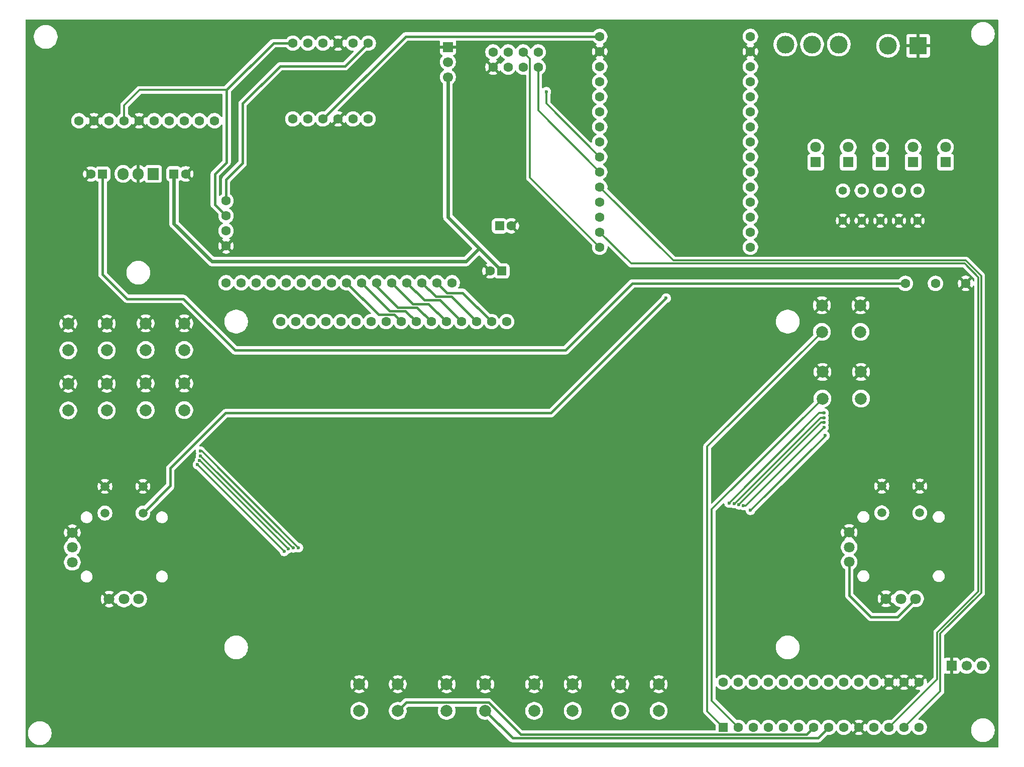
<source format=gbr>
%TF.GenerationSoftware,KiCad,Pcbnew,9.0.3-9.0.3-0~ubuntu22.04.1*%
%TF.CreationDate,2025-09-08T21:59:57-03:00*%
%TF.ProjectId,control,636f6e74-726f-46c2-9e6b-696361645f70,rev?*%
%TF.SameCoordinates,Original*%
%TF.FileFunction,Copper,L2,Bot*%
%TF.FilePolarity,Positive*%
%FSLAX46Y46*%
G04 Gerber Fmt 4.6, Leading zero omitted, Abs format (unit mm)*
G04 Created by KiCad (PCBNEW 9.0.3-9.0.3-0~ubuntu22.04.1) date 2025-09-08 21:59:57*
%MOMM*%
%LPD*%
G01*
G04 APERTURE LIST*
G04 Aperture macros list*
%AMRoundRect*
0 Rectangle with rounded corners*
0 $1 Rounding radius*
0 $2 $3 $4 $5 $6 $7 $8 $9 X,Y pos of 4 corners*
0 Add a 4 corners polygon primitive as box body*
4,1,4,$2,$3,$4,$5,$6,$7,$8,$9,$2,$3,0*
0 Add four circle primitives for the rounded corners*
1,1,$1+$1,$2,$3*
1,1,$1+$1,$4,$5*
1,1,$1+$1,$6,$7*
1,1,$1+$1,$8,$9*
0 Add four rect primitives between the rounded corners*
20,1,$1+$1,$2,$3,$4,$5,0*
20,1,$1+$1,$4,$5,$6,$7,0*
20,1,$1+$1,$6,$7,$8,$9,0*
20,1,$1+$1,$8,$9,$2,$3,0*%
G04 Aperture macros list end*
%TA.AperFunction,ComponentPad*%
%ADD10C,2.000000*%
%TD*%
%TA.AperFunction,ComponentPad*%
%ADD11R,1.700000X1.700000*%
%TD*%
%TA.AperFunction,ComponentPad*%
%ADD12C,1.700000*%
%TD*%
%TA.AperFunction,ComponentPad*%
%ADD13R,1.905000X2.000000*%
%TD*%
%TA.AperFunction,ComponentPad*%
%ADD14O,1.905000X2.000000*%
%TD*%
%TA.AperFunction,ComponentPad*%
%ADD15R,3.000000X3.000000*%
%TD*%
%TA.AperFunction,ComponentPad*%
%ADD16C,3.000000*%
%TD*%
%TA.AperFunction,ComponentPad*%
%ADD17C,1.600000*%
%TD*%
%TA.AperFunction,ComponentPad*%
%ADD18R,1.800000X1.800000*%
%TD*%
%TA.AperFunction,ComponentPad*%
%ADD19C,1.800000*%
%TD*%
%TA.AperFunction,ComponentPad*%
%ADD20C,1.400000*%
%TD*%
%TA.AperFunction,ComponentPad*%
%ADD21RoundRect,0.250000X0.550000X0.550000X-0.550000X0.550000X-0.550000X-0.550000X0.550000X-0.550000X0*%
%TD*%
%TA.AperFunction,ComponentPad*%
%ADD22RoundRect,0.250000X0.550000X-0.550000X0.550000X0.550000X-0.550000X0.550000X-0.550000X-0.550000X0*%
%TD*%
%TA.AperFunction,ComponentPad*%
%ADD23C,1.500000*%
%TD*%
%TA.AperFunction,ComponentPad*%
%ADD24RoundRect,0.250000X-0.550000X-0.550000X0.550000X-0.550000X0.550000X0.550000X-0.550000X0.550000X0*%
%TD*%
%TA.AperFunction,ViaPad*%
%ADD25C,0.600000*%
%TD*%
%TA.AperFunction,Conductor*%
%ADD26C,0.400000*%
%TD*%
%TA.AperFunction,Conductor*%
%ADD27C,0.300000*%
%TD*%
%TA.AperFunction,Conductor*%
%ADD28C,0.600000*%
%TD*%
G04 APERTURE END LIST*
D10*
%TO.P,SW3,1,1*%
%TO.N,GND*%
X130100000Y-150250000D03*
X136600000Y-150250000D03*
%TO.P,SW3,2,2*%
%TO.N,Net-(U12-GPB7)*%
X130100000Y-154750000D03*
X136600000Y-154750000D03*
%TD*%
%TO.P,SW11,1,1*%
%TO.N,GND*%
X79350000Y-99500000D03*
X85850000Y-99500000D03*
%TO.P,SW11,2,2*%
%TO.N,Net-(U12-GPB5)*%
X79350000Y-104000000D03*
X85850000Y-104000000D03*
%TD*%
D11*
%TO.P,U10,1,GND*%
%TO.N,GND*%
X215220000Y-147150000D03*
D12*
%TO.P,U10,2,VO*%
%TO.N,Net-(U10-VO)*%
X217760000Y-147150000D03*
%TO.P,U10,3,VI*%
%TO.N,Net-(U1-VCC)*%
X220300000Y-147150000D03*
%TD*%
D13*
%TO.P,U9,1,IN*%
%TO.N,Net-(U1-VCC)*%
X80640000Y-64120000D03*
D14*
%TO.P,U9,2,GND*%
%TO.N,GND*%
X78100000Y-64120000D03*
%TO.P,U9,3,OUT*%
%TO.N,Net-(U11-VCC)*%
X75560000Y-64120000D03*
%TD*%
D15*
%TO.P,U1,1,GND*%
%TO.N,GND*%
X209580000Y-42500000D03*
D16*
%TO.P,U1,2,VCC*%
%TO.N,Net-(U1-VCC)*%
X204500000Y-42500000D03*
%TD*%
D10*
%TO.P,SW8,1,1*%
%TO.N,GND*%
X66300000Y-89400000D03*
X72800000Y-89400000D03*
%TO.P,SW8,2,2*%
%TO.N,Net-(U12-GPB2)*%
X66300000Y-93900000D03*
X72800000Y-93900000D03*
%TD*%
D17*
%TO.P,RV1,1,1*%
%TO.N,Net-(U11-VCC)*%
X207420000Y-82600000D03*
%TO.P,RV1,2,2*%
%TO.N,Net-(U2-GPIO14)*%
X212500000Y-82600000D03*
%TO.P,RV1,3,3*%
%TO.N,GND*%
X217580000Y-82600000D03*
%TD*%
D18*
%TO.P,D1,1,K*%
%TO.N,Net-(D1-K)*%
X192320000Y-62150000D03*
D19*
%TO.P,D1,2,A*%
%TO.N,Net-(D1-A)*%
X192320000Y-59610000D03*
%TD*%
D20*
%TO.P,R2,1*%
%TO.N,GND*%
X200050000Y-72030000D03*
%TO.P,R2,2*%
%TO.N,Net-(D2-K)*%
X200050000Y-66950000D03*
%TD*%
D10*
%TO.P,SW4,1,1*%
%TO.N,GND*%
X144850000Y-150250000D03*
X151350000Y-150250000D03*
%TO.P,SW4,2,2*%
%TO.N,Net-(U12-GPA0)*%
X144850000Y-154750000D03*
X151350000Y-154750000D03*
%TD*%
D21*
%TO.P,C2,1*%
%TO.N,Net-(U11-VCC)*%
X72100000Y-64150000D03*
D17*
%TO.P,C2,2*%
%TO.N,GND*%
X70100000Y-64150000D03*
%TD*%
D10*
%TO.P,SW5,1,1*%
%TO.N,GND*%
X159350000Y-150250000D03*
X165850000Y-150250000D03*
%TO.P,SW5,2,2*%
%TO.N,Net-(U12-GPA1)*%
X159350000Y-154750000D03*
X165850000Y-154750000D03*
%TD*%
D17*
%TO.P,U13,1,VSS*%
%TO.N,Net-(U11-VSS)*%
X102100000Y-89050000D03*
%TO.P,U13,2,VDD*%
%TO.N,Net-(U11-VDD)*%
X104640000Y-89050000D03*
%TO.P,U13,3,V0*%
%TO.N,Net-(U11-V0)*%
X107180000Y-89050000D03*
%TO.P,U13,4,RS*%
%TO.N,Net-(U11-RS)*%
X109720000Y-89050000D03*
%TO.P,U13,5,RW*%
%TO.N,Net-(U11-RW)*%
X112260000Y-89050000D03*
%TO.P,U13,6,E*%
%TO.N,Net-(U11-E)*%
X114800000Y-89050000D03*
%TO.P,U13,7,D0*%
%TO.N,Net-(U11-D0)*%
X117340000Y-89050000D03*
%TO.P,U13,8,D1*%
%TO.N,Net-(U11-D1)*%
X119880000Y-89050000D03*
%TO.P,U13,9,D2*%
%TO.N,Net-(U11-D2)*%
X122420000Y-89050000D03*
%TO.P,U13,10,D3*%
%TO.N,Net-(U11-D3)*%
X124960000Y-89050000D03*
%TO.P,U13,11,D4*%
%TO.N,Net-(U11-D4)*%
X127500000Y-89050000D03*
%TO.P,U13,12,D5*%
%TO.N,Net-(U11-D5)*%
X130040000Y-89050000D03*
%TO.P,U13,13,D6*%
%TO.N,Net-(U11-D6)*%
X132580000Y-89050000D03*
%TO.P,U13,14,D7*%
%TO.N,Net-(U11-D7)*%
X135120000Y-89050000D03*
%TO.P,U13,15,A*%
%TO.N,Net-(U11-A)*%
X137660000Y-89050000D03*
%TO.P,U13,16,K*%
%TO.N,Net-(U11-K)*%
X140200000Y-89050000D03*
%TD*%
D21*
%TO.P,C4,1*%
%TO.N,Net-(U1-VCC)*%
X139400000Y-80500000D03*
D17*
%TO.P,C4,2*%
%TO.N,GND*%
X137400000Y-80500000D03*
%TD*%
D11*
%TO.P,U7,1,GND*%
%TO.N,GND*%
X130300000Y-42710000D03*
D12*
%TO.P,U7,2,VO*%
%TO.N,Net-(U5-VCC)*%
X130300000Y-45250000D03*
%TO.P,U7,3,VI*%
%TO.N,Net-(U1-VCC)*%
X130300000Y-47790000D03*
%TD*%
D10*
%TO.P,SW7,1,1*%
%TO.N,GND*%
X193450000Y-97550000D03*
X199950000Y-97550000D03*
%TO.P,SW7,2,2*%
%TO.N,Net-(U12-GPB1)*%
X193450000Y-102050000D03*
X199950000Y-102050000D03*
%TD*%
D20*
%TO.P,R4,1*%
%TO.N,GND*%
X206350000Y-72030000D03*
%TO.P,R4,2*%
%TO.N,Net-(D4-K)*%
X206350000Y-66950000D03*
%TD*%
D22*
%TO.P,U12,1,GPB0*%
%TO.N,Net-(U12-GPB0)*%
X176740000Y-157550000D03*
D17*
%TO.P,U12,2,GPB1*%
%TO.N,Net-(U12-GPB1)*%
X179280000Y-157550000D03*
%TO.P,U12,3,GPB2*%
%TO.N,Net-(U12-GPB2)*%
X181820000Y-157550000D03*
%TO.P,U12,4,GPB3*%
%TO.N,Net-(U12-GPB3)*%
X184360000Y-157550000D03*
%TO.P,U12,5,GPB4*%
%TO.N,Net-(U12-GPB4)*%
X186900000Y-157550000D03*
%TO.P,U12,6,GPB5*%
%TO.N,Net-(U12-GPB5)*%
X189440000Y-157550000D03*
%TO.P,U12,7,GPB6*%
%TO.N,Net-(U12-GPB6)*%
X191980000Y-157550000D03*
%TO.P,U12,8,GPB7*%
%TO.N,Net-(U12-GPB7)*%
X194520000Y-157550000D03*
%TO.P,U12,9,VDD*%
%TO.N,Net-(U10-VO)*%
X197060000Y-157550000D03*
%TO.P,U12,10,VSS*%
%TO.N,GND*%
X199600000Y-157550000D03*
%TO.P,U12,11,NC*%
%TO.N,unconnected-(U12-NC-Pad11)*%
X202140000Y-157550000D03*
%TO.P,U12,12,SCK*%
%TO.N,Net-(U12-SCK)*%
X204680000Y-157550000D03*
%TO.P,U12,13,SDA*%
%TO.N,Net-(U12-SDA)*%
X207220000Y-157550000D03*
%TO.P,U12,14,NC*%
%TO.N,unconnected-(U12-NC-Pad14)*%
X209760000Y-157550000D03*
%TO.P,U12,15,A0*%
%TO.N,GND*%
X209760000Y-149930000D03*
%TO.P,U12,16,A1*%
X207220000Y-149930000D03*
%TO.P,U12,17,A2*%
X204680000Y-149930000D03*
%TO.P,U12,18,~{RESET}*%
%TO.N,Net-(U10-VO)*%
X202140000Y-149930000D03*
%TO.P,U12,19,INTB*%
%TO.N,unconnected-(U12-INTB-Pad19)*%
X199600000Y-149930000D03*
%TO.P,U12,20,INTA*%
%TO.N,unconnected-(U12-INTA-Pad20)*%
X197060000Y-149930000D03*
%TO.P,U12,21,GPA0*%
%TO.N,Net-(U12-GPA0)*%
X194520000Y-149930000D03*
%TO.P,U12,22,GPA1*%
%TO.N,Net-(U12-GPA1)*%
X191980000Y-149930000D03*
%TO.P,U12,23,GPA2*%
%TO.N,Net-(D5-A)*%
X189440000Y-149930000D03*
%TO.P,U12,24,GPA3*%
%TO.N,Net-(D4-A)*%
X186900000Y-149930000D03*
%TO.P,U12,25,GPA4*%
%TO.N,Net-(D3-A)*%
X184360000Y-149930000D03*
%TO.P,U12,26,GPA5*%
%TO.N,Net-(D2-A)*%
X181820000Y-149930000D03*
%TO.P,U12,27,GPA6*%
%TO.N,Net-(D1-A)*%
X179280000Y-149930000D03*
%TO.P,U12,28,GPA7*%
%TO.N,unconnected-(U12-GPA7-Pad28)*%
X176740000Y-149930000D03*
%TD*%
D18*
%TO.P,D5,1,K*%
%TO.N,Net-(D5-K)*%
X214200000Y-62150000D03*
D19*
%TO.P,D5,2,A*%
%TO.N,Net-(D5-A)*%
X214200000Y-59610000D03*
%TD*%
D20*
%TO.P,R3,1*%
%TO.N,GND*%
X203200000Y-72030000D03*
%TO.P,R3,2*%
%TO.N,Net-(D3-K)*%
X203200000Y-66950000D03*
%TD*%
D19*
%TO.P,U3,1,VCC*%
%TO.N,Net-(U14-VO)*%
X197950000Y-129628620D03*
X209150000Y-135828620D03*
%TO.P,U3,2,GND*%
%TO.N,GND*%
X197950000Y-124628620D03*
D23*
X203450000Y-116828620D03*
D19*
X204150000Y-135828620D03*
D23*
X209850000Y-116828620D03*
D19*
%TO.P,U3,3,VX*%
%TO.N,Net-(U3-VX)*%
X206650000Y-135828620D03*
%TO.P,U3,4,VY*%
%TO.N,Net-(U3-VY)*%
X197950000Y-127128620D03*
D23*
%TO.P,U3,5,PB*%
%TO.N,Net-(U2-GPIO12)*%
X203450000Y-121328620D03*
X209850000Y-121328620D03*
%TD*%
D10*
%TO.P,SW9,1,1*%
%TO.N,GND*%
X66300000Y-99550000D03*
X72800000Y-99550000D03*
%TO.P,SW9,2,2*%
%TO.N,Net-(U12-GPB3)*%
X66300000Y-104050000D03*
X72800000Y-104050000D03*
%TD*%
D24*
%TO.P,C3,1*%
%TO.N,Net-(U14-VO)*%
X139000000Y-72900000D03*
D17*
%TO.P,C3,2*%
%TO.N,GND*%
X141000000Y-72900000D03*
%TD*%
D16*
%TO.P,SW1,1,1*%
%TO.N,Net-(U1-VCC)*%
X196200000Y-42300000D03*
%TO.P,SW1,2,2*%
X191700000Y-42300000D03*
%TO.P,SW1,3*%
%TO.N,N/C*%
X187200000Y-42300000D03*
%TD*%
D24*
%TO.P,C1,1*%
%TO.N,Net-(U1-VCC)*%
X84100000Y-64120000D03*
D17*
%TO.P,C1,2*%
%TO.N,GND*%
X86100000Y-64120000D03*
%TD*%
%TO.P,U6,1,ADDR*%
%TO.N,GND*%
X78260000Y-55150000D03*
%TO.P,U6,2,ALERT/RDY*%
%TO.N,unconnected-(U6-ALERT{slash}RDY-Pad2)*%
X80800000Y-55150000D03*
%TO.P,U6,3,GND*%
%TO.N,GND*%
X70640000Y-55150000D03*
%TO.P,U6,4,AIN0*%
%TO.N,Net-(U4-VY)*%
X83340000Y-55150000D03*
%TO.P,U6,5,AIN1*%
%TO.N,Net-(U4-VX)*%
X85880000Y-55150000D03*
%TO.P,U6,6,AIN2*%
%TO.N,Net-(U3-VY)*%
X88420000Y-55150000D03*
%TO.P,U6,7,AIN3*%
%TO.N,Net-(U3-VX)*%
X90960000Y-55150000D03*
%TO.P,U6,8,VDD*%
%TO.N,Net-(U11-VCC)*%
X68100000Y-55150000D03*
%TO.P,U6,9,SDA*%
%TO.N,Net-(U11-SDA)*%
X75720000Y-55150000D03*
%TO.P,U6,10,SCL*%
%TO.N,Net-(U11-SCL)*%
X73180000Y-55150000D03*
%TD*%
D18*
%TO.P,D2,1,K*%
%TO.N,Net-(D2-K)*%
X197790000Y-62150000D03*
D19*
%TO.P,D2,2,A*%
%TO.N,Net-(D2-A)*%
X197790000Y-59610000D03*
%TD*%
D20*
%TO.P,R1,1*%
%TO.N,GND*%
X196900000Y-72030000D03*
%TO.P,R1,2*%
%TO.N,Net-(D1-K)*%
X196900000Y-66950000D03*
%TD*%
D17*
%TO.P,U8,1,TXO*%
%TO.N,Net-(U11-SCL)*%
X116880000Y-42050000D03*
%TO.P,U8,2,RXI*%
%TO.N,unconnected-(U8-RXI-Pad2)*%
X114340000Y-42050000D03*
%TO.P,U8,3,GND*%
%TO.N,GND*%
X111800000Y-42050000D03*
%TO.P,U8,4,HV*%
%TO.N,Net-(U11-VCC)*%
X109260000Y-42050000D03*
%TO.P,U8,5,RXI*%
%TO.N,unconnected-(U8-RXI-Pad5)*%
X106720000Y-42050000D03*
%TO.P,U8,6,TXO*%
%TO.N,Net-(U11-SDA)*%
X104180000Y-42050000D03*
%TO.P,U8,7,TXI*%
%TO.N,Net-(U12-SCK)*%
X116860000Y-54850000D03*
%TO.P,U8,8,RXO*%
%TO.N,unconnected-(U8-RXO-Pad8)*%
X114320000Y-54850000D03*
%TO.P,U8,9,GND*%
%TO.N,GND*%
X111780000Y-54850000D03*
%TO.P,U8,10,LV*%
%TO.N,Net-(U2-3.3v)*%
X109240000Y-54850000D03*
%TO.P,U8,11,RXO*%
%TO.N,unconnected-(U8-RXO-Pad11)*%
X106700000Y-54850000D03*
%TO.P,U8,12,TXI*%
%TO.N,Net-(U12-SDA)*%
X104160000Y-54850000D03*
%TD*%
D10*
%TO.P,SW2,1,1*%
%TO.N,GND*%
X115350000Y-150250000D03*
X121850000Y-150250000D03*
%TO.P,SW2,2,2*%
%TO.N,Net-(U12-GPB6)*%
X115350000Y-154750000D03*
X121850000Y-154750000D03*
%TD*%
D17*
%TO.P,U5,1,GND*%
%TO.N,GND*%
X137900000Y-46090000D03*
%TO.P,U5,2,VCC*%
%TO.N,Net-(U5-VCC)*%
X137900000Y-43550000D03*
%TO.P,U5,3,CE*%
%TO.N,Net-(U2-GPIO4)*%
X140440000Y-46090000D03*
%TO.P,U5,4,CSN*%
%TO.N,Net-(U2-GPIO2)*%
X140440000Y-43550000D03*
%TO.P,U5,5,SCK*%
%TO.N,Net-(U2-GPIO18)*%
X142980000Y-46090000D03*
%TO.P,U5,6,MOSI*%
%TO.N,Net-(U2-GPIO23)*%
X142980000Y-43550000D03*
%TO.P,U5,7,MISO*%
%TO.N,Net-(U2-GPIO19)*%
X145520000Y-46090000D03*
%TO.P,U5,8,IRQ*%
%TO.N,unconnected-(U5-IRQ-Pad8)*%
X145520000Y-43550000D03*
%TD*%
D18*
%TO.P,D4,1,K*%
%TO.N,Net-(D4-K)*%
X208730000Y-62150000D03*
D19*
%TO.P,D4,2,A*%
%TO.N,Net-(D4-A)*%
X208730000Y-59610000D03*
%TD*%
D10*
%TO.P,SW6,1,1*%
%TO.N,GND*%
X193350000Y-86300000D03*
X199850000Y-86300000D03*
%TO.P,SW6,2,2*%
%TO.N,Net-(U12-GPB0)*%
X193350000Y-90800000D03*
X199850000Y-90800000D03*
%TD*%
%TO.P,SW10,1,1*%
%TO.N,GND*%
X79350000Y-89350000D03*
X85850000Y-89350000D03*
%TO.P,SW10,2,2*%
%TO.N,Net-(U12-GPB4)*%
X79350000Y-93850000D03*
X85850000Y-93850000D03*
%TD*%
D17*
%TO.P,U2,1,EN*%
%TO.N,unconnected-(U2-EN-Pad1)*%
X181300000Y-76490000D03*
%TO.P,U2,2,GPIO36*%
%TO.N,unconnected-(U2-GPIO36-Pad2)*%
X181300000Y-73950000D03*
%TO.P,U2,3,GPIO39*%
%TO.N,unconnected-(U2-GPIO39-Pad3)*%
X181300000Y-71410000D03*
%TO.P,U2,4,GPIO34*%
%TO.N,unconnected-(U2-GPIO34-Pad4)*%
X181300000Y-68870000D03*
%TO.P,U2,5,GPIO35*%
%TO.N,unconnected-(U2-GPIO35-Pad5)*%
X181300000Y-66330000D03*
%TO.P,U2,6,GPIO32*%
%TO.N,unconnected-(U2-GPIO32-Pad6)*%
X181300000Y-63790000D03*
%TO.P,U2,7,GPIO33*%
%TO.N,unconnected-(U2-GPIO33-Pad7)*%
X181300000Y-61250000D03*
%TO.P,U2,8,GPIO25*%
%TO.N,unconnected-(U2-GPIO25-Pad8)*%
X181300000Y-58710000D03*
%TO.P,U2,9,GPIO26*%
%TO.N,unconnected-(U2-GPIO26-Pad9)*%
X181300000Y-56170000D03*
%TO.P,U2,10,GPIO27*%
%TO.N,Net-(U2-GPIO27)*%
X181300000Y-53630000D03*
%TO.P,U2,11,GPIO14*%
%TO.N,Net-(U2-GPIO14)*%
X181300000Y-51090000D03*
%TO.P,U2,12,GPIO12*%
%TO.N,Net-(U2-GPIO12)*%
X181300000Y-48550000D03*
%TO.P,U2,13,GPIO13*%
%TO.N,unconnected-(U2-GPIO13-Pad13)*%
X181300000Y-46010000D03*
%TO.P,U2,14,GND*%
%TO.N,GND*%
X181300000Y-43470000D03*
%TO.P,U2,15,VIN*%
%TO.N,Net-(U1-VCC)*%
X181300000Y-40930000D03*
%TO.P,U2,16,GPIO23*%
%TO.N,Net-(U2-GPIO23)*%
X155900000Y-76490000D03*
%TO.P,U2,17,GPIO22*%
%TO.N,Net-(U12-SCK)*%
X155900000Y-73950000D03*
%TO.P,U2,18,GPIO1*%
%TO.N,unconnected-(U2-GPIO1-Pad18)*%
X155900000Y-71410000D03*
%TO.P,U2,19,GPIO3*%
%TO.N,unconnected-(U2-GPIO3-Pad19)*%
X155900000Y-68870000D03*
%TO.P,U2,20,GPIO21*%
%TO.N,Net-(U12-SDA)*%
X155900000Y-66330000D03*
%TO.P,U2,21,GPIO19*%
%TO.N,Net-(U2-GPIO19)*%
X155900000Y-63790000D03*
%TO.P,U2,22,GPIO18*%
%TO.N,Net-(U2-GPIO18)*%
X155900000Y-61250000D03*
%TO.P,U2,23,GPIO5*%
%TO.N,unconnected-(U2-GPIO5-Pad23)*%
X155900000Y-58710000D03*
%TO.P,U2,24,GPIO17*%
%TO.N,unconnected-(U2-GPIO17-Pad24)*%
X155900000Y-56170000D03*
%TO.P,U2,25,GPIO16*%
%TO.N,unconnected-(U2-GPIO16-Pad25)*%
X155900000Y-53630000D03*
%TO.P,U2,26,GPIO4*%
%TO.N,Net-(U2-GPIO4)*%
X155900000Y-51090000D03*
%TO.P,U2,27,GPIO2*%
%TO.N,Net-(U2-GPIO2)*%
X155900000Y-48550000D03*
%TO.P,U2,28,GPIO15*%
%TO.N,unconnected-(U2-GPIO15-Pad28)*%
X155900000Y-46010000D03*
%TO.P,U2,29,GND*%
%TO.N,GND*%
X155900000Y-43470000D03*
%TO.P,U2,30,3.3v*%
%TO.N,Net-(U2-3.3v)*%
X155900000Y-40930000D03*
%TD*%
D20*
%TO.P,R5,1*%
%TO.N,GND*%
X209500000Y-72030000D03*
%TO.P,R5,2*%
%TO.N,Net-(D5-K)*%
X209500000Y-66950000D03*
%TD*%
D18*
%TO.P,D3,1,K*%
%TO.N,Net-(D3-K)*%
X203260000Y-62150000D03*
D19*
%TO.P,D3,2,A*%
%TO.N,Net-(D3-A)*%
X203260000Y-59610000D03*
%TD*%
%TO.P,U4,1,VCC*%
%TO.N,Net-(U14-VO)*%
X66980000Y-129679839D03*
X78180000Y-135879839D03*
%TO.P,U4,2,GND*%
%TO.N,GND*%
X66980000Y-124679839D03*
D23*
X72480000Y-116879839D03*
D19*
X73180000Y-135879839D03*
D23*
X78880000Y-116879839D03*
D19*
%TO.P,U4,3,VX*%
%TO.N,Net-(U4-VX)*%
X75680000Y-135879839D03*
%TO.P,U4,4,VY*%
%TO.N,Net-(U4-VY)*%
X66980000Y-127179839D03*
D23*
%TO.P,U4,5,PB*%
%TO.N,Net-(U2-GPIO27)*%
X72480000Y-121379839D03*
X78880000Y-121379839D03*
%TD*%
D17*
%TO.P,U11,1,GND*%
%TO.N,GND*%
X92900000Y-76280000D03*
%TO.P,U11,2,VCC*%
%TO.N,Net-(U11-VCC)*%
X92900000Y-73740000D03*
%TO.P,U11,3,SDA*%
%TO.N,Net-(U11-SDA)*%
X92900000Y-71200000D03*
%TO.P,U11,4,SCL*%
%TO.N,Net-(U11-SCL)*%
X92900000Y-68660000D03*
%TO.P,U11,5,VSS*%
%TO.N,Net-(U11-VSS)*%
X92920000Y-82500000D03*
%TO.P,U11,6,VDD*%
%TO.N,Net-(U11-VDD)*%
X95460000Y-82500000D03*
%TO.P,U11,7,V0*%
%TO.N,Net-(U11-V0)*%
X98000000Y-82500000D03*
%TO.P,U11,8,RS*%
%TO.N,Net-(U11-RS)*%
X100540000Y-82500000D03*
%TO.P,U11,9,RW*%
%TO.N,Net-(U11-RW)*%
X103080000Y-82500000D03*
%TO.P,U11,10,E*%
%TO.N,Net-(U11-E)*%
X105620000Y-82500000D03*
%TO.P,U11,11,D0*%
%TO.N,Net-(U11-D0)*%
X108160000Y-82500000D03*
%TO.P,U11,12,D1*%
%TO.N,Net-(U11-D1)*%
X110700000Y-82500000D03*
%TO.P,U11,13,D2*%
%TO.N,Net-(U11-D2)*%
X113240000Y-82500000D03*
%TO.P,U11,14,D3*%
%TO.N,Net-(U11-D3)*%
X115780000Y-82500000D03*
%TO.P,U11,15,D4*%
%TO.N,Net-(U11-D4)*%
X118320000Y-82500000D03*
%TO.P,U11,16,D5*%
%TO.N,Net-(U11-D5)*%
X120860000Y-82500000D03*
%TO.P,U11,17,D6*%
%TO.N,Net-(U11-D6)*%
X123400000Y-82500000D03*
%TO.P,U11,18,D7*%
%TO.N,Net-(U11-D7)*%
X125940000Y-82500000D03*
%TO.P,U11,19,A*%
%TO.N,Net-(U11-A)*%
X128480000Y-82500000D03*
%TO.P,U11,20,K*%
%TO.N,Net-(U11-K)*%
X131020000Y-82500000D03*
%TD*%
D25*
%TO.N,Net-(D1-A)*%
X177700000Y-119700000D03*
X193700000Y-104500000D03*
%TO.N,Net-(D2-A)*%
X193700000Y-105300000D03*
X178559620Y-119759620D03*
%TO.N,Net-(D3-A)*%
X193700000Y-106100003D03*
X179345587Y-119973652D03*
%TO.N,Net-(D4-A)*%
X193700000Y-106900006D03*
X180131790Y-120121602D03*
%TO.N,Net-(D5-A)*%
X193900000Y-108300000D03*
X181300000Y-120900000D03*
%TO.N,Net-(U12-GPB2)*%
X102703475Y-127847676D03*
X88063261Y-113194573D03*
%TO.N,Net-(U12-GPB3)*%
X88431135Y-112484170D03*
X103358796Y-127388808D03*
%TO.N,Net-(U12-GPB4)*%
X104240380Y-127259620D03*
X88589156Y-111699929D03*
%TO.N,Net-(U12-GPB5)*%
X88600000Y-110900000D03*
X105100000Y-127200000D03*
%TO.N,Net-(U2-GPIO27)*%
X167100000Y-85100000D03*
%TO.N,Net-(U2-GPIO18)*%
X146900000Y-50250000D03*
%TD*%
D26*
%TO.N,Net-(U11-VCC)*%
X85700000Y-85200000D02*
X76200000Y-85200000D01*
X150100000Y-93900000D02*
X94400000Y-93900000D01*
X207420000Y-82600000D02*
X161400000Y-82600000D01*
X76200000Y-85200000D02*
X72100000Y-81100000D01*
X161400000Y-82600000D02*
X150100000Y-93900000D01*
X72100000Y-81100000D02*
X72100000Y-64150000D01*
X94400000Y-93900000D02*
X85700000Y-85200000D01*
D27*
%TO.N,Net-(D1-A)*%
X192900000Y-104500000D02*
X193700000Y-104500000D01*
X177700000Y-119700000D02*
X192900000Y-104500000D01*
%TO.N,Net-(D2-A)*%
X178640380Y-119759620D02*
X193100000Y-105300000D01*
X178559620Y-119759620D02*
X178640380Y-119759620D01*
X193100000Y-105300000D02*
X193700000Y-105300000D01*
%TO.N,Net-(D3-A)*%
X193219236Y-106100003D02*
X193700000Y-106100003D01*
X179345587Y-119973652D02*
X193219236Y-106100003D01*
%TO.N,Net-(D4-A)*%
X180131790Y-120121602D02*
X180478404Y-120121602D01*
X180478404Y-120121602D02*
X193700000Y-106900006D01*
%TO.N,Net-(D5-A)*%
X181400000Y-120900000D02*
X193900000Y-108400000D01*
X181300000Y-120900000D02*
X181400000Y-120900000D01*
X193900000Y-108400000D02*
X193900000Y-108300000D01*
D28*
%TO.N,Net-(U1-VCC)*%
X90500000Y-78900000D02*
X133400000Y-78900000D01*
X130300000Y-47790000D02*
X130300000Y-71400000D01*
X133400000Y-78900000D02*
X135600000Y-76700000D01*
X84100000Y-64120000D02*
X84100000Y-72500000D01*
X130300000Y-71400000D02*
X135600000Y-76700000D01*
X135600000Y-76700000D02*
X139400000Y-80500000D01*
X84100000Y-72500000D02*
X90500000Y-78900000D01*
D26*
%TO.N,Net-(U12-GPB6)*%
X142581314Y-158750000D02*
X190780000Y-158750000D01*
X190780000Y-158750000D02*
X191980000Y-157550000D01*
X121850000Y-154750000D02*
X123251000Y-153349000D01*
X137180314Y-153349000D02*
X142581314Y-158750000D01*
X123251000Y-153349000D02*
X137180314Y-153349000D01*
%TO.N,Net-(U12-GPB7)*%
X141200000Y-159350000D02*
X192720000Y-159350000D01*
X136600000Y-154750000D02*
X141200000Y-159350000D01*
X192720000Y-159350000D02*
X194520000Y-157550000D01*
D27*
%TO.N,Net-(U12-GPB0)*%
X173999997Y-151850000D02*
X173999997Y-154809997D01*
X193350000Y-90800000D02*
X173999997Y-110150003D01*
X173999997Y-154809997D02*
X176740000Y-157550000D01*
X173999997Y-110150003D02*
X173999997Y-151850000D01*
%TO.N,Net-(U12-GPB1)*%
X174800000Y-120700000D02*
X193450000Y-102050000D01*
X174800000Y-151850000D02*
X174800000Y-153070000D01*
X174800000Y-153070000D02*
X179280000Y-157550000D01*
X174800000Y-151850000D02*
X174800000Y-120700000D01*
%TO.N,Net-(U12-GPB2)*%
X102703475Y-127847676D02*
X102703475Y-127834787D01*
X102703475Y-127834787D02*
X88063261Y-113194573D01*
%TO.N,Net-(U12-GPB3)*%
X103358796Y-127388808D02*
X88454158Y-112484170D01*
X88454158Y-112484170D02*
X88431135Y-112484170D01*
%TO.N,Net-(U12-GPB4)*%
X104240380Y-127259620D02*
X104148847Y-127259620D01*
X104148847Y-127259620D02*
X88589156Y-111699929D01*
%TO.N,Net-(U12-GPB5)*%
X88800000Y-110900000D02*
X88600000Y-110900000D01*
X105100000Y-127200000D02*
X88800000Y-110900000D01*
D26*
%TO.N,Net-(U2-3.3v)*%
X123160000Y-40930000D02*
X155900000Y-40930000D01*
X109240000Y-54850000D02*
X123160000Y-40930000D01*
D27*
%TO.N,Net-(U2-GPIO19)*%
X145520000Y-53410000D02*
X155900000Y-63790000D01*
X145520000Y-46090000D02*
X145520000Y-53410000D01*
D26*
%TO.N,Net-(U2-GPIO27)*%
X83500000Y-116759839D02*
X78880000Y-121379839D01*
X92800000Y-104500000D02*
X83500000Y-113800000D01*
X147700000Y-104500000D02*
X92800000Y-104500000D01*
X167100000Y-85100000D02*
X147700000Y-104500000D01*
X83500000Y-113800000D02*
X83500000Y-116759839D01*
D27*
%TO.N,Net-(U12-SCK)*%
X219700000Y-81558520D02*
X217392480Y-79251000D01*
X161201000Y-79251000D02*
X155900000Y-73950000D01*
X212799000Y-149431000D02*
X212799000Y-141542479D01*
X219700000Y-134641479D02*
X219700000Y-81558520D01*
X217392480Y-79251000D02*
X161201000Y-79251000D01*
X212799000Y-141542479D02*
X219700000Y-134641479D01*
X204680000Y-157550000D02*
X212799000Y-149431000D01*
%TO.N,Net-(U2-GPIO18)*%
X146900000Y-50250000D02*
X146900000Y-52250000D01*
X146900000Y-52250000D02*
X155900000Y-61250000D01*
%TO.N,Net-(U12-SDA)*%
X168320000Y-78750000D02*
X155900000Y-66330000D01*
X213300000Y-141750000D02*
X220201000Y-134848999D01*
X217600000Y-78750000D02*
X168320000Y-78750000D01*
X220201000Y-81350999D02*
X217600000Y-78750000D01*
X213300000Y-151470000D02*
X213300000Y-141750000D01*
X207220000Y-157550000D02*
X213300000Y-151470000D01*
X220201000Y-134848999D02*
X220201000Y-81350999D01*
%TO.N,Net-(U2-GPIO23)*%
X144131000Y-44701000D02*
X144131000Y-64721000D01*
X144131000Y-64721000D02*
X155900000Y-76490000D01*
X142980000Y-43550000D02*
X144131000Y-44701000D01*
D26*
%TO.N,Net-(U11-SCL)*%
X92900000Y-65130000D02*
X95700000Y-62330000D01*
X92900000Y-68660000D02*
X92900000Y-65130000D01*
X95700000Y-62330000D02*
X95700000Y-52250000D01*
X112980000Y-45950000D02*
X116880000Y-42050000D01*
X95700000Y-52250000D02*
X102000000Y-45950000D01*
X102000000Y-45950000D02*
X112980000Y-45950000D01*
%TO.N,Net-(U11-SDA)*%
X93000000Y-62170000D02*
X91000000Y-64170000D01*
X93000000Y-49950000D02*
X100900000Y-42050000D01*
D27*
X78320000Y-49950000D02*
X93000000Y-49950000D01*
X75720000Y-52550000D02*
X78320000Y-49950000D01*
D26*
X91000000Y-69300000D02*
X92900000Y-71200000D01*
X100900000Y-42050000D02*
X104180000Y-42050000D01*
X91000000Y-64170000D02*
X91000000Y-69300000D01*
D27*
X75720000Y-55150000D02*
X75720000Y-52550000D01*
D26*
X93000000Y-49950000D02*
X93000000Y-62170000D01*
%TO.N,Net-(U11-D3)*%
X120528000Y-87248000D02*
X123158000Y-87248000D01*
X115780000Y-82500000D02*
X120528000Y-87248000D01*
X123158000Y-87248000D02*
X124960000Y-89050000D01*
%TO.N,Net-(U11-D6)*%
X123400000Y-82500000D02*
X126345000Y-85445000D01*
X128975000Y-85445000D02*
X132580000Y-89050000D01*
X126345000Y-85445000D02*
X128975000Y-85445000D01*
%TO.N,Net-(U11-A)*%
X130179000Y-84199000D02*
X132809000Y-84199000D01*
X132809000Y-84199000D02*
X137660000Y-89050000D01*
X128480000Y-82500000D02*
X130179000Y-84199000D01*
%TO.N,Net-(U11-D2)*%
X113240000Y-82500000D02*
X118589000Y-87849000D01*
X118589000Y-87849000D02*
X121219000Y-87849000D01*
X121219000Y-87849000D02*
X122420000Y-89050000D01*
%TO.N,Net-(U11-D4)*%
X125097000Y-86647000D02*
X127500000Y-89050000D01*
X118320000Y-83120000D02*
X121847000Y-86647000D01*
X121847000Y-86647000D02*
X125097000Y-86647000D01*
X118320000Y-82500000D02*
X118320000Y-83120000D01*
%TO.N,Net-(U11-D5)*%
X127036000Y-86046000D02*
X130040000Y-89050000D01*
X124406000Y-86046000D02*
X127036000Y-86046000D01*
X120860000Y-82500000D02*
X124406000Y-86046000D01*
%TO.N,Net-(U11-D7)*%
X130870000Y-84800000D02*
X135120000Y-89050000D01*
X125940000Y-82500000D02*
X128240000Y-84800000D01*
X128240000Y-84800000D02*
X130870000Y-84800000D01*
%TO.N,Net-(U14-VO)*%
X206078620Y-138900000D02*
X209150000Y-135828620D01*
X201600000Y-138900000D02*
X206078620Y-138900000D01*
X197950000Y-135250000D02*
X201600000Y-138900000D01*
X197950000Y-129628620D02*
X197950000Y-135250000D01*
%TD*%
%TA.AperFunction,Conductor*%
%TO.N,GND*%
G36*
X209360000Y-149982661D02*
G01*
X209387259Y-150084394D01*
X209439920Y-150175606D01*
X209514394Y-150250080D01*
X209605606Y-150302741D01*
X209707339Y-150330000D01*
X209713553Y-150330000D01*
X209034076Y-151009474D01*
X209078650Y-151041859D01*
X209260968Y-151134755D01*
X209455582Y-151197990D01*
X209657683Y-151230000D01*
X209780691Y-151230000D01*
X209847730Y-151249685D01*
X209893485Y-151302489D01*
X209903429Y-151371647D01*
X209874404Y-151435203D01*
X209868372Y-151441681D01*
X205067190Y-156242862D01*
X205005867Y-156276347D01*
X204960111Y-156277654D01*
X204814611Y-156254609D01*
X204782352Y-156249500D01*
X204577648Y-156249500D01*
X204553329Y-156253351D01*
X204375465Y-156281522D01*
X204180776Y-156344781D01*
X203998386Y-156437715D01*
X203832786Y-156558028D01*
X203688028Y-156702786D01*
X203567715Y-156868386D01*
X203520485Y-156961080D01*
X203472510Y-157011876D01*
X203404689Y-157028671D01*
X203338554Y-157006134D01*
X203299515Y-156961080D01*
X203298883Y-156959840D01*
X203252287Y-156868390D01*
X203226630Y-156833076D01*
X203131971Y-156702786D01*
X202987213Y-156558028D01*
X202821613Y-156437715D01*
X202821612Y-156437714D01*
X202821610Y-156437713D01*
X202764653Y-156408691D01*
X202639223Y-156344781D01*
X202444534Y-156281522D01*
X202269995Y-156253878D01*
X202242352Y-156249500D01*
X202037648Y-156249500D01*
X202013329Y-156253351D01*
X201835465Y-156281522D01*
X201640776Y-156344781D01*
X201458386Y-156437715D01*
X201292786Y-156558028D01*
X201148028Y-156702786D01*
X201027713Y-156868388D01*
X200980203Y-156961630D01*
X200932228Y-157012426D01*
X200864407Y-157029220D01*
X200798272Y-157006682D01*
X200759234Y-156961628D01*
X200711861Y-156868652D01*
X200679474Y-156824077D01*
X200679474Y-156824076D01*
X200000000Y-157503551D01*
X200000000Y-157497339D01*
X199972741Y-157395606D01*
X199920080Y-157304394D01*
X199845606Y-157229920D01*
X199754394Y-157177259D01*
X199652661Y-157150000D01*
X199646446Y-157150000D01*
X200325922Y-156470524D01*
X200325921Y-156470523D01*
X200281359Y-156438147D01*
X200281350Y-156438141D01*
X200099031Y-156345244D01*
X199904417Y-156282009D01*
X199702317Y-156250000D01*
X199497683Y-156250000D01*
X199295582Y-156282009D01*
X199100968Y-156345244D01*
X198918644Y-156438143D01*
X198874077Y-156470523D01*
X198874077Y-156470524D01*
X199553554Y-157150000D01*
X199547339Y-157150000D01*
X199445606Y-157177259D01*
X199354394Y-157229920D01*
X199279920Y-157304394D01*
X199227259Y-157395606D01*
X199200000Y-157497339D01*
X199200000Y-157503553D01*
X198520524Y-156824077D01*
X198520523Y-156824077D01*
X198488143Y-156868644D01*
X198440765Y-156961630D01*
X198392790Y-157012426D01*
X198324969Y-157029221D01*
X198258834Y-157006683D01*
X198219795Y-156961630D01*
X198181360Y-156886197D01*
X198172287Y-156868390D01*
X198172285Y-156868387D01*
X198172284Y-156868385D01*
X198051971Y-156702786D01*
X197907213Y-156558028D01*
X197741613Y-156437715D01*
X197741612Y-156437714D01*
X197741610Y-156437713D01*
X197684653Y-156408691D01*
X197559223Y-156344781D01*
X197364534Y-156281522D01*
X197189995Y-156253878D01*
X197162352Y-156249500D01*
X196957648Y-156249500D01*
X196933329Y-156253351D01*
X196755465Y-156281522D01*
X196560776Y-156344781D01*
X196378386Y-156437715D01*
X196212786Y-156558028D01*
X196068028Y-156702786D01*
X195947715Y-156868386D01*
X195900485Y-156961080D01*
X195852510Y-157011876D01*
X195784689Y-157028671D01*
X195718554Y-157006134D01*
X195679515Y-156961080D01*
X195678883Y-156959840D01*
X195632287Y-156868390D01*
X195606630Y-156833076D01*
X195511971Y-156702786D01*
X195367213Y-156558028D01*
X195201613Y-156437715D01*
X195201612Y-156437714D01*
X195201610Y-156437713D01*
X195144653Y-156408691D01*
X195019223Y-156344781D01*
X194824534Y-156281522D01*
X194649995Y-156253878D01*
X194622352Y-156249500D01*
X194417648Y-156249500D01*
X194393329Y-156253351D01*
X194215465Y-156281522D01*
X194020776Y-156344781D01*
X193838386Y-156437715D01*
X193672786Y-156558028D01*
X193528028Y-156702786D01*
X193407715Y-156868386D01*
X193360485Y-156961080D01*
X193312510Y-157011876D01*
X193244689Y-157028671D01*
X193178554Y-157006134D01*
X193139515Y-156961080D01*
X193138883Y-156959840D01*
X193092287Y-156868390D01*
X193066630Y-156833076D01*
X192971971Y-156702786D01*
X192827213Y-156558028D01*
X192661613Y-156437715D01*
X192661612Y-156437714D01*
X192661610Y-156437713D01*
X192604653Y-156408691D01*
X192479223Y-156344781D01*
X192284534Y-156281522D01*
X192109995Y-156253878D01*
X192082352Y-156249500D01*
X191877648Y-156249500D01*
X191853329Y-156253351D01*
X191675465Y-156281522D01*
X191480776Y-156344781D01*
X191298386Y-156437715D01*
X191132786Y-156558028D01*
X190988028Y-156702786D01*
X190867715Y-156868386D01*
X190820485Y-156961080D01*
X190772510Y-157011876D01*
X190704689Y-157028671D01*
X190638554Y-157006134D01*
X190599515Y-156961080D01*
X190598883Y-156959840D01*
X190552287Y-156868390D01*
X190526630Y-156833076D01*
X190431971Y-156702786D01*
X190287213Y-156558028D01*
X190121613Y-156437715D01*
X190121612Y-156437714D01*
X190121610Y-156437713D01*
X190064653Y-156408691D01*
X189939223Y-156344781D01*
X189744534Y-156281522D01*
X189569995Y-156253878D01*
X189542352Y-156249500D01*
X189337648Y-156249500D01*
X189313329Y-156253351D01*
X189135465Y-156281522D01*
X188940776Y-156344781D01*
X188758386Y-156437715D01*
X188592786Y-156558028D01*
X188448028Y-156702786D01*
X188327715Y-156868386D01*
X188280485Y-156961080D01*
X188232510Y-157011876D01*
X188164689Y-157028671D01*
X188098554Y-157006134D01*
X188059515Y-156961080D01*
X188058883Y-156959840D01*
X188012287Y-156868390D01*
X187986630Y-156833076D01*
X187891971Y-156702786D01*
X187747213Y-156558028D01*
X187581613Y-156437715D01*
X187581612Y-156437714D01*
X187581610Y-156437713D01*
X187524653Y-156408691D01*
X187399223Y-156344781D01*
X187204534Y-156281522D01*
X187029995Y-156253878D01*
X187002352Y-156249500D01*
X186797648Y-156249500D01*
X186773329Y-156253351D01*
X186595465Y-156281522D01*
X186400776Y-156344781D01*
X186218386Y-156437715D01*
X186052786Y-156558028D01*
X185908028Y-156702786D01*
X185787715Y-156868386D01*
X185740485Y-156961080D01*
X185692510Y-157011876D01*
X185624689Y-157028671D01*
X185558554Y-157006134D01*
X185519515Y-156961080D01*
X185518883Y-156959840D01*
X185472287Y-156868390D01*
X185446630Y-156833076D01*
X185351971Y-156702786D01*
X185207213Y-156558028D01*
X185041613Y-156437715D01*
X185041612Y-156437714D01*
X185041610Y-156437713D01*
X184984653Y-156408691D01*
X184859223Y-156344781D01*
X184664534Y-156281522D01*
X184489995Y-156253878D01*
X184462352Y-156249500D01*
X184257648Y-156249500D01*
X184233329Y-156253351D01*
X184055465Y-156281522D01*
X183860776Y-156344781D01*
X183678386Y-156437715D01*
X183512786Y-156558028D01*
X183368028Y-156702786D01*
X183247715Y-156868386D01*
X183200485Y-156961080D01*
X183152510Y-157011876D01*
X183084689Y-157028671D01*
X183018554Y-157006134D01*
X182979515Y-156961080D01*
X182978883Y-156959840D01*
X182932287Y-156868390D01*
X182906630Y-156833076D01*
X182811971Y-156702786D01*
X182667213Y-156558028D01*
X182501613Y-156437715D01*
X182501612Y-156437714D01*
X182501610Y-156437713D01*
X182444653Y-156408691D01*
X182319223Y-156344781D01*
X182124534Y-156281522D01*
X181949995Y-156253878D01*
X181922352Y-156249500D01*
X181717648Y-156249500D01*
X181693329Y-156253351D01*
X181515465Y-156281522D01*
X181320776Y-156344781D01*
X181138386Y-156437715D01*
X180972786Y-156558028D01*
X180828028Y-156702786D01*
X180707715Y-156868386D01*
X180660485Y-156961080D01*
X180612510Y-157011876D01*
X180544689Y-157028671D01*
X180478554Y-157006134D01*
X180439515Y-156961080D01*
X180438883Y-156959840D01*
X180392287Y-156868390D01*
X180366630Y-156833076D01*
X180271971Y-156702786D01*
X180127213Y-156558028D01*
X179961613Y-156437715D01*
X179961612Y-156437714D01*
X179961610Y-156437713D01*
X179904653Y-156408691D01*
X179779223Y-156344781D01*
X179584534Y-156281522D01*
X179409995Y-156253878D01*
X179382352Y-156249500D01*
X179177648Y-156249500D01*
X178999886Y-156277654D01*
X178930593Y-156268699D01*
X178892808Y-156242862D01*
X175486819Y-152836873D01*
X175453334Y-152775550D01*
X175450500Y-152749192D01*
X175450500Y-150749331D01*
X175470185Y-150682292D01*
X175522989Y-150636537D01*
X175592147Y-150626593D01*
X175655703Y-150655618D01*
X175674817Y-150676444D01*
X175679066Y-150682292D01*
X175748034Y-150777219D01*
X175892786Y-150921971D01*
X176013226Y-151009474D01*
X176058390Y-151042287D01*
X176174607Y-151101503D01*
X176240776Y-151135218D01*
X176240778Y-151135218D01*
X176240781Y-151135220D01*
X176345137Y-151169127D01*
X176435465Y-151198477D01*
X176448579Y-151200554D01*
X176637648Y-151230500D01*
X176637649Y-151230500D01*
X176842351Y-151230500D01*
X176842352Y-151230500D01*
X177044534Y-151198477D01*
X177239219Y-151135220D01*
X177421610Y-151042287D01*
X177514590Y-150974732D01*
X177587213Y-150921971D01*
X177587215Y-150921968D01*
X177587219Y-150921966D01*
X177731966Y-150777219D01*
X177731968Y-150777215D01*
X177731971Y-150777213D01*
X177852284Y-150611614D01*
X177852286Y-150611611D01*
X177852287Y-150611610D01*
X177899516Y-150518917D01*
X177947489Y-150468123D01*
X178015310Y-150451328D01*
X178081445Y-150473865D01*
X178120485Y-150518919D01*
X178167715Y-150611614D01*
X178288028Y-150777213D01*
X178432786Y-150921971D01*
X178553226Y-151009474D01*
X178598390Y-151042287D01*
X178714607Y-151101503D01*
X178780776Y-151135218D01*
X178780778Y-151135218D01*
X178780781Y-151135220D01*
X178885137Y-151169127D01*
X178975465Y-151198477D01*
X178988579Y-151200554D01*
X179177648Y-151230500D01*
X179177649Y-151230500D01*
X179382351Y-151230500D01*
X179382352Y-151230500D01*
X179584534Y-151198477D01*
X179779219Y-151135220D01*
X179961610Y-151042287D01*
X180054590Y-150974732D01*
X180127213Y-150921971D01*
X180127215Y-150921968D01*
X180127219Y-150921966D01*
X180271966Y-150777219D01*
X180271968Y-150777215D01*
X180271971Y-150777213D01*
X180392284Y-150611614D01*
X180392286Y-150611611D01*
X180392287Y-150611610D01*
X180439516Y-150518917D01*
X180487489Y-150468123D01*
X180555310Y-150451328D01*
X180621445Y-150473865D01*
X180660485Y-150518919D01*
X180707715Y-150611614D01*
X180828028Y-150777213D01*
X180972786Y-150921971D01*
X181093226Y-151009474D01*
X181138390Y-151042287D01*
X181254607Y-151101503D01*
X181320776Y-151135218D01*
X181320778Y-151135218D01*
X181320781Y-151135220D01*
X181425137Y-151169127D01*
X181515465Y-151198477D01*
X181528579Y-151200554D01*
X181717648Y-151230500D01*
X181717649Y-151230500D01*
X181922351Y-151230500D01*
X181922352Y-151230500D01*
X182124534Y-151198477D01*
X182319219Y-151135220D01*
X182501610Y-151042287D01*
X182594590Y-150974732D01*
X182667213Y-150921971D01*
X182667215Y-150921968D01*
X182667219Y-150921966D01*
X182811966Y-150777219D01*
X182811968Y-150777215D01*
X182811971Y-150777213D01*
X182932284Y-150611614D01*
X182932286Y-150611611D01*
X182932287Y-150611610D01*
X182979516Y-150518917D01*
X183027489Y-150468123D01*
X183095310Y-150451328D01*
X183161445Y-150473865D01*
X183200485Y-150518919D01*
X183247715Y-150611614D01*
X183368028Y-150777213D01*
X183512786Y-150921971D01*
X183633226Y-151009474D01*
X183678390Y-151042287D01*
X183794607Y-151101503D01*
X183860776Y-151135218D01*
X183860778Y-151135218D01*
X183860781Y-151135220D01*
X183965137Y-151169127D01*
X184055465Y-151198477D01*
X184068579Y-151200554D01*
X184257648Y-151230500D01*
X184257649Y-151230500D01*
X184462351Y-151230500D01*
X184462352Y-151230500D01*
X184664534Y-151198477D01*
X184859219Y-151135220D01*
X185041610Y-151042287D01*
X185134590Y-150974732D01*
X185207213Y-150921971D01*
X185207215Y-150921968D01*
X185207219Y-150921966D01*
X185351966Y-150777219D01*
X185351968Y-150777215D01*
X185351971Y-150777213D01*
X185472284Y-150611614D01*
X185472286Y-150611611D01*
X185472287Y-150611610D01*
X185519516Y-150518917D01*
X185567489Y-150468123D01*
X185635310Y-150451328D01*
X185701445Y-150473865D01*
X185740485Y-150518919D01*
X185787715Y-150611614D01*
X185908028Y-150777213D01*
X186052786Y-150921971D01*
X186173226Y-151009474D01*
X186218390Y-151042287D01*
X186334607Y-151101503D01*
X186400776Y-151135218D01*
X186400778Y-151135218D01*
X186400781Y-151135220D01*
X186505137Y-151169127D01*
X186595465Y-151198477D01*
X186608579Y-151200554D01*
X186797648Y-151230500D01*
X186797649Y-151230500D01*
X187002351Y-151230500D01*
X187002352Y-151230500D01*
X187204534Y-151198477D01*
X187399219Y-151135220D01*
X187581610Y-151042287D01*
X187674590Y-150974732D01*
X187747213Y-150921971D01*
X187747215Y-150921968D01*
X187747219Y-150921966D01*
X187891966Y-150777219D01*
X187891968Y-150777215D01*
X187891971Y-150777213D01*
X188012284Y-150611614D01*
X188012286Y-150611611D01*
X188012287Y-150611610D01*
X188059516Y-150518917D01*
X188107489Y-150468123D01*
X188175310Y-150451328D01*
X188241445Y-150473865D01*
X188280485Y-150518919D01*
X188327715Y-150611614D01*
X188448028Y-150777213D01*
X188592786Y-150921971D01*
X188713226Y-151009474D01*
X188758390Y-151042287D01*
X188874607Y-151101503D01*
X188940776Y-151135218D01*
X188940778Y-151135218D01*
X188940781Y-151135220D01*
X189045137Y-151169127D01*
X189135465Y-151198477D01*
X189148579Y-151200554D01*
X189337648Y-151230500D01*
X189337649Y-151230500D01*
X189542351Y-151230500D01*
X189542352Y-151230500D01*
X189744534Y-151198477D01*
X189939219Y-151135220D01*
X190121610Y-151042287D01*
X190214590Y-150974732D01*
X190287213Y-150921971D01*
X190287215Y-150921968D01*
X190287219Y-150921966D01*
X190431966Y-150777219D01*
X190431968Y-150777215D01*
X190431971Y-150777213D01*
X190552284Y-150611614D01*
X190552286Y-150611611D01*
X190552287Y-150611610D01*
X190599516Y-150518917D01*
X190647489Y-150468123D01*
X190715310Y-150451328D01*
X190781445Y-150473865D01*
X190820485Y-150518919D01*
X190867715Y-150611614D01*
X190988028Y-150777213D01*
X191132786Y-150921971D01*
X191253226Y-151009474D01*
X191298390Y-151042287D01*
X191414607Y-151101503D01*
X191480776Y-151135218D01*
X191480778Y-151135218D01*
X191480781Y-151135220D01*
X191585137Y-151169127D01*
X191675465Y-151198477D01*
X191688579Y-151200554D01*
X191877648Y-151230500D01*
X191877649Y-151230500D01*
X192082351Y-151230500D01*
X192082352Y-151230500D01*
X192284534Y-151198477D01*
X192479219Y-151135220D01*
X192661610Y-151042287D01*
X192754590Y-150974732D01*
X192827213Y-150921971D01*
X192827215Y-150921968D01*
X192827219Y-150921966D01*
X192971966Y-150777219D01*
X192971968Y-150777215D01*
X192971971Y-150777213D01*
X193092284Y-150611614D01*
X193092286Y-150611611D01*
X193092287Y-150611610D01*
X193139516Y-150518917D01*
X193187489Y-150468123D01*
X193255310Y-150451328D01*
X193321445Y-150473865D01*
X193360485Y-150518919D01*
X193407715Y-150611614D01*
X193528028Y-150777213D01*
X193672786Y-150921971D01*
X193793226Y-151009474D01*
X193838390Y-151042287D01*
X193954607Y-151101503D01*
X194020776Y-151135218D01*
X194020778Y-151135218D01*
X194020781Y-151135220D01*
X194125137Y-151169127D01*
X194215465Y-151198477D01*
X194228579Y-151200554D01*
X194417648Y-151230500D01*
X194417649Y-151230500D01*
X194622351Y-151230500D01*
X194622352Y-151230500D01*
X194824534Y-151198477D01*
X195019219Y-151135220D01*
X195201610Y-151042287D01*
X195294590Y-150974732D01*
X195367213Y-150921971D01*
X195367215Y-150921968D01*
X195367219Y-150921966D01*
X195511966Y-150777219D01*
X195511968Y-150777215D01*
X195511971Y-150777213D01*
X195632284Y-150611614D01*
X195632286Y-150611611D01*
X195632287Y-150611610D01*
X195679516Y-150518917D01*
X195727489Y-150468123D01*
X195795310Y-150451328D01*
X195861445Y-150473865D01*
X195900485Y-150518919D01*
X195947715Y-150611614D01*
X196068028Y-150777213D01*
X196212786Y-150921971D01*
X196333226Y-151009474D01*
X196378390Y-151042287D01*
X196494607Y-151101503D01*
X196560776Y-151135218D01*
X196560778Y-151135218D01*
X196560781Y-151135220D01*
X196665137Y-151169127D01*
X196755465Y-151198477D01*
X196768579Y-151200554D01*
X196957648Y-151230500D01*
X196957649Y-151230500D01*
X197162351Y-151230500D01*
X197162352Y-151230500D01*
X197364534Y-151198477D01*
X197559219Y-151135220D01*
X197741610Y-151042287D01*
X197834590Y-150974732D01*
X197907213Y-150921971D01*
X197907215Y-150921968D01*
X197907219Y-150921966D01*
X198051966Y-150777219D01*
X198051968Y-150777215D01*
X198051971Y-150777213D01*
X198172284Y-150611614D01*
X198172286Y-150611611D01*
X198172287Y-150611610D01*
X198219516Y-150518917D01*
X198267489Y-150468123D01*
X198335310Y-150451328D01*
X198401445Y-150473865D01*
X198440485Y-150518919D01*
X198487715Y-150611614D01*
X198608028Y-150777213D01*
X198752786Y-150921971D01*
X198873226Y-151009474D01*
X198918390Y-151042287D01*
X199034607Y-151101503D01*
X199100776Y-151135218D01*
X199100778Y-151135218D01*
X199100781Y-151135220D01*
X199205137Y-151169127D01*
X199295465Y-151198477D01*
X199308579Y-151200554D01*
X199497648Y-151230500D01*
X199497649Y-151230500D01*
X199702351Y-151230500D01*
X199702352Y-151230500D01*
X199904534Y-151198477D01*
X200099219Y-151135220D01*
X200281610Y-151042287D01*
X200374590Y-150974732D01*
X200447213Y-150921971D01*
X200447215Y-150921968D01*
X200447219Y-150921966D01*
X200591966Y-150777219D01*
X200591968Y-150777215D01*
X200591971Y-150777213D01*
X200712284Y-150611614D01*
X200712286Y-150611611D01*
X200712287Y-150611610D01*
X200759516Y-150518917D01*
X200807489Y-150468123D01*
X200875310Y-150451328D01*
X200941445Y-150473865D01*
X200980485Y-150518919D01*
X201027715Y-150611614D01*
X201148028Y-150777213D01*
X201292786Y-150921971D01*
X201413226Y-151009474D01*
X201458390Y-151042287D01*
X201574607Y-151101503D01*
X201640776Y-151135218D01*
X201640778Y-151135218D01*
X201640781Y-151135220D01*
X201745137Y-151169127D01*
X201835465Y-151198477D01*
X201848579Y-151200554D01*
X202037648Y-151230500D01*
X202037649Y-151230500D01*
X202242351Y-151230500D01*
X202242352Y-151230500D01*
X202444534Y-151198477D01*
X202639219Y-151135220D01*
X202821610Y-151042287D01*
X202914590Y-150974732D01*
X202987213Y-150921971D01*
X202987215Y-150921968D01*
X202987219Y-150921966D01*
X203131966Y-150777219D01*
X203131968Y-150777215D01*
X203131971Y-150777213D01*
X203220314Y-150655618D01*
X203252287Y-150611610D01*
X203299795Y-150518369D01*
X203347769Y-150467573D01*
X203415590Y-150450778D01*
X203481725Y-150473315D01*
X203520765Y-150518369D01*
X203568141Y-150611350D01*
X203568147Y-150611359D01*
X203600523Y-150655921D01*
X203600524Y-150655922D01*
X204280000Y-149976446D01*
X204280000Y-149982661D01*
X204307259Y-150084394D01*
X204359920Y-150175606D01*
X204434394Y-150250080D01*
X204525606Y-150302741D01*
X204627339Y-150330000D01*
X204633553Y-150330000D01*
X203954076Y-151009474D01*
X203998650Y-151041859D01*
X204180968Y-151134755D01*
X204375582Y-151197990D01*
X204577683Y-151230000D01*
X204782317Y-151230000D01*
X204984417Y-151197990D01*
X205179031Y-151134755D01*
X205361349Y-151041859D01*
X205405921Y-151009474D01*
X204726447Y-150330000D01*
X204732661Y-150330000D01*
X204834394Y-150302741D01*
X204925606Y-150250080D01*
X205000080Y-150175606D01*
X205052741Y-150084394D01*
X205080000Y-149982661D01*
X205080000Y-149976447D01*
X205759474Y-150655921D01*
X205791861Y-150611347D01*
X205791861Y-150611346D01*
X205839515Y-150517820D01*
X205887489Y-150467024D01*
X205955310Y-150450228D01*
X206021445Y-150472765D01*
X206060485Y-150517819D01*
X206108141Y-150611350D01*
X206108147Y-150611359D01*
X206140523Y-150655921D01*
X206140524Y-150655922D01*
X206820000Y-149976446D01*
X206820000Y-149982661D01*
X206847259Y-150084394D01*
X206899920Y-150175606D01*
X206974394Y-150250080D01*
X207065606Y-150302741D01*
X207167339Y-150330000D01*
X207173553Y-150330000D01*
X206494076Y-151009474D01*
X206538650Y-151041859D01*
X206720968Y-151134755D01*
X206915582Y-151197990D01*
X207117683Y-151230000D01*
X207322317Y-151230000D01*
X207524417Y-151197990D01*
X207719031Y-151134755D01*
X207901349Y-151041859D01*
X207945921Y-151009474D01*
X207266447Y-150330000D01*
X207272661Y-150330000D01*
X207374394Y-150302741D01*
X207465606Y-150250080D01*
X207540080Y-150175606D01*
X207592741Y-150084394D01*
X207620000Y-149982661D01*
X207620000Y-149976447D01*
X208299474Y-150655921D01*
X208331861Y-150611347D01*
X208331861Y-150611346D01*
X208379515Y-150517820D01*
X208427489Y-150467024D01*
X208495310Y-150450228D01*
X208561445Y-150472765D01*
X208600485Y-150517819D01*
X208648141Y-150611350D01*
X208648147Y-150611359D01*
X208680523Y-150655921D01*
X208680524Y-150655922D01*
X209360000Y-149976446D01*
X209360000Y-149982661D01*
G37*
%TD.AperFunction*%
%TA.AperFunction,Conductor*%
G36*
X139241445Y-44093865D02*
G01*
X139280483Y-44138917D01*
X139286823Y-44151359D01*
X139327715Y-44231614D01*
X139448028Y-44397213D01*
X139592786Y-44541971D01*
X139712896Y-44629234D01*
X139758390Y-44662287D01*
X139849840Y-44708883D01*
X139851080Y-44709515D01*
X139901876Y-44757490D01*
X139918671Y-44825311D01*
X139896134Y-44891446D01*
X139851080Y-44930485D01*
X139758386Y-44977715D01*
X139592786Y-45098028D01*
X139448028Y-45242786D01*
X139327713Y-45408388D01*
X139280203Y-45501630D01*
X139232228Y-45552426D01*
X139164407Y-45569220D01*
X139098272Y-45546682D01*
X139059234Y-45501628D01*
X139011861Y-45408652D01*
X138979474Y-45364077D01*
X138979474Y-45364076D01*
X138300000Y-46043551D01*
X138300000Y-46037339D01*
X138272741Y-45935606D01*
X138220080Y-45844394D01*
X138145606Y-45769920D01*
X138054394Y-45717259D01*
X137952661Y-45690000D01*
X137946446Y-45690000D01*
X138625922Y-45010524D01*
X138625921Y-45010523D01*
X138581359Y-44978147D01*
X138581350Y-44978141D01*
X138488369Y-44930765D01*
X138437573Y-44882790D01*
X138420778Y-44814969D01*
X138443315Y-44748835D01*
X138488370Y-44709795D01*
X138488949Y-44709500D01*
X138581610Y-44662287D01*
X138692308Y-44581861D01*
X138747213Y-44541971D01*
X138747215Y-44541968D01*
X138747219Y-44541966D01*
X138891966Y-44397219D01*
X138891968Y-44397215D01*
X138891971Y-44397213D01*
X139012284Y-44231614D01*
X139012285Y-44231613D01*
X139012287Y-44231610D01*
X139059516Y-44138917D01*
X139107489Y-44088123D01*
X139175310Y-44071328D01*
X139241445Y-44093865D01*
G37*
%TD.AperFunction*%
%TA.AperFunction,Conductor*%
G36*
X111400000Y-42102661D02*
G01*
X111427259Y-42204394D01*
X111479920Y-42295606D01*
X111554394Y-42370080D01*
X111645606Y-42422741D01*
X111747339Y-42450000D01*
X111753553Y-42450000D01*
X111074076Y-43129474D01*
X111118650Y-43161859D01*
X111300968Y-43254755D01*
X111495582Y-43317990D01*
X111697683Y-43350000D01*
X111902317Y-43350000D01*
X112104417Y-43317990D01*
X112299031Y-43254755D01*
X112481349Y-43161859D01*
X112525921Y-43129474D01*
X111846447Y-42450000D01*
X111852661Y-42450000D01*
X111954394Y-42422741D01*
X112045606Y-42370080D01*
X112120080Y-42295606D01*
X112172741Y-42204394D01*
X112200000Y-42102661D01*
X112200000Y-42096447D01*
X112879474Y-42775921D01*
X112911861Y-42731347D01*
X112911861Y-42731346D01*
X112959234Y-42638371D01*
X113007208Y-42587575D01*
X113075028Y-42570779D01*
X113141164Y-42593316D01*
X113180203Y-42638369D01*
X113227713Y-42731611D01*
X113348028Y-42897213D01*
X113492786Y-43041971D01*
X113633809Y-43144428D01*
X113658390Y-43162287D01*
X113720030Y-43193694D01*
X113840776Y-43255218D01*
X113840778Y-43255218D01*
X113840781Y-43255220D01*
X113945137Y-43289127D01*
X114035465Y-43318477D01*
X114136557Y-43334488D01*
X114237648Y-43350500D01*
X114237649Y-43350500D01*
X114289480Y-43350500D01*
X114356519Y-43370185D01*
X114402274Y-43422989D01*
X114412218Y-43492147D01*
X114383193Y-43555703D01*
X114377161Y-43562181D01*
X112726162Y-45213181D01*
X112664839Y-45246666D01*
X112638481Y-45249500D01*
X101931003Y-45249500D01*
X101822590Y-45271065D01*
X101822589Y-45271065D01*
X101806379Y-45274289D01*
X101795669Y-45276420D01*
X101758089Y-45291987D01*
X101668188Y-45329225D01*
X101668188Y-45329226D01*
X101553456Y-45405886D01*
X101553453Y-45405889D01*
X95155888Y-51803453D01*
X95155887Y-51803454D01*
X95079222Y-51918192D01*
X95026421Y-52045667D01*
X95026420Y-52045671D01*
X95026420Y-52045672D01*
X95008586Y-52135331D01*
X95008586Y-52135332D01*
X94999500Y-52181006D01*
X94999500Y-61988480D01*
X94979815Y-62055519D01*
X94963181Y-62076161D01*
X92355888Y-64683453D01*
X92355887Y-64683454D01*
X92279222Y-64798192D01*
X92226421Y-64925667D01*
X92226421Y-64925669D01*
X92226420Y-64925672D01*
X92208474Y-65015894D01*
X92208474Y-65015895D01*
X92199500Y-65061006D01*
X92199500Y-67498255D01*
X92179815Y-67565294D01*
X92148385Y-67598573D01*
X92052787Y-67668028D01*
X92052782Y-67668032D01*
X91912181Y-67808634D01*
X91850858Y-67842119D01*
X91781166Y-67837135D01*
X91725233Y-67795263D01*
X91700816Y-67729799D01*
X91700500Y-67720953D01*
X91700500Y-64511519D01*
X91720185Y-64444480D01*
X91736819Y-64423838D01*
X93544112Y-62616545D01*
X93544114Y-62616543D01*
X93620775Y-62501811D01*
X93673580Y-62374328D01*
X93699580Y-62243616D01*
X93700500Y-62238993D01*
X93700500Y-50291519D01*
X93720185Y-50224480D01*
X93736819Y-50203838D01*
X101153838Y-42786819D01*
X101215161Y-42753334D01*
X101241519Y-42750500D01*
X103018256Y-42750500D01*
X103085295Y-42770185D01*
X103118575Y-42801616D01*
X103188030Y-42897215D01*
X103332786Y-43041971D01*
X103473809Y-43144428D01*
X103498390Y-43162287D01*
X103560030Y-43193694D01*
X103680776Y-43255218D01*
X103680778Y-43255218D01*
X103680781Y-43255220D01*
X103785137Y-43289127D01*
X103875465Y-43318477D01*
X103976557Y-43334488D01*
X104077648Y-43350500D01*
X104077649Y-43350500D01*
X104282351Y-43350500D01*
X104282352Y-43350500D01*
X104484534Y-43318477D01*
X104679219Y-43255220D01*
X104861610Y-43162287D01*
X104960651Y-43090330D01*
X105027213Y-43041971D01*
X105027215Y-43041968D01*
X105027219Y-43041966D01*
X105171966Y-42897219D01*
X105171968Y-42897215D01*
X105171971Y-42897213D01*
X105292284Y-42731614D01*
X105292286Y-42731611D01*
X105292287Y-42731610D01*
X105339516Y-42638917D01*
X105387489Y-42588123D01*
X105455310Y-42571328D01*
X105521445Y-42593865D01*
X105560483Y-42638917D01*
X105602655Y-42721684D01*
X105607715Y-42731614D01*
X105728028Y-42897213D01*
X105872786Y-43041971D01*
X106013809Y-43144428D01*
X106038390Y-43162287D01*
X106100030Y-43193694D01*
X106220776Y-43255218D01*
X106220778Y-43255218D01*
X106220781Y-43255220D01*
X106325137Y-43289127D01*
X106415465Y-43318477D01*
X106516557Y-43334488D01*
X106617648Y-43350500D01*
X106617649Y-43350500D01*
X106822351Y-43350500D01*
X106822352Y-43350500D01*
X107024534Y-43318477D01*
X107219219Y-43255220D01*
X107401610Y-43162287D01*
X107500651Y-43090330D01*
X107567213Y-43041971D01*
X107567215Y-43041968D01*
X107567219Y-43041966D01*
X107711966Y-42897219D01*
X107711968Y-42897215D01*
X107711971Y-42897213D01*
X107832284Y-42731614D01*
X107832286Y-42731611D01*
X107832287Y-42731610D01*
X107879516Y-42638917D01*
X107927489Y-42588123D01*
X107995310Y-42571328D01*
X108061445Y-42593865D01*
X108100483Y-42638917D01*
X108142655Y-42721684D01*
X108147715Y-42731614D01*
X108268028Y-42897213D01*
X108412786Y-43041971D01*
X108553809Y-43144428D01*
X108578390Y-43162287D01*
X108640030Y-43193694D01*
X108760776Y-43255218D01*
X108760778Y-43255218D01*
X108760781Y-43255220D01*
X108865137Y-43289127D01*
X108955465Y-43318477D01*
X109056557Y-43334488D01*
X109157648Y-43350500D01*
X109157649Y-43350500D01*
X109362351Y-43350500D01*
X109362352Y-43350500D01*
X109564534Y-43318477D01*
X109759219Y-43255220D01*
X109941610Y-43162287D01*
X110040651Y-43090330D01*
X110107213Y-43041971D01*
X110107215Y-43041968D01*
X110107219Y-43041966D01*
X110251966Y-42897219D01*
X110251968Y-42897215D01*
X110251971Y-42897213D01*
X110372286Y-42731611D01*
X110372415Y-42731359D01*
X110419795Y-42638369D01*
X110467769Y-42587573D01*
X110535590Y-42570778D01*
X110601725Y-42593315D01*
X110640765Y-42638369D01*
X110688141Y-42731350D01*
X110688147Y-42731359D01*
X110720523Y-42775921D01*
X110720524Y-42775922D01*
X111400000Y-42096446D01*
X111400000Y-42102661D01*
G37*
%TD.AperFunction*%
%TA.AperFunction,Conductor*%
G36*
X92242539Y-50620185D02*
G01*
X92288294Y-50672989D01*
X92299500Y-50724500D01*
X92299500Y-54399496D01*
X92279815Y-54466535D01*
X92227011Y-54512290D01*
X92157853Y-54522234D01*
X92094297Y-54493209D01*
X92075984Y-54471725D01*
X92075151Y-54472331D01*
X91951971Y-54302786D01*
X91807213Y-54158028D01*
X91641613Y-54037715D01*
X91641612Y-54037714D01*
X91641610Y-54037713D01*
X91561542Y-53996916D01*
X91459223Y-53944781D01*
X91264534Y-53881522D01*
X91089995Y-53853878D01*
X91062352Y-53849500D01*
X90857648Y-53849500D01*
X90833329Y-53853351D01*
X90655465Y-53881522D01*
X90460776Y-53944781D01*
X90278386Y-54037715D01*
X90112786Y-54158028D01*
X89968028Y-54302786D01*
X89847715Y-54468386D01*
X89800485Y-54561080D01*
X89752510Y-54611876D01*
X89684689Y-54628671D01*
X89618554Y-54606134D01*
X89579515Y-54561080D01*
X89554655Y-54512290D01*
X89532287Y-54468390D01*
X89500092Y-54424077D01*
X89411971Y-54302786D01*
X89267213Y-54158028D01*
X89101613Y-54037715D01*
X89101612Y-54037714D01*
X89101610Y-54037713D01*
X89021542Y-53996916D01*
X88919223Y-53944781D01*
X88724534Y-53881522D01*
X88549995Y-53853878D01*
X88522352Y-53849500D01*
X88317648Y-53849500D01*
X88293329Y-53853351D01*
X88115465Y-53881522D01*
X87920776Y-53944781D01*
X87738386Y-54037715D01*
X87572786Y-54158028D01*
X87428028Y-54302786D01*
X87307715Y-54468386D01*
X87260485Y-54561080D01*
X87212510Y-54611876D01*
X87144689Y-54628671D01*
X87078554Y-54606134D01*
X87039515Y-54561080D01*
X87014655Y-54512290D01*
X86992287Y-54468390D01*
X86960092Y-54424077D01*
X86871971Y-54302786D01*
X86727213Y-54158028D01*
X86561613Y-54037715D01*
X86561612Y-54037714D01*
X86561610Y-54037713D01*
X86481542Y-53996916D01*
X86379223Y-53944781D01*
X86184534Y-53881522D01*
X86009995Y-53853878D01*
X85982352Y-53849500D01*
X85777648Y-53849500D01*
X85753329Y-53853351D01*
X85575465Y-53881522D01*
X85380776Y-53944781D01*
X85198386Y-54037715D01*
X85032786Y-54158028D01*
X84888028Y-54302786D01*
X84767715Y-54468386D01*
X84720485Y-54561080D01*
X84672510Y-54611876D01*
X84604689Y-54628671D01*
X84538554Y-54606134D01*
X84499515Y-54561080D01*
X84474655Y-54512290D01*
X84452287Y-54468390D01*
X84420092Y-54424077D01*
X84331971Y-54302786D01*
X84187213Y-54158028D01*
X84021613Y-54037715D01*
X84021612Y-54037714D01*
X84021610Y-54037713D01*
X83941542Y-53996916D01*
X83839223Y-53944781D01*
X83644534Y-53881522D01*
X83469995Y-53853878D01*
X83442352Y-53849500D01*
X83237648Y-53849500D01*
X83213329Y-53853351D01*
X83035465Y-53881522D01*
X82840776Y-53944781D01*
X82658386Y-54037715D01*
X82492786Y-54158028D01*
X82348028Y-54302786D01*
X82227715Y-54468386D01*
X82180485Y-54561080D01*
X82132510Y-54611876D01*
X82064689Y-54628671D01*
X81998554Y-54606134D01*
X81959515Y-54561080D01*
X81934655Y-54512290D01*
X81912287Y-54468390D01*
X81880092Y-54424077D01*
X81791971Y-54302786D01*
X81647213Y-54158028D01*
X81481613Y-54037715D01*
X81481612Y-54037714D01*
X81481610Y-54037713D01*
X81401542Y-53996916D01*
X81299223Y-53944781D01*
X81104534Y-53881522D01*
X80929995Y-53853878D01*
X80902352Y-53849500D01*
X80697648Y-53849500D01*
X80673329Y-53853351D01*
X80495465Y-53881522D01*
X80300776Y-53944781D01*
X80118386Y-54037715D01*
X79952786Y-54158028D01*
X79808028Y-54302786D01*
X79687713Y-54468388D01*
X79640203Y-54561630D01*
X79592228Y-54612426D01*
X79524407Y-54629220D01*
X79458272Y-54606682D01*
X79419234Y-54561628D01*
X79371861Y-54468652D01*
X79339474Y-54424077D01*
X79339474Y-54424076D01*
X78660000Y-55103551D01*
X78660000Y-55097339D01*
X78632741Y-54995606D01*
X78580080Y-54904394D01*
X78505606Y-54829920D01*
X78414394Y-54777259D01*
X78312661Y-54750000D01*
X78306446Y-54750000D01*
X78985922Y-54070524D01*
X78985921Y-54070523D01*
X78941359Y-54038147D01*
X78941350Y-54038141D01*
X78759031Y-53945244D01*
X78564417Y-53882009D01*
X78362317Y-53850000D01*
X78157683Y-53850000D01*
X77955582Y-53882009D01*
X77760968Y-53945244D01*
X77578644Y-54038143D01*
X77534077Y-54070523D01*
X77534077Y-54070524D01*
X78213554Y-54750000D01*
X78207339Y-54750000D01*
X78105606Y-54777259D01*
X78014394Y-54829920D01*
X77939920Y-54904394D01*
X77887259Y-54995606D01*
X77860000Y-55097339D01*
X77860000Y-55103553D01*
X77180524Y-54424077D01*
X77180523Y-54424077D01*
X77148143Y-54468644D01*
X77100765Y-54561630D01*
X77052790Y-54612426D01*
X76984969Y-54629221D01*
X76918834Y-54606683D01*
X76879795Y-54561630D01*
X76871559Y-54545466D01*
X76832287Y-54468390D01*
X76832285Y-54468387D01*
X76832284Y-54468385D01*
X76711971Y-54302786D01*
X76567217Y-54158032D01*
X76567212Y-54158028D01*
X76421615Y-54052246D01*
X76378949Y-53996916D01*
X76370500Y-53951928D01*
X76370500Y-52870808D01*
X76390185Y-52803769D01*
X76406819Y-52783127D01*
X78553127Y-50636819D01*
X78614450Y-50603334D01*
X78640808Y-50600500D01*
X92175500Y-50600500D01*
X92242539Y-50620185D01*
G37*
%TD.AperFunction*%
%TA.AperFunction,Conductor*%
G36*
X223042539Y-38070185D02*
G01*
X223088294Y-38122989D01*
X223099500Y-38174500D01*
X223099500Y-160825500D01*
X223079815Y-160892539D01*
X223027011Y-160938294D01*
X222975500Y-160949500D01*
X59224500Y-160949500D01*
X59157461Y-160929815D01*
X59111706Y-160877011D01*
X59100500Y-160825500D01*
X59100500Y-158368872D01*
X59499500Y-158368872D01*
X59499500Y-158631127D01*
X59524167Y-158818477D01*
X59533730Y-158891116D01*
X59555178Y-158971161D01*
X59601602Y-159144418D01*
X59601605Y-159144428D01*
X59701953Y-159386690D01*
X59701958Y-159386700D01*
X59833075Y-159613803D01*
X59992718Y-159821851D01*
X59992726Y-159821860D01*
X60178140Y-160007274D01*
X60178148Y-160007281D01*
X60386196Y-160166924D01*
X60613299Y-160298041D01*
X60613309Y-160298046D01*
X60855571Y-160398394D01*
X60855581Y-160398398D01*
X61108884Y-160466270D01*
X61368880Y-160500500D01*
X61368887Y-160500500D01*
X61631113Y-160500500D01*
X61631120Y-160500500D01*
X61891116Y-160466270D01*
X62144419Y-160398398D01*
X62386697Y-160298043D01*
X62613803Y-160166924D01*
X62821851Y-160007282D01*
X62821855Y-160007277D01*
X62821860Y-160007274D01*
X63007274Y-159821860D01*
X63007277Y-159821855D01*
X63007282Y-159821851D01*
X63166924Y-159613803D01*
X63298043Y-159386697D01*
X63398398Y-159144419D01*
X63466270Y-158891116D01*
X63500500Y-158631120D01*
X63500500Y-158368880D01*
X63466270Y-158108884D01*
X63398398Y-157855581D01*
X63398394Y-157855571D01*
X63298046Y-157613309D01*
X63298041Y-157613299D01*
X63166924Y-157386196D01*
X63007281Y-157178148D01*
X63007274Y-157178140D01*
X62821860Y-156992726D01*
X62821851Y-156992718D01*
X62613803Y-156833075D01*
X62386700Y-156701958D01*
X62386690Y-156701953D01*
X62144428Y-156601605D01*
X62144421Y-156601603D01*
X62144419Y-156601602D01*
X61891116Y-156533730D01*
X61833339Y-156526123D01*
X61631127Y-156499500D01*
X61631120Y-156499500D01*
X61368880Y-156499500D01*
X61368872Y-156499500D01*
X61137772Y-156529926D01*
X61108884Y-156533730D01*
X61018180Y-156558034D01*
X60855581Y-156601602D01*
X60855571Y-156601605D01*
X60613309Y-156701953D01*
X60613299Y-156701958D01*
X60386196Y-156833075D01*
X60178148Y-156992718D01*
X59992718Y-157178148D01*
X59833075Y-157386196D01*
X59701958Y-157613299D01*
X59701953Y-157613309D01*
X59601605Y-157855571D01*
X59601602Y-157855581D01*
X59537755Y-158093865D01*
X59533730Y-158108885D01*
X59499500Y-158368872D01*
X59100500Y-158368872D01*
X59100500Y-154631902D01*
X113849500Y-154631902D01*
X113849500Y-154868097D01*
X113886446Y-155101368D01*
X113959433Y-155325996D01*
X114066657Y-155536433D01*
X114205483Y-155727510D01*
X114372490Y-155894517D01*
X114563567Y-156033343D01*
X114662991Y-156084002D01*
X114774003Y-156140566D01*
X114774005Y-156140566D01*
X114774008Y-156140568D01*
X114861002Y-156168834D01*
X114998631Y-156213553D01*
X115231903Y-156250500D01*
X115231908Y-156250500D01*
X115468097Y-156250500D01*
X115701368Y-156213553D01*
X115726971Y-156205234D01*
X115925992Y-156140568D01*
X116136433Y-156033343D01*
X116327510Y-155894517D01*
X116494517Y-155727510D01*
X116633343Y-155536433D01*
X116740568Y-155325992D01*
X116813553Y-155101368D01*
X116829649Y-154999741D01*
X116850500Y-154868097D01*
X116850500Y-154631902D01*
X116813553Y-154398631D01*
X116766291Y-154253174D01*
X116740568Y-154174008D01*
X116740566Y-154174005D01*
X116740566Y-154174003D01*
X116677128Y-154049500D01*
X116633343Y-153963567D01*
X116494517Y-153772490D01*
X116327510Y-153605483D01*
X116136433Y-153466657D01*
X115925996Y-153359433D01*
X115701368Y-153286446D01*
X115468097Y-153249500D01*
X115468092Y-153249500D01*
X115231908Y-153249500D01*
X115231903Y-153249500D01*
X114998631Y-153286446D01*
X114774003Y-153359433D01*
X114563566Y-153466657D01*
X114454550Y-153545862D01*
X114372490Y-153605483D01*
X114372488Y-153605485D01*
X114372487Y-153605485D01*
X114205485Y-153772487D01*
X114205485Y-153772488D01*
X114205483Y-153772490D01*
X114156112Y-153840443D01*
X114066657Y-153963566D01*
X113959433Y-154174003D01*
X113886446Y-154398631D01*
X113849500Y-154631902D01*
X59100500Y-154631902D01*
X59100500Y-150131947D01*
X113850000Y-150131947D01*
X113850000Y-150368052D01*
X113886934Y-150601247D01*
X113959897Y-150825802D01*
X114067087Y-151036174D01*
X114127338Y-151119104D01*
X114127340Y-151119105D01*
X114826212Y-150420233D01*
X114837482Y-150462292D01*
X114909890Y-150587708D01*
X115012292Y-150690110D01*
X115137708Y-150762518D01*
X115179765Y-150773787D01*
X114480893Y-151472658D01*
X114563828Y-151532914D01*
X114774197Y-151640102D01*
X114998752Y-151713065D01*
X114998751Y-151713065D01*
X115231948Y-151750000D01*
X115468052Y-151750000D01*
X115701247Y-151713065D01*
X115925802Y-151640102D01*
X116136163Y-151532918D01*
X116136169Y-151532914D01*
X116219104Y-151472658D01*
X116219105Y-151472658D01*
X115520233Y-150773787D01*
X115562292Y-150762518D01*
X115687708Y-150690110D01*
X115790110Y-150587708D01*
X115862518Y-150462292D01*
X115873787Y-150420234D01*
X116572658Y-151119105D01*
X116572658Y-151119104D01*
X116632914Y-151036169D01*
X116632918Y-151036163D01*
X116740102Y-150825802D01*
X116813065Y-150601247D01*
X116850000Y-150368052D01*
X116850000Y-150131947D01*
X120350000Y-150131947D01*
X120350000Y-150368052D01*
X120386934Y-150601247D01*
X120459897Y-150825802D01*
X120567087Y-151036174D01*
X120627338Y-151119104D01*
X120627340Y-151119105D01*
X121326212Y-150420233D01*
X121337482Y-150462292D01*
X121409890Y-150587708D01*
X121512292Y-150690110D01*
X121637708Y-150762518D01*
X121679765Y-150773787D01*
X120980893Y-151472658D01*
X121063828Y-151532914D01*
X121274197Y-151640102D01*
X121498752Y-151713065D01*
X121498751Y-151713065D01*
X121731948Y-151750000D01*
X121968052Y-151750000D01*
X122201247Y-151713065D01*
X122425802Y-151640102D01*
X122636163Y-151532918D01*
X122636169Y-151532914D01*
X122719104Y-151472658D01*
X122719105Y-151472658D01*
X122020233Y-150773787D01*
X122062292Y-150762518D01*
X122187708Y-150690110D01*
X122290110Y-150587708D01*
X122362518Y-150462292D01*
X122373787Y-150420234D01*
X123072658Y-151119105D01*
X123072658Y-151119104D01*
X123132914Y-151036169D01*
X123132918Y-151036163D01*
X123240102Y-150825802D01*
X123313065Y-150601247D01*
X123350000Y-150368052D01*
X123350000Y-150131947D01*
X128600000Y-150131947D01*
X128600000Y-150368052D01*
X128636934Y-150601247D01*
X128709897Y-150825802D01*
X128817087Y-151036174D01*
X128877338Y-151119104D01*
X128877340Y-151119105D01*
X129576212Y-150420233D01*
X129587482Y-150462292D01*
X129659890Y-150587708D01*
X129762292Y-150690110D01*
X129887708Y-150762518D01*
X129929765Y-150773787D01*
X129230893Y-151472658D01*
X129313828Y-151532914D01*
X129524197Y-151640102D01*
X129748752Y-151713065D01*
X129748751Y-151713065D01*
X129981948Y-151750000D01*
X130218052Y-151750000D01*
X130451247Y-151713065D01*
X130675802Y-151640102D01*
X130886163Y-151532918D01*
X130886169Y-151532914D01*
X130969104Y-151472658D01*
X130969105Y-151472658D01*
X130270233Y-150773787D01*
X130312292Y-150762518D01*
X130437708Y-150690110D01*
X130540110Y-150587708D01*
X130612518Y-150462292D01*
X130623787Y-150420234D01*
X131322658Y-151119105D01*
X131322658Y-151119104D01*
X131382914Y-151036169D01*
X131382918Y-151036163D01*
X131490102Y-150825802D01*
X131563065Y-150601247D01*
X131600000Y-150368052D01*
X131600000Y-150131947D01*
X135100000Y-150131947D01*
X135100000Y-150368052D01*
X135136934Y-150601247D01*
X135209897Y-150825802D01*
X135317087Y-151036174D01*
X135377338Y-151119104D01*
X135377340Y-151119105D01*
X136076212Y-150420233D01*
X136087482Y-150462292D01*
X136159890Y-150587708D01*
X136262292Y-150690110D01*
X136387708Y-150762518D01*
X136429765Y-150773787D01*
X135730893Y-151472658D01*
X135813828Y-151532914D01*
X136024197Y-151640102D01*
X136248752Y-151713065D01*
X136248751Y-151713065D01*
X136481948Y-151750000D01*
X136718052Y-151750000D01*
X136951247Y-151713065D01*
X137175802Y-151640102D01*
X137386163Y-151532918D01*
X137386169Y-151532914D01*
X137469104Y-151472658D01*
X137469105Y-151472658D01*
X136770233Y-150773787D01*
X136812292Y-150762518D01*
X136937708Y-150690110D01*
X137040110Y-150587708D01*
X137112518Y-150462292D01*
X137123787Y-150420233D01*
X137822658Y-151119105D01*
X137822658Y-151119104D01*
X137882914Y-151036169D01*
X137882918Y-151036163D01*
X137990102Y-150825802D01*
X138063065Y-150601247D01*
X138100000Y-150368052D01*
X138100000Y-150131947D01*
X143350000Y-150131947D01*
X143350000Y-150368052D01*
X143386934Y-150601247D01*
X143459897Y-150825802D01*
X143567087Y-151036174D01*
X143627338Y-151119104D01*
X143627340Y-151119105D01*
X144326212Y-150420233D01*
X144337482Y-150462292D01*
X144409890Y-150587708D01*
X144512292Y-150690110D01*
X144637708Y-150762518D01*
X144679765Y-150773787D01*
X143980893Y-151472658D01*
X144063828Y-151532914D01*
X144274197Y-151640102D01*
X144498752Y-151713065D01*
X144498751Y-151713065D01*
X144731948Y-151750000D01*
X144968052Y-151750000D01*
X145201247Y-151713065D01*
X145425802Y-151640102D01*
X145636163Y-151532918D01*
X145636169Y-151532914D01*
X145719104Y-151472658D01*
X145719105Y-151472658D01*
X145020233Y-150773787D01*
X145062292Y-150762518D01*
X145187708Y-150690110D01*
X145290110Y-150587708D01*
X145362518Y-150462292D01*
X145373787Y-150420234D01*
X146072658Y-151119105D01*
X146072658Y-151119104D01*
X146132914Y-151036169D01*
X146132918Y-151036163D01*
X146240102Y-150825802D01*
X146313065Y-150601247D01*
X146350000Y-150368052D01*
X146350000Y-150131947D01*
X149850000Y-150131947D01*
X149850000Y-150368052D01*
X149886934Y-150601247D01*
X149959897Y-150825802D01*
X150067087Y-151036174D01*
X150127338Y-151119104D01*
X150127340Y-151119105D01*
X150826212Y-150420233D01*
X150837482Y-150462292D01*
X150909890Y-150587708D01*
X151012292Y-150690110D01*
X151137708Y-150762518D01*
X151179765Y-150773787D01*
X150480893Y-151472658D01*
X150563828Y-151532914D01*
X150774197Y-151640102D01*
X150998752Y-151713065D01*
X150998751Y-151713065D01*
X151231948Y-151750000D01*
X151468052Y-151750000D01*
X151701247Y-151713065D01*
X151925802Y-151640102D01*
X152136163Y-151532918D01*
X152136169Y-151532914D01*
X152219104Y-151472658D01*
X152219105Y-151472658D01*
X151520233Y-150773787D01*
X151562292Y-150762518D01*
X151687708Y-150690110D01*
X151790110Y-150587708D01*
X151862518Y-150462292D01*
X151873787Y-150420234D01*
X152572658Y-151119105D01*
X152572658Y-151119104D01*
X152632914Y-151036169D01*
X152632918Y-151036163D01*
X152740102Y-150825802D01*
X152813065Y-150601247D01*
X152850000Y-150368052D01*
X152850000Y-150131947D01*
X157850000Y-150131947D01*
X157850000Y-150368052D01*
X157886934Y-150601247D01*
X157959897Y-150825802D01*
X158067087Y-151036174D01*
X158127338Y-151119104D01*
X158127340Y-151119105D01*
X158826212Y-150420233D01*
X158837482Y-150462292D01*
X158909890Y-150587708D01*
X159012292Y-150690110D01*
X159137708Y-150762518D01*
X159179765Y-150773787D01*
X158480893Y-151472658D01*
X158563828Y-151532914D01*
X158774197Y-151640102D01*
X158998752Y-151713065D01*
X158998751Y-151713065D01*
X159231948Y-151750000D01*
X159468052Y-151750000D01*
X159701247Y-151713065D01*
X159925802Y-151640102D01*
X160136163Y-151532918D01*
X160136169Y-151532914D01*
X160219104Y-151472658D01*
X160219105Y-151472658D01*
X159520233Y-150773787D01*
X159562292Y-150762518D01*
X159687708Y-150690110D01*
X159790110Y-150587708D01*
X159862518Y-150462292D01*
X159873787Y-150420234D01*
X160572658Y-151119105D01*
X160572658Y-151119104D01*
X160632914Y-151036169D01*
X160632918Y-151036163D01*
X160740102Y-150825802D01*
X160813065Y-150601247D01*
X160850000Y-150368052D01*
X160850000Y-150131947D01*
X164350000Y-150131947D01*
X164350000Y-150368052D01*
X164386934Y-150601247D01*
X164459897Y-150825802D01*
X164567087Y-151036174D01*
X164627338Y-151119104D01*
X164627340Y-151119105D01*
X165326212Y-150420233D01*
X165337482Y-150462292D01*
X165409890Y-150587708D01*
X165512292Y-150690110D01*
X165637708Y-150762518D01*
X165679765Y-150773787D01*
X164980893Y-151472658D01*
X165063828Y-151532914D01*
X165274197Y-151640102D01*
X165498752Y-151713065D01*
X165498751Y-151713065D01*
X165731948Y-151750000D01*
X165968052Y-151750000D01*
X166201247Y-151713065D01*
X166425802Y-151640102D01*
X166636163Y-151532918D01*
X166636169Y-151532914D01*
X166719104Y-151472658D01*
X166719105Y-151472658D01*
X166020233Y-150773787D01*
X166062292Y-150762518D01*
X166187708Y-150690110D01*
X166290110Y-150587708D01*
X166362518Y-150462292D01*
X166373787Y-150420234D01*
X167072658Y-151119105D01*
X167072658Y-151119104D01*
X167132914Y-151036169D01*
X167132918Y-151036163D01*
X167240102Y-150825802D01*
X167313065Y-150601247D01*
X167350000Y-150368052D01*
X167350000Y-150131947D01*
X167313065Y-149898752D01*
X167240102Y-149674197D01*
X167132914Y-149463828D01*
X167072658Y-149380894D01*
X167072658Y-149380893D01*
X166373787Y-150079765D01*
X166362518Y-150037708D01*
X166290110Y-149912292D01*
X166187708Y-149809890D01*
X166062292Y-149737482D01*
X166020234Y-149726212D01*
X166719105Y-149027340D01*
X166719104Y-149027338D01*
X166636174Y-148967087D01*
X166425802Y-148859897D01*
X166201247Y-148786934D01*
X166201248Y-148786934D01*
X165968052Y-148750000D01*
X165731948Y-148750000D01*
X165498752Y-148786934D01*
X165274197Y-148859897D01*
X165063830Y-148967084D01*
X164980894Y-149027340D01*
X165679766Y-149726212D01*
X165637708Y-149737482D01*
X165512292Y-149809890D01*
X165409890Y-149912292D01*
X165337482Y-150037708D01*
X165326212Y-150079765D01*
X164627340Y-149380894D01*
X164567084Y-149463830D01*
X164459897Y-149674197D01*
X164386934Y-149898752D01*
X164350000Y-150131947D01*
X160850000Y-150131947D01*
X160813065Y-149898752D01*
X160740102Y-149674197D01*
X160632914Y-149463828D01*
X160572658Y-149380894D01*
X160572658Y-149380893D01*
X159873787Y-150079765D01*
X159862518Y-150037708D01*
X159790110Y-149912292D01*
X159687708Y-149809890D01*
X159562292Y-149737482D01*
X159520234Y-149726212D01*
X160219105Y-149027340D01*
X160219104Y-149027339D01*
X160136174Y-148967087D01*
X159925802Y-148859897D01*
X159701247Y-148786934D01*
X159701248Y-148786934D01*
X159468052Y-148750000D01*
X159231948Y-148750000D01*
X158998752Y-148786934D01*
X158774197Y-148859897D01*
X158563830Y-148967084D01*
X158480894Y-149027340D01*
X159179766Y-149726212D01*
X159137708Y-149737482D01*
X159012292Y-149809890D01*
X158909890Y-149912292D01*
X158837482Y-150037708D01*
X158826212Y-150079766D01*
X158127340Y-149380894D01*
X158067084Y-149463830D01*
X157959897Y-149674197D01*
X157886934Y-149898752D01*
X157850000Y-150131947D01*
X152850000Y-150131947D01*
X152813065Y-149898752D01*
X152740102Y-149674197D01*
X152632914Y-149463828D01*
X152572658Y-149380894D01*
X152572658Y-149380893D01*
X151873787Y-150079765D01*
X151862518Y-150037708D01*
X151790110Y-149912292D01*
X151687708Y-149809890D01*
X151562292Y-149737482D01*
X151520234Y-149726212D01*
X152219105Y-149027340D01*
X152219104Y-149027339D01*
X152136174Y-148967087D01*
X151925802Y-148859897D01*
X151701247Y-148786934D01*
X151701248Y-148786934D01*
X151468052Y-148750000D01*
X151231948Y-148750000D01*
X150998752Y-148786934D01*
X150774197Y-148859897D01*
X150563830Y-148967084D01*
X150480894Y-149027340D01*
X151179766Y-149726212D01*
X151137708Y-149737482D01*
X151012292Y-149809890D01*
X150909890Y-149912292D01*
X150837482Y-150037708D01*
X150826212Y-150079766D01*
X150127340Y-149380894D01*
X150067084Y-149463830D01*
X149959897Y-149674197D01*
X149886934Y-149898752D01*
X149850000Y-150131947D01*
X146350000Y-150131947D01*
X146313065Y-149898752D01*
X146240102Y-149674197D01*
X146132914Y-149463828D01*
X146072658Y-149380894D01*
X146072658Y-149380893D01*
X145373787Y-150079765D01*
X145362518Y-150037708D01*
X145290110Y-149912292D01*
X145187708Y-149809890D01*
X145062292Y-149737482D01*
X145020234Y-149726212D01*
X145719105Y-149027340D01*
X145719104Y-149027339D01*
X145636174Y-148967087D01*
X145425802Y-148859897D01*
X145201247Y-148786934D01*
X145201248Y-148786934D01*
X144968052Y-148750000D01*
X144731948Y-148750000D01*
X144498752Y-148786934D01*
X144274197Y-148859897D01*
X144063830Y-148967084D01*
X143980894Y-149027340D01*
X144679766Y-149726212D01*
X144637708Y-149737482D01*
X144512292Y-149809890D01*
X144409890Y-149912292D01*
X144337482Y-150037708D01*
X144326212Y-150079766D01*
X143627340Y-149380894D01*
X143567084Y-149463830D01*
X143459897Y-149674197D01*
X143386934Y-149898752D01*
X143350000Y-150131947D01*
X138100000Y-150131947D01*
X138063065Y-149898752D01*
X137990102Y-149674197D01*
X137882914Y-149463828D01*
X137822658Y-149380894D01*
X137822658Y-149380893D01*
X137123787Y-150079765D01*
X137112518Y-150037708D01*
X137040110Y-149912292D01*
X136937708Y-149809890D01*
X136812292Y-149737482D01*
X136770234Y-149726212D01*
X137469105Y-149027340D01*
X137469104Y-149027339D01*
X137386174Y-148967087D01*
X137175802Y-148859897D01*
X136951247Y-148786934D01*
X136951248Y-148786934D01*
X136718052Y-148750000D01*
X136481948Y-148750000D01*
X136248752Y-148786934D01*
X136024197Y-148859897D01*
X135813830Y-148967084D01*
X135730894Y-149027340D01*
X136429766Y-149726212D01*
X136387708Y-149737482D01*
X136262292Y-149809890D01*
X136159890Y-149912292D01*
X136087482Y-150037708D01*
X136076212Y-150079765D01*
X135377340Y-149380894D01*
X135317084Y-149463830D01*
X135209897Y-149674197D01*
X135136934Y-149898752D01*
X135100000Y-150131947D01*
X131600000Y-150131947D01*
X131563065Y-149898752D01*
X131490102Y-149674197D01*
X131382914Y-149463828D01*
X131322658Y-149380894D01*
X131322658Y-149380893D01*
X130623787Y-150079765D01*
X130612518Y-150037708D01*
X130540110Y-149912292D01*
X130437708Y-149809890D01*
X130312292Y-149737482D01*
X130270234Y-149726212D01*
X130969105Y-149027340D01*
X130969104Y-149027339D01*
X130886174Y-148967087D01*
X130675802Y-148859897D01*
X130451247Y-148786934D01*
X130451248Y-148786934D01*
X130218052Y-148750000D01*
X129981948Y-148750000D01*
X129748752Y-148786934D01*
X129524197Y-148859897D01*
X129313830Y-148967084D01*
X129230894Y-149027340D01*
X129929766Y-149726212D01*
X129887708Y-149737482D01*
X129762292Y-149809890D01*
X129659890Y-149912292D01*
X129587482Y-150037708D01*
X129576212Y-150079766D01*
X128877340Y-149380894D01*
X128817084Y-149463830D01*
X128709897Y-149674197D01*
X128636934Y-149898752D01*
X128600000Y-150131947D01*
X123350000Y-150131947D01*
X123313065Y-149898752D01*
X123240102Y-149674197D01*
X123132914Y-149463828D01*
X123072658Y-149380894D01*
X123072658Y-149380893D01*
X122373787Y-150079765D01*
X122362518Y-150037708D01*
X122290110Y-149912292D01*
X122187708Y-149809890D01*
X122062292Y-149737482D01*
X122020234Y-149726212D01*
X122719105Y-149027340D01*
X122719104Y-149027339D01*
X122636174Y-148967087D01*
X122425802Y-148859897D01*
X122201247Y-148786934D01*
X122201248Y-148786934D01*
X121968052Y-148750000D01*
X121731948Y-148750000D01*
X121498752Y-148786934D01*
X121274197Y-148859897D01*
X121063830Y-148967084D01*
X120980894Y-149027340D01*
X121679766Y-149726212D01*
X121637708Y-149737482D01*
X121512292Y-149809890D01*
X121409890Y-149912292D01*
X121337482Y-150037708D01*
X121326212Y-150079766D01*
X120627340Y-149380894D01*
X120567084Y-149463830D01*
X120459897Y-149674197D01*
X120386934Y-149898752D01*
X120350000Y-150131947D01*
X116850000Y-150131947D01*
X116813065Y-149898752D01*
X116740102Y-149674197D01*
X116632914Y-149463828D01*
X116572658Y-149380894D01*
X116572658Y-149380893D01*
X115873787Y-150079765D01*
X115862518Y-150037708D01*
X115790110Y-149912292D01*
X115687708Y-149809890D01*
X115562292Y-149737482D01*
X115520234Y-149726212D01*
X116219105Y-149027340D01*
X116219104Y-149027339D01*
X116136174Y-148967087D01*
X115925802Y-148859897D01*
X115701247Y-148786934D01*
X115701248Y-148786934D01*
X115468052Y-148750000D01*
X115231948Y-148750000D01*
X114998752Y-148786934D01*
X114774197Y-148859897D01*
X114563830Y-148967084D01*
X114480894Y-149027340D01*
X115179766Y-149726212D01*
X115137708Y-149737482D01*
X115012292Y-149809890D01*
X114909890Y-149912292D01*
X114837482Y-150037708D01*
X114826212Y-150079766D01*
X114127340Y-149380894D01*
X114067084Y-149463830D01*
X113959897Y-149674197D01*
X113886934Y-149898752D01*
X113850000Y-150131947D01*
X59100500Y-150131947D01*
X59100500Y-143918872D01*
X92599500Y-143918872D01*
X92599500Y-144181127D01*
X92620436Y-144340140D01*
X92633730Y-144441116D01*
X92655178Y-144521161D01*
X92701602Y-144694418D01*
X92701605Y-144694428D01*
X92801953Y-144936690D01*
X92801958Y-144936700D01*
X92933075Y-145163803D01*
X93092718Y-145371851D01*
X93092726Y-145371860D01*
X93278140Y-145557274D01*
X93278148Y-145557281D01*
X93486196Y-145716924D01*
X93713299Y-145848041D01*
X93713309Y-145848046D01*
X93942088Y-145942809D01*
X93955581Y-145948398D01*
X94208884Y-146016270D01*
X94468880Y-146050500D01*
X94468887Y-146050500D01*
X94731113Y-146050500D01*
X94731120Y-146050500D01*
X94991116Y-146016270D01*
X95244419Y-145948398D01*
X95458444Y-145859746D01*
X95486690Y-145848046D01*
X95486691Y-145848045D01*
X95486697Y-145848043D01*
X95713803Y-145716924D01*
X95921851Y-145557282D01*
X95921855Y-145557277D01*
X95921860Y-145557274D01*
X96107274Y-145371860D01*
X96107277Y-145371855D01*
X96107282Y-145371851D01*
X96266924Y-145163803D01*
X96398043Y-144936697D01*
X96498398Y-144694419D01*
X96566270Y-144441116D01*
X96600500Y-144181120D01*
X96600500Y-143918880D01*
X96566270Y-143658884D01*
X96498398Y-143405581D01*
X96400204Y-143168520D01*
X96398046Y-143163309D01*
X96398041Y-143163299D01*
X96266924Y-142936196D01*
X96107281Y-142728148D01*
X96107274Y-142728140D01*
X95921860Y-142542726D01*
X95921851Y-142542718D01*
X95713803Y-142383075D01*
X95486700Y-142251958D01*
X95486690Y-142251953D01*
X95244428Y-142151605D01*
X95244421Y-142151603D01*
X95244419Y-142151602D01*
X94991116Y-142083730D01*
X94933339Y-142076123D01*
X94731127Y-142049500D01*
X94731120Y-142049500D01*
X94468880Y-142049500D01*
X94468872Y-142049500D01*
X94237772Y-142079926D01*
X94208884Y-142083730D01*
X93955581Y-142151602D01*
X93955571Y-142151605D01*
X93713309Y-142251953D01*
X93713299Y-142251958D01*
X93486196Y-142383075D01*
X93278148Y-142542718D01*
X93092718Y-142728148D01*
X92933075Y-142936196D01*
X92801958Y-143163299D01*
X92801953Y-143163309D01*
X92701605Y-143405571D01*
X92701602Y-143405581D01*
X92633730Y-143658885D01*
X92599500Y-143918872D01*
X59100500Y-143918872D01*
X59100500Y-135769657D01*
X71780000Y-135769657D01*
X71780000Y-135990020D01*
X71814473Y-136207674D01*
X71882567Y-136417249D01*
X71982611Y-136613595D01*
X72028932Y-136677352D01*
X72615387Y-136090897D01*
X72620889Y-136111430D01*
X72699881Y-136248247D01*
X72811592Y-136359958D01*
X72948409Y-136438950D01*
X72968939Y-136444451D01*
X72382485Y-137030904D01*
X72382485Y-137030905D01*
X72446243Y-137077227D01*
X72642589Y-137177271D01*
X72852164Y-137245365D01*
X73069819Y-137279839D01*
X73290181Y-137279839D01*
X73507835Y-137245365D01*
X73717410Y-137177271D01*
X73913760Y-137077225D01*
X73977513Y-137030905D01*
X73977514Y-137030905D01*
X73391059Y-136444451D01*
X73411591Y-136438950D01*
X73548408Y-136359958D01*
X73660119Y-136248247D01*
X73739111Y-136111430D01*
X73744612Y-136090899D01*
X74331066Y-136677353D01*
X74332547Y-136677236D01*
X74384700Y-136637019D01*
X74454314Y-136631039D01*
X74516109Y-136663645D01*
X74530008Y-136679685D01*
X74611752Y-136792198D01*
X74767636Y-136948082D01*
X74767641Y-136948086D01*
X74881632Y-137030904D01*
X74945978Y-137077654D01*
X75074375Y-137143076D01*
X75142393Y-137177734D01*
X75142396Y-137177735D01*
X75247221Y-137211794D01*
X75352049Y-137245854D01*
X75569778Y-137280339D01*
X75569779Y-137280339D01*
X75790221Y-137280339D01*
X75790222Y-137280339D01*
X76007951Y-137245854D01*
X76217606Y-137177734D01*
X76414022Y-137077654D01*
X76592365Y-136948081D01*
X76748242Y-136792204D01*
X76829682Y-136680109D01*
X76885011Y-136637445D01*
X76954624Y-136631466D01*
X77016420Y-136664071D01*
X77030313Y-136680104D01*
X77111753Y-136792197D01*
X77111758Y-136792204D01*
X77267636Y-136948082D01*
X77267641Y-136948086D01*
X77381632Y-137030904D01*
X77445978Y-137077654D01*
X77574375Y-137143076D01*
X77642393Y-137177734D01*
X77642396Y-137177735D01*
X77747221Y-137211794D01*
X77852049Y-137245854D01*
X78069778Y-137280339D01*
X78069779Y-137280339D01*
X78290221Y-137280339D01*
X78290222Y-137280339D01*
X78507951Y-137245854D01*
X78717606Y-137177734D01*
X78914022Y-137077654D01*
X79092365Y-136948081D01*
X79248242Y-136792204D01*
X79377815Y-136613861D01*
X79477895Y-136417445D01*
X79546015Y-136207790D01*
X79580500Y-135990061D01*
X79580500Y-135769617D01*
X79546015Y-135551888D01*
X79511955Y-135447060D01*
X79477896Y-135342235D01*
X79477895Y-135342232D01*
X79437863Y-135263666D01*
X79377815Y-135145817D01*
X79340788Y-135094853D01*
X79248247Y-134967480D01*
X79248243Y-134967475D01*
X79092363Y-134811595D01*
X79092358Y-134811591D01*
X78914025Y-134682026D01*
X78914024Y-134682025D01*
X78914022Y-134682024D01*
X78851096Y-134649961D01*
X78717606Y-134581943D01*
X78717603Y-134581942D01*
X78507952Y-134513824D01*
X78399086Y-134496581D01*
X78290222Y-134479339D01*
X78069778Y-134479339D01*
X77997201Y-134490834D01*
X77852047Y-134513824D01*
X77642396Y-134581942D01*
X77642393Y-134581943D01*
X77445974Y-134682026D01*
X77267641Y-134811591D01*
X77267636Y-134811595D01*
X77111756Y-134967475D01*
X77111752Y-134967480D01*
X77030318Y-135079566D01*
X76974989Y-135122232D01*
X76905375Y-135128211D01*
X76843580Y-135095606D01*
X76829682Y-135079566D01*
X76748247Y-134967480D01*
X76748243Y-134967475D01*
X76592363Y-134811595D01*
X76592358Y-134811591D01*
X76414025Y-134682026D01*
X76414024Y-134682025D01*
X76414022Y-134682024D01*
X76351096Y-134649961D01*
X76217606Y-134581943D01*
X76217603Y-134581942D01*
X76007952Y-134513824D01*
X75899086Y-134496581D01*
X75790222Y-134479339D01*
X75569778Y-134479339D01*
X75497201Y-134490834D01*
X75352047Y-134513824D01*
X75142396Y-134581942D01*
X75142393Y-134581943D01*
X74945974Y-134682026D01*
X74767641Y-134811591D01*
X74767636Y-134811595D01*
X74611756Y-134967475D01*
X74530008Y-135079992D01*
X74474678Y-135122657D01*
X74405064Y-135128636D01*
X74343269Y-135096030D01*
X74331416Y-135082352D01*
X74331065Y-135082324D01*
X73744612Y-135668778D01*
X73739111Y-135648248D01*
X73660119Y-135511431D01*
X73548408Y-135399720D01*
X73411591Y-135320728D01*
X73391057Y-135315226D01*
X73977513Y-134728771D01*
X73913756Y-134682450D01*
X73717410Y-134582406D01*
X73507835Y-134514312D01*
X73290181Y-134479839D01*
X73069819Y-134479839D01*
X72852164Y-134514312D01*
X72642589Y-134582406D01*
X72446233Y-134682455D01*
X72382485Y-134728770D01*
X72382485Y-134728771D01*
X72968940Y-135315226D01*
X72948409Y-135320728D01*
X72811592Y-135399720D01*
X72699881Y-135511431D01*
X72620889Y-135648248D01*
X72615387Y-135668779D01*
X72028932Y-135082324D01*
X72028931Y-135082324D01*
X71982616Y-135146072D01*
X71882567Y-135342428D01*
X71814473Y-135552003D01*
X71780000Y-135769657D01*
X59100500Y-135769657D01*
X59100500Y-132178382D01*
X68379499Y-132178382D01*
X68417947Y-132371668D01*
X68417950Y-132371678D01*
X68493364Y-132553746D01*
X68493371Y-132553759D01*
X68602860Y-132717620D01*
X68602863Y-132717624D01*
X68742214Y-132856975D01*
X68742218Y-132856978D01*
X68906079Y-132966467D01*
X68906092Y-132966474D01*
X69057335Y-133029120D01*
X69088165Y-133041890D01*
X69088169Y-133041890D01*
X69088170Y-133041891D01*
X69281456Y-133080339D01*
X69281459Y-133080339D01*
X69478543Y-133080339D01*
X69608582Y-133054471D01*
X69671835Y-133041890D01*
X69853914Y-132966471D01*
X70017782Y-132856978D01*
X70157139Y-132717621D01*
X70266632Y-132553753D01*
X70342051Y-132371674D01*
X70380500Y-132178382D01*
X81079499Y-132178382D01*
X81117947Y-132371668D01*
X81117950Y-132371678D01*
X81193364Y-132553746D01*
X81193371Y-132553759D01*
X81302860Y-132717620D01*
X81302863Y-132717624D01*
X81442214Y-132856975D01*
X81442218Y-132856978D01*
X81606079Y-132966467D01*
X81606092Y-132966474D01*
X81757335Y-133029120D01*
X81788165Y-133041890D01*
X81788169Y-133041890D01*
X81788170Y-133041891D01*
X81981456Y-133080339D01*
X81981459Y-133080339D01*
X82178543Y-133080339D01*
X82308582Y-133054471D01*
X82371835Y-133041890D01*
X82553914Y-132966471D01*
X82717782Y-132856978D01*
X82857139Y-132717621D01*
X82966632Y-132553753D01*
X83042051Y-132371674D01*
X83080500Y-132178380D01*
X83080500Y-131981298D01*
X83080500Y-131981295D01*
X83042052Y-131788009D01*
X83042051Y-131788008D01*
X83042051Y-131788004D01*
X83020836Y-131736785D01*
X82966635Y-131605931D01*
X82966628Y-131605918D01*
X82857139Y-131442057D01*
X82857136Y-131442053D01*
X82717785Y-131302702D01*
X82717781Y-131302699D01*
X82553920Y-131193210D01*
X82553907Y-131193203D01*
X82371839Y-131117789D01*
X82371829Y-131117786D01*
X82178543Y-131079339D01*
X82178541Y-131079339D01*
X81981459Y-131079339D01*
X81981457Y-131079339D01*
X81788170Y-131117786D01*
X81788160Y-131117789D01*
X81606092Y-131193203D01*
X81606079Y-131193210D01*
X81442218Y-131302699D01*
X81442214Y-131302702D01*
X81302863Y-131442053D01*
X81302860Y-131442057D01*
X81193371Y-131605918D01*
X81193364Y-131605931D01*
X81117950Y-131787999D01*
X81117947Y-131788009D01*
X81079500Y-131981295D01*
X81079500Y-131981298D01*
X81079500Y-132178380D01*
X81079500Y-132178382D01*
X81079499Y-132178382D01*
X70380500Y-132178382D01*
X70380500Y-132178380D01*
X70380500Y-131981298D01*
X70380500Y-131981295D01*
X70342052Y-131788009D01*
X70342051Y-131788008D01*
X70342051Y-131788004D01*
X70320836Y-131736785D01*
X70266635Y-131605931D01*
X70266628Y-131605918D01*
X70157139Y-131442057D01*
X70157136Y-131442053D01*
X70017785Y-131302702D01*
X70017781Y-131302699D01*
X69853920Y-131193210D01*
X69853907Y-131193203D01*
X69671839Y-131117789D01*
X69671829Y-131117786D01*
X69478543Y-131079339D01*
X69478541Y-131079339D01*
X69281459Y-131079339D01*
X69281457Y-131079339D01*
X69088170Y-131117786D01*
X69088160Y-131117789D01*
X68906092Y-131193203D01*
X68906079Y-131193210D01*
X68742218Y-131302699D01*
X68742214Y-131302702D01*
X68602863Y-131442053D01*
X68602860Y-131442057D01*
X68493371Y-131605918D01*
X68493364Y-131605931D01*
X68417950Y-131787999D01*
X68417947Y-131788009D01*
X68379500Y-131981295D01*
X68379500Y-131981298D01*
X68379500Y-132178380D01*
X68379500Y-132178382D01*
X68379499Y-132178382D01*
X59100500Y-132178382D01*
X59100500Y-127069617D01*
X65579500Y-127069617D01*
X65579500Y-127290060D01*
X65613985Y-127507791D01*
X65682103Y-127717442D01*
X65682104Y-127717445D01*
X65735270Y-127821786D01*
X65779910Y-127909397D01*
X65782187Y-127913864D01*
X65911752Y-128092197D01*
X65911756Y-128092202D01*
X66067636Y-128248082D01*
X66067641Y-128248086D01*
X66179727Y-128329521D01*
X66222393Y-128384850D01*
X66228372Y-128454464D01*
X66195767Y-128516259D01*
X66179727Y-128530157D01*
X66067641Y-128611591D01*
X66067636Y-128611595D01*
X65911756Y-128767475D01*
X65911752Y-128767480D01*
X65782187Y-128945813D01*
X65682104Y-129142232D01*
X65682103Y-129142235D01*
X65613985Y-129351886D01*
X65579500Y-129569617D01*
X65579500Y-129790060D01*
X65613985Y-130007791D01*
X65682103Y-130217442D01*
X65682104Y-130217445D01*
X65782187Y-130413864D01*
X65911752Y-130592197D01*
X65911756Y-130592202D01*
X66067636Y-130748082D01*
X66067641Y-130748086D01*
X66223192Y-130861099D01*
X66245978Y-130877654D01*
X66374375Y-130943076D01*
X66442393Y-130977734D01*
X66442396Y-130977735D01*
X66547221Y-131011794D01*
X66652049Y-131045854D01*
X66869778Y-131080339D01*
X66869779Y-131080339D01*
X67090221Y-131080339D01*
X67090222Y-131080339D01*
X67307951Y-131045854D01*
X67517606Y-130977734D01*
X67714022Y-130877654D01*
X67892365Y-130748081D01*
X68048242Y-130592204D01*
X68177815Y-130413861D01*
X68277895Y-130217445D01*
X68346015Y-130007790D01*
X68380500Y-129790061D01*
X68380500Y-129569617D01*
X68346015Y-129351888D01*
X68277895Y-129142233D01*
X68277895Y-129142232D01*
X68243237Y-129074214D01*
X68177815Y-128945817D01*
X68161260Y-128923031D01*
X68048247Y-128767480D01*
X68048243Y-128767475D01*
X67892365Y-128611597D01*
X67892357Y-128611591D01*
X67780270Y-128530156D01*
X67737606Y-128474828D01*
X67731627Y-128405215D01*
X67764232Y-128343419D01*
X67780265Y-128329525D01*
X67892365Y-128248081D01*
X68048242Y-128092204D01*
X68177815Y-127913861D01*
X68277895Y-127717445D01*
X68346015Y-127507790D01*
X68380500Y-127290061D01*
X68380500Y-127069617D01*
X68346015Y-126851888D01*
X68277895Y-126642233D01*
X68277895Y-126642232D01*
X68243237Y-126574214D01*
X68177815Y-126445817D01*
X68151489Y-126409582D01*
X68048247Y-126267480D01*
X68048243Y-126267475D01*
X67892359Y-126111591D01*
X67779846Y-126029847D01*
X67737180Y-125974518D01*
X67731201Y-125904904D01*
X67763806Y-125843109D01*
X67777486Y-125831255D01*
X67777514Y-125830905D01*
X67191059Y-125244451D01*
X67211591Y-125238950D01*
X67348408Y-125159958D01*
X67460119Y-125048247D01*
X67539111Y-124911430D01*
X67544612Y-124890898D01*
X68131066Y-125477353D01*
X68131066Y-125477352D01*
X68177386Y-125413599D01*
X68277432Y-125217249D01*
X68345526Y-125007674D01*
X68380000Y-124790020D01*
X68380000Y-124569657D01*
X68345526Y-124352003D01*
X68277432Y-124142428D01*
X68177388Y-123946082D01*
X68131066Y-123882324D01*
X68131065Y-123882324D01*
X67544612Y-124468778D01*
X67539111Y-124448248D01*
X67460119Y-124311431D01*
X67348408Y-124199720D01*
X67211591Y-124120728D01*
X67191057Y-124115226D01*
X67777513Y-123528771D01*
X67713756Y-123482450D01*
X67517410Y-123382406D01*
X67307835Y-123314312D01*
X67090181Y-123279839D01*
X66869819Y-123279839D01*
X66652164Y-123314312D01*
X66442589Y-123382406D01*
X66246233Y-123482455D01*
X66182485Y-123528770D01*
X66182485Y-123528771D01*
X66768940Y-124115226D01*
X66748409Y-124120728D01*
X66611592Y-124199720D01*
X66499881Y-124311431D01*
X66420889Y-124448248D01*
X66415387Y-124468779D01*
X65828932Y-123882324D01*
X65828931Y-123882324D01*
X65782616Y-123946072D01*
X65682567Y-124142428D01*
X65614473Y-124352003D01*
X65580000Y-124569657D01*
X65580000Y-124790020D01*
X65614473Y-125007674D01*
X65682567Y-125217249D01*
X65782611Y-125413595D01*
X65828932Y-125477352D01*
X66415387Y-124890897D01*
X66420889Y-124911430D01*
X66499881Y-125048247D01*
X66611592Y-125159958D01*
X66748409Y-125238950D01*
X66768939Y-125244451D01*
X66182485Y-125830904D01*
X66182602Y-125832387D01*
X66222818Y-125884540D01*
X66228797Y-125954154D01*
X66196192Y-126015949D01*
X66180153Y-126029847D01*
X66067636Y-126111595D01*
X65911756Y-126267475D01*
X65911752Y-126267480D01*
X65782187Y-126445813D01*
X65682104Y-126642232D01*
X65682103Y-126642235D01*
X65613985Y-126851886D01*
X65579500Y-127069617D01*
X59100500Y-127069617D01*
X59100500Y-122178382D01*
X68379499Y-122178382D01*
X68417947Y-122371668D01*
X68417950Y-122371678D01*
X68493364Y-122553746D01*
X68493371Y-122553759D01*
X68602860Y-122717620D01*
X68602863Y-122717624D01*
X68742214Y-122856975D01*
X68742218Y-122856978D01*
X68906079Y-122966467D01*
X68906092Y-122966474D01*
X69057335Y-123029120D01*
X69088165Y-123041890D01*
X69088169Y-123041890D01*
X69088170Y-123041891D01*
X69281456Y-123080339D01*
X69281459Y-123080339D01*
X69478543Y-123080339D01*
X69608582Y-123054471D01*
X69671835Y-123041890D01*
X69853914Y-122966471D01*
X70017782Y-122856978D01*
X70157139Y-122717621D01*
X70266632Y-122553753D01*
X70342051Y-122371674D01*
X70377296Y-122194487D01*
X70380500Y-122178382D01*
X70380500Y-121981295D01*
X70342052Y-121788009D01*
X70342051Y-121788008D01*
X70342051Y-121788004D01*
X70320836Y-121736785D01*
X70266635Y-121605931D01*
X70266628Y-121605918D01*
X70157139Y-121442057D01*
X70157136Y-121442053D01*
X70017785Y-121302702D01*
X70017781Y-121302699D01*
X69985929Y-121281416D01*
X71229500Y-121281416D01*
X71229500Y-121478261D01*
X71260290Y-121672665D01*
X71321117Y-121859868D01*
X71410475Y-122035242D01*
X71410476Y-122035244D01*
X71526172Y-122194485D01*
X71665354Y-122333667D01*
X71824595Y-122449363D01*
X71907455Y-122491582D01*
X71999970Y-122538721D01*
X71999972Y-122538721D01*
X71999975Y-122538723D01*
X72046251Y-122553759D01*
X72187173Y-122599548D01*
X72381578Y-122630339D01*
X72381583Y-122630339D01*
X72578422Y-122630339D01*
X72772826Y-122599548D01*
X72960025Y-122538723D01*
X73135405Y-122449363D01*
X73294646Y-122333667D01*
X73433828Y-122194485D01*
X73549524Y-122035244D01*
X73638884Y-121859864D01*
X73699709Y-121672665D01*
X73710279Y-121605931D01*
X73730500Y-121478261D01*
X73730500Y-121281416D01*
X77629500Y-121281416D01*
X77629500Y-121478261D01*
X77660290Y-121672665D01*
X77721117Y-121859868D01*
X77810475Y-122035242D01*
X77810476Y-122035244D01*
X77926172Y-122194485D01*
X78065354Y-122333667D01*
X78224595Y-122449363D01*
X78307455Y-122491582D01*
X78399970Y-122538721D01*
X78399972Y-122538721D01*
X78399975Y-122538723D01*
X78446251Y-122553759D01*
X78587173Y-122599548D01*
X78781578Y-122630339D01*
X78781583Y-122630339D01*
X78978422Y-122630339D01*
X79172826Y-122599548D01*
X79360025Y-122538723D01*
X79535405Y-122449363D01*
X79694646Y-122333667D01*
X79833828Y-122194485D01*
X79845528Y-122178382D01*
X81079499Y-122178382D01*
X81117947Y-122371668D01*
X81117950Y-122371678D01*
X81193364Y-122553746D01*
X81193371Y-122553759D01*
X81302860Y-122717620D01*
X81302863Y-122717624D01*
X81442214Y-122856975D01*
X81442218Y-122856978D01*
X81606079Y-122966467D01*
X81606092Y-122966474D01*
X81757335Y-123029120D01*
X81788165Y-123041890D01*
X81788169Y-123041890D01*
X81788170Y-123041891D01*
X81981456Y-123080339D01*
X81981459Y-123080339D01*
X82178543Y-123080339D01*
X82308582Y-123054471D01*
X82371835Y-123041890D01*
X82553914Y-122966471D01*
X82717782Y-122856978D01*
X82857139Y-122717621D01*
X82966632Y-122553753D01*
X83042051Y-122371674D01*
X83077296Y-122194487D01*
X83080500Y-122178382D01*
X83080500Y-121981295D01*
X83042052Y-121788009D01*
X83042051Y-121788008D01*
X83042051Y-121788004D01*
X83020836Y-121736785D01*
X82966635Y-121605931D01*
X82966628Y-121605918D01*
X82857139Y-121442057D01*
X82857136Y-121442053D01*
X82717785Y-121302702D01*
X82717781Y-121302699D01*
X82553920Y-121193210D01*
X82553907Y-121193203D01*
X82371839Y-121117789D01*
X82371829Y-121117786D01*
X82178543Y-121079339D01*
X82178541Y-121079339D01*
X81981459Y-121079339D01*
X81981457Y-121079339D01*
X81788170Y-121117786D01*
X81788160Y-121117789D01*
X81606092Y-121193203D01*
X81606079Y-121193210D01*
X81442218Y-121302699D01*
X81442214Y-121302702D01*
X81302863Y-121442053D01*
X81302860Y-121442057D01*
X81193371Y-121605918D01*
X81193364Y-121605931D01*
X81117950Y-121787999D01*
X81117947Y-121788009D01*
X81079500Y-121981295D01*
X81079500Y-121981298D01*
X81079500Y-122178380D01*
X81079500Y-122178382D01*
X81079499Y-122178382D01*
X79845528Y-122178382D01*
X79949524Y-122035244D01*
X80003108Y-121930079D01*
X80008798Y-121918912D01*
X80008798Y-121918911D01*
X80038882Y-121859868D01*
X80038882Y-121859867D01*
X80038884Y-121859864D01*
X80099709Y-121672665D01*
X80110279Y-121605931D01*
X80130500Y-121478261D01*
X80130500Y-121281424D01*
X80130499Y-121281416D01*
X80118311Y-121204467D01*
X80127265Y-121135178D01*
X80153100Y-121097394D01*
X84044114Y-117206382D01*
X84120775Y-117091650D01*
X84173580Y-116964167D01*
X84190354Y-116879839D01*
X84200500Y-116828835D01*
X84200500Y-114141519D01*
X84220185Y-114074480D01*
X84236819Y-114053838D01*
X85885334Y-112405323D01*
X87592395Y-110698261D01*
X87653716Y-110664778D01*
X87723408Y-110669762D01*
X87779341Y-110711634D01*
X87803758Y-110777098D01*
X87801693Y-110810129D01*
X87799500Y-110821156D01*
X87799500Y-110978846D01*
X87830261Y-111133489D01*
X87830264Y-111133501D01*
X87874138Y-111239422D01*
X87881607Y-111308891D01*
X87874138Y-111334326D01*
X87819420Y-111466427D01*
X87819417Y-111466439D01*
X87788656Y-111621082D01*
X87788656Y-111778775D01*
X87813288Y-111902608D01*
X87807061Y-111972199D01*
X87794773Y-111995690D01*
X87721744Y-112104984D01*
X87721737Y-112104997D01*
X87661399Y-112250668D01*
X87661396Y-112250680D01*
X87630635Y-112405323D01*
X87630635Y-112454611D01*
X87610950Y-112521650D01*
X87575527Y-112557712D01*
X87552974Y-112572781D01*
X87552968Y-112572786D01*
X87441474Y-112684280D01*
X87441471Y-112684284D01*
X87353870Y-112815387D01*
X87353863Y-112815400D01*
X87293525Y-112961071D01*
X87293522Y-112961083D01*
X87262761Y-113115726D01*
X87262761Y-113273419D01*
X87293522Y-113428062D01*
X87293525Y-113428074D01*
X87353863Y-113573745D01*
X87353870Y-113573758D01*
X87441470Y-113704860D01*
X87441473Y-113704864D01*
X87552968Y-113816359D01*
X87552972Y-113816362D01*
X87684075Y-113903963D01*
X87684088Y-113903970D01*
X87771491Y-113940172D01*
X87829764Y-113964310D01*
X87896841Y-113977652D01*
X87958751Y-114010036D01*
X87960330Y-114011588D01*
X101883258Y-127934515D01*
X101916743Y-127995838D01*
X101917194Y-127998004D01*
X101933736Y-128081167D01*
X101933739Y-128081177D01*
X101994077Y-128226848D01*
X101994084Y-128226861D01*
X102081685Y-128357964D01*
X102081688Y-128357968D01*
X102193182Y-128469462D01*
X102193186Y-128469465D01*
X102324289Y-128557066D01*
X102324302Y-128557073D01*
X102455922Y-128611591D01*
X102469978Y-128617413D01*
X102624628Y-128648175D01*
X102624631Y-128648176D01*
X102624633Y-128648176D01*
X102782319Y-128648176D01*
X102782320Y-128648175D01*
X102936972Y-128617413D01*
X103082654Y-128557070D01*
X103213764Y-128469465D01*
X103325264Y-128357965D01*
X103409471Y-128231940D01*
X103463081Y-128187136D01*
X103488381Y-128179215D01*
X103534851Y-128169970D01*
X103592293Y-128158545D01*
X103737975Y-128098202D01*
X103737980Y-128098198D01*
X103737983Y-128098197D01*
X103771118Y-128076055D01*
X103849377Y-128023765D01*
X103916052Y-128002887D01*
X103965715Y-128012305D01*
X104006883Y-128029357D01*
X104161533Y-128060119D01*
X104161536Y-128060120D01*
X104161538Y-128060120D01*
X104319224Y-128060120D01*
X104319225Y-128060119D01*
X104473877Y-128029357D01*
X104619559Y-127969014D01*
X104658282Y-127943139D01*
X104724958Y-127922261D01*
X104774623Y-127931679D01*
X104866503Y-127969737D01*
X104997721Y-127995838D01*
X105021153Y-128000499D01*
X105021156Y-128000500D01*
X105021158Y-128000500D01*
X105178844Y-128000500D01*
X105178845Y-128000499D01*
X105333497Y-127969737D01*
X105448115Y-127922261D01*
X105479172Y-127909397D01*
X105479172Y-127909396D01*
X105479179Y-127909394D01*
X105610289Y-127821789D01*
X105721789Y-127710289D01*
X105809394Y-127579179D01*
X105869737Y-127433497D01*
X105900500Y-127278842D01*
X105900500Y-127121158D01*
X105900500Y-127121155D01*
X105900499Y-127121153D01*
X105890248Y-127069617D01*
X105869737Y-126966503D01*
X105869735Y-126966498D01*
X105809397Y-126820827D01*
X105809390Y-126820814D01*
X105721789Y-126689711D01*
X105721786Y-126689707D01*
X105610292Y-126578213D01*
X105610288Y-126578210D01*
X105479185Y-126490609D01*
X105479172Y-126490602D01*
X105333501Y-126430264D01*
X105333489Y-126430261D01*
X105266420Y-126416920D01*
X105204509Y-126384535D01*
X105202930Y-126382984D01*
X89254855Y-110434909D01*
X89239434Y-110416119D01*
X89221787Y-110389708D01*
X89110292Y-110278213D01*
X89110288Y-110278210D01*
X88979185Y-110190609D01*
X88979172Y-110190602D01*
X88833501Y-110130264D01*
X88833489Y-110130261D01*
X88678845Y-110099500D01*
X88678842Y-110099500D01*
X88521158Y-110099500D01*
X88521157Y-110099500D01*
X88510129Y-110101693D01*
X88440538Y-110095461D01*
X88385363Y-110052596D01*
X88362121Y-109986705D01*
X88378193Y-109918708D01*
X88398259Y-109892397D01*
X93053838Y-105236819D01*
X93115161Y-105203334D01*
X93141519Y-105200500D01*
X147768996Y-105200500D01*
X147860040Y-105182389D01*
X147904328Y-105173580D01*
X147974500Y-105144514D01*
X148031807Y-105120777D01*
X148031808Y-105120776D01*
X148031811Y-105120775D01*
X148146543Y-105044114D01*
X164271783Y-88918872D01*
X185599500Y-88918872D01*
X185599500Y-89181127D01*
X185620436Y-89340140D01*
X185633730Y-89441116D01*
X185686731Y-89638919D01*
X185701602Y-89694418D01*
X185701605Y-89694428D01*
X185801953Y-89936690D01*
X185801958Y-89936700D01*
X185933075Y-90163803D01*
X186092718Y-90371851D01*
X186092726Y-90371860D01*
X186278140Y-90557274D01*
X186278148Y-90557281D01*
X186486196Y-90716924D01*
X186713299Y-90848041D01*
X186713309Y-90848046D01*
X186955571Y-90948394D01*
X186955581Y-90948398D01*
X187208884Y-91016270D01*
X187468880Y-91050500D01*
X187468887Y-91050500D01*
X187731113Y-91050500D01*
X187731120Y-91050500D01*
X187991116Y-91016270D01*
X188244419Y-90948398D01*
X188450431Y-90863065D01*
X188486690Y-90848046D01*
X188486691Y-90848045D01*
X188486697Y-90848043D01*
X188713803Y-90716924D01*
X188921851Y-90557282D01*
X188921855Y-90557277D01*
X188921860Y-90557274D01*
X189107274Y-90371860D01*
X189107277Y-90371855D01*
X189107282Y-90371851D01*
X189266924Y-90163803D01*
X189398043Y-89936697D01*
X189498398Y-89694419D01*
X189566270Y-89441116D01*
X189600500Y-89181120D01*
X189600500Y-88918880D01*
X189566270Y-88658884D01*
X189498398Y-88405581D01*
X189482993Y-88368390D01*
X189398046Y-88163309D01*
X189398041Y-88163299D01*
X189266924Y-87936196D01*
X189107281Y-87728148D01*
X189107274Y-87728140D01*
X188921860Y-87542726D01*
X188921851Y-87542718D01*
X188713803Y-87383075D01*
X188486700Y-87251958D01*
X188486690Y-87251953D01*
X188244428Y-87151605D01*
X188244421Y-87151603D01*
X188244419Y-87151602D01*
X187991116Y-87083730D01*
X187933339Y-87076123D01*
X187731127Y-87049500D01*
X187731120Y-87049500D01*
X187468880Y-87049500D01*
X187468872Y-87049500D01*
X187237772Y-87079926D01*
X187208884Y-87083730D01*
X187040624Y-87128815D01*
X186955581Y-87151602D01*
X186955571Y-87151605D01*
X186713309Y-87251953D01*
X186713299Y-87251958D01*
X186486196Y-87383075D01*
X186278148Y-87542718D01*
X186092718Y-87728148D01*
X185933075Y-87936196D01*
X185801958Y-88163299D01*
X185801953Y-88163309D01*
X185701605Y-88405571D01*
X185701602Y-88405581D01*
X185673121Y-88511876D01*
X185633730Y-88658885D01*
X185599500Y-88918872D01*
X164271783Y-88918872D01*
X167008708Y-86181947D01*
X191850000Y-86181947D01*
X191850000Y-86418052D01*
X191886934Y-86651247D01*
X191959897Y-86875802D01*
X192067087Y-87086174D01*
X192127338Y-87169104D01*
X192127340Y-87169105D01*
X192826212Y-86470233D01*
X192837482Y-86512292D01*
X192909890Y-86637708D01*
X193012292Y-86740110D01*
X193137708Y-86812518D01*
X193179765Y-86823787D01*
X192480893Y-87522658D01*
X192563828Y-87582914D01*
X192774197Y-87690102D01*
X192998752Y-87763065D01*
X192998751Y-87763065D01*
X193231948Y-87800000D01*
X193468052Y-87800000D01*
X193701247Y-87763065D01*
X193925802Y-87690102D01*
X194136163Y-87582918D01*
X194136169Y-87582914D01*
X194219104Y-87522658D01*
X194219105Y-87522658D01*
X193520233Y-86823787D01*
X193562292Y-86812518D01*
X193687708Y-86740110D01*
X193790110Y-86637708D01*
X193862518Y-86512292D01*
X193873787Y-86470234D01*
X194572658Y-87169105D01*
X194572658Y-87169104D01*
X194632914Y-87086169D01*
X194632918Y-87086163D01*
X194740102Y-86875802D01*
X194813065Y-86651247D01*
X194850000Y-86418052D01*
X194850000Y-86181947D01*
X198350000Y-86181947D01*
X198350000Y-86418052D01*
X198386934Y-86651247D01*
X198459897Y-86875802D01*
X198567087Y-87086174D01*
X198627338Y-87169104D01*
X198627340Y-87169105D01*
X199326212Y-86470233D01*
X199337482Y-86512292D01*
X199409890Y-86637708D01*
X199512292Y-86740110D01*
X199637708Y-86812518D01*
X199679765Y-86823787D01*
X198980893Y-87522658D01*
X199063828Y-87582914D01*
X199274197Y-87690102D01*
X199498752Y-87763065D01*
X199498751Y-87763065D01*
X199731948Y-87800000D01*
X199968052Y-87800000D01*
X200201247Y-87763065D01*
X200425802Y-87690102D01*
X200636163Y-87582918D01*
X200636169Y-87582914D01*
X200719104Y-87522658D01*
X200719105Y-87522658D01*
X200020233Y-86823787D01*
X200062292Y-86812518D01*
X200187708Y-86740110D01*
X200290110Y-86637708D01*
X200362518Y-86512292D01*
X200373787Y-86470233D01*
X201072658Y-87169105D01*
X201072658Y-87169104D01*
X201132914Y-87086169D01*
X201132918Y-87086163D01*
X201240102Y-86875802D01*
X201313065Y-86651247D01*
X201350000Y-86418052D01*
X201350000Y-86181947D01*
X201313065Y-85948752D01*
X201240102Y-85724197D01*
X201132914Y-85513828D01*
X201072658Y-85430894D01*
X201072658Y-85430893D01*
X200373787Y-86129765D01*
X200362518Y-86087708D01*
X200290110Y-85962292D01*
X200187708Y-85859890D01*
X200062292Y-85787482D01*
X200020234Y-85776212D01*
X200719105Y-85077340D01*
X200719104Y-85077338D01*
X200636174Y-85017087D01*
X200425802Y-84909897D01*
X200201247Y-84836934D01*
X200201248Y-84836934D01*
X199968052Y-84800000D01*
X199731948Y-84800000D01*
X199498752Y-84836934D01*
X199274197Y-84909897D01*
X199063830Y-85017084D01*
X198980894Y-85077340D01*
X199679766Y-85776212D01*
X199637708Y-85787482D01*
X199512292Y-85859890D01*
X199409890Y-85962292D01*
X199337482Y-86087708D01*
X199326212Y-86129765D01*
X198627340Y-85430894D01*
X198567084Y-85513830D01*
X198459897Y-85724197D01*
X198386934Y-85948752D01*
X198350000Y-86181947D01*
X194850000Y-86181947D01*
X194813065Y-85948752D01*
X194740102Y-85724197D01*
X194632914Y-85513828D01*
X194572658Y-85430894D01*
X194572658Y-85430893D01*
X193873787Y-86129765D01*
X193862518Y-86087708D01*
X193790110Y-85962292D01*
X193687708Y-85859890D01*
X193562292Y-85787482D01*
X193520234Y-85776212D01*
X194219105Y-85077340D01*
X194219104Y-85077339D01*
X194136174Y-85017087D01*
X193925802Y-84909897D01*
X193701247Y-84836934D01*
X193701248Y-84836934D01*
X193468052Y-84800000D01*
X193231948Y-84800000D01*
X192998752Y-84836934D01*
X192774197Y-84909897D01*
X192563830Y-85017084D01*
X192480894Y-85077340D01*
X193179766Y-85776212D01*
X193137708Y-85787482D01*
X193012292Y-85859890D01*
X192909890Y-85962292D01*
X192837482Y-86087708D01*
X192826212Y-86129765D01*
X192127340Y-85430894D01*
X192067084Y-85513830D01*
X191959897Y-85724197D01*
X191886934Y-85948752D01*
X191850000Y-86181947D01*
X167008708Y-86181947D01*
X167294586Y-85896069D01*
X167334810Y-85869192D01*
X167389435Y-85846566D01*
X167479173Y-85809397D01*
X167479176Y-85809395D01*
X167479179Y-85809394D01*
X167610289Y-85721789D01*
X167721789Y-85610289D01*
X167809394Y-85479179D01*
X167869737Y-85333497D01*
X167900500Y-85178842D01*
X167900500Y-85021158D01*
X167900500Y-85021155D01*
X167900499Y-85021153D01*
X167897456Y-85005853D01*
X167869737Y-84866503D01*
X167842191Y-84800000D01*
X167809397Y-84720827D01*
X167809390Y-84720814D01*
X167721789Y-84589711D01*
X167721786Y-84589707D01*
X167610292Y-84478213D01*
X167610288Y-84478210D01*
X167479185Y-84390609D01*
X167479172Y-84390602D01*
X167333501Y-84330264D01*
X167333489Y-84330261D01*
X167178845Y-84299500D01*
X167178842Y-84299500D01*
X167021158Y-84299500D01*
X167021155Y-84299500D01*
X166866510Y-84330261D01*
X166866498Y-84330264D01*
X166720827Y-84390602D01*
X166720814Y-84390609D01*
X166589711Y-84478210D01*
X166589707Y-84478213D01*
X166478213Y-84589707D01*
X166478210Y-84589711D01*
X166390609Y-84720814D01*
X166390604Y-84720823D01*
X166330809Y-84865184D01*
X166303929Y-84905412D01*
X147446162Y-103763181D01*
X147384839Y-103796666D01*
X147358481Y-103799500D01*
X92731005Y-103799500D01*
X92595677Y-103826418D01*
X92595667Y-103826421D01*
X92468192Y-103879222D01*
X92353454Y-103955887D01*
X82955887Y-113353454D01*
X82879222Y-113468192D01*
X82826421Y-113595667D01*
X82826418Y-113595679D01*
X82804701Y-113704860D01*
X82804701Y-113704864D01*
X82799500Y-113731007D01*
X82799500Y-116418319D01*
X82779815Y-116485358D01*
X82763181Y-116506000D01*
X79162446Y-120106734D01*
X79101123Y-120140219D01*
X79055367Y-120141526D01*
X78978422Y-120129339D01*
X78978417Y-120129339D01*
X78781583Y-120129339D01*
X78781578Y-120129339D01*
X78587173Y-120160129D01*
X78399970Y-120220956D01*
X78224594Y-120310315D01*
X78135848Y-120374794D01*
X78065354Y-120426011D01*
X78065352Y-120426013D01*
X78065351Y-120426013D01*
X77926174Y-120565190D01*
X77926174Y-120565191D01*
X77926172Y-120565193D01*
X77876485Y-120633580D01*
X77810476Y-120724433D01*
X77721117Y-120899809D01*
X77660290Y-121087012D01*
X77629500Y-121281416D01*
X73730500Y-121281416D01*
X73699709Y-121087012D01*
X73646126Y-120922102D01*
X73638884Y-120899814D01*
X73638882Y-120899811D01*
X73638882Y-120899809D01*
X73570409Y-120765423D01*
X73549524Y-120724434D01*
X73433828Y-120565193D01*
X73294646Y-120426011D01*
X73135405Y-120310315D01*
X72960029Y-120220956D01*
X72772826Y-120160129D01*
X72578422Y-120129339D01*
X72578417Y-120129339D01*
X72381583Y-120129339D01*
X72381578Y-120129339D01*
X72187173Y-120160129D01*
X71999970Y-120220956D01*
X71824594Y-120310315D01*
X71735848Y-120374794D01*
X71665354Y-120426011D01*
X71665352Y-120426013D01*
X71665351Y-120426013D01*
X71526174Y-120565190D01*
X71526174Y-120565191D01*
X71526172Y-120565193D01*
X71476485Y-120633580D01*
X71410476Y-120724433D01*
X71321117Y-120899809D01*
X71260290Y-121087012D01*
X71229500Y-121281416D01*
X69985929Y-121281416D01*
X69853920Y-121193210D01*
X69853907Y-121193203D01*
X69671839Y-121117789D01*
X69671829Y-121117786D01*
X69478543Y-121079339D01*
X69478541Y-121079339D01*
X69281459Y-121079339D01*
X69281457Y-121079339D01*
X69088170Y-121117786D01*
X69088160Y-121117789D01*
X68906092Y-121193203D01*
X68906079Y-121193210D01*
X68742218Y-121302699D01*
X68742214Y-121302702D01*
X68602863Y-121442053D01*
X68602860Y-121442057D01*
X68493371Y-121605918D01*
X68493364Y-121605931D01*
X68417950Y-121787999D01*
X68417947Y-121788009D01*
X68379500Y-121981295D01*
X68379500Y-121981298D01*
X68379500Y-122178380D01*
X68379500Y-122178382D01*
X68379499Y-122178382D01*
X59100500Y-122178382D01*
X59100500Y-116781456D01*
X71230000Y-116781456D01*
X71230000Y-116978221D01*
X71260778Y-117172544D01*
X71321581Y-117359674D01*
X71410905Y-117534984D01*
X71436319Y-117569964D01*
X71436320Y-117569964D01*
X71997037Y-117009247D01*
X72014075Y-117072832D01*
X72079901Y-117186846D01*
X72172993Y-117279938D01*
X72287007Y-117345764D01*
X72350590Y-117362801D01*
X71789873Y-117923516D01*
X71789873Y-117923517D01*
X71824858Y-117948935D01*
X72000164Y-118038257D01*
X72187294Y-118099060D01*
X72381618Y-118129839D01*
X72578382Y-118129839D01*
X72772705Y-118099060D01*
X72959835Y-118038257D01*
X73135143Y-117948934D01*
X73170125Y-117923517D01*
X73170126Y-117923517D01*
X72609410Y-117362801D01*
X72672993Y-117345764D01*
X72787007Y-117279938D01*
X72880099Y-117186846D01*
X72945925Y-117072832D01*
X72962962Y-117009248D01*
X73523678Y-117569965D01*
X73523678Y-117569964D01*
X73549095Y-117534982D01*
X73638418Y-117359674D01*
X73699221Y-117172544D01*
X73730000Y-116978221D01*
X73730000Y-116781456D01*
X77630000Y-116781456D01*
X77630000Y-116978221D01*
X77660778Y-117172544D01*
X77721581Y-117359674D01*
X77810905Y-117534984D01*
X77836319Y-117569964D01*
X77836320Y-117569964D01*
X78397037Y-117009247D01*
X78414075Y-117072832D01*
X78479901Y-117186846D01*
X78572993Y-117279938D01*
X78687007Y-117345764D01*
X78750590Y-117362801D01*
X78189873Y-117923516D01*
X78189873Y-117923517D01*
X78224858Y-117948935D01*
X78400164Y-118038257D01*
X78587294Y-118099060D01*
X78781618Y-118129839D01*
X78978382Y-118129839D01*
X79172705Y-118099060D01*
X79359835Y-118038257D01*
X79535143Y-117948934D01*
X79570125Y-117923517D01*
X79570126Y-117923517D01*
X79009410Y-117362801D01*
X79072993Y-117345764D01*
X79187007Y-117279938D01*
X79280099Y-117186846D01*
X79345925Y-117072832D01*
X79362962Y-117009249D01*
X79923678Y-117569965D01*
X79923678Y-117569964D01*
X79949095Y-117534982D01*
X80038418Y-117359674D01*
X80099221Y-117172544D01*
X80130000Y-116978221D01*
X80130000Y-116781456D01*
X80099221Y-116587133D01*
X80038418Y-116400003D01*
X79949096Y-116224697D01*
X79923678Y-116189712D01*
X79923677Y-116189712D01*
X79362962Y-116750428D01*
X79345925Y-116686846D01*
X79280099Y-116572832D01*
X79187007Y-116479740D01*
X79072993Y-116413914D01*
X79009409Y-116396876D01*
X79570125Y-115836159D01*
X79570125Y-115836158D01*
X79535145Y-115810744D01*
X79359835Y-115721420D01*
X79172705Y-115660617D01*
X78978382Y-115629839D01*
X78781618Y-115629839D01*
X78587294Y-115660617D01*
X78400161Y-115721421D01*
X78224863Y-115810738D01*
X78224859Y-115810741D01*
X78189873Y-115836159D01*
X78189872Y-115836159D01*
X78750590Y-116396876D01*
X78687007Y-116413914D01*
X78572993Y-116479740D01*
X78479901Y-116572832D01*
X78414075Y-116686846D01*
X78397037Y-116750429D01*
X77836320Y-116189711D01*
X77836320Y-116189712D01*
X77810902Y-116224698D01*
X77810899Y-116224702D01*
X77721582Y-116400000D01*
X77660778Y-116587133D01*
X77630000Y-116781456D01*
X73730000Y-116781456D01*
X73699221Y-116587133D01*
X73638418Y-116400003D01*
X73549096Y-116224697D01*
X73523678Y-116189712D01*
X73523677Y-116189712D01*
X72962962Y-116750428D01*
X72945925Y-116686846D01*
X72880099Y-116572832D01*
X72787007Y-116479740D01*
X72672993Y-116413914D01*
X72609409Y-116396876D01*
X73170125Y-115836159D01*
X73170125Y-115836158D01*
X73135145Y-115810744D01*
X72959835Y-115721420D01*
X72772705Y-115660617D01*
X72578382Y-115629839D01*
X72381618Y-115629839D01*
X72187294Y-115660617D01*
X72000161Y-115721421D01*
X71824863Y-115810738D01*
X71824859Y-115810741D01*
X71789873Y-115836159D01*
X71789872Y-115836159D01*
X72350590Y-116396876D01*
X72287007Y-116413914D01*
X72172993Y-116479740D01*
X72079901Y-116572832D01*
X72014075Y-116686846D01*
X71997037Y-116750429D01*
X71436320Y-116189711D01*
X71436320Y-116189712D01*
X71410902Y-116224698D01*
X71410899Y-116224702D01*
X71321582Y-116400000D01*
X71260778Y-116587133D01*
X71230000Y-116781456D01*
X59100500Y-116781456D01*
X59100500Y-103931902D01*
X64799500Y-103931902D01*
X64799500Y-104168097D01*
X64836446Y-104401368D01*
X64909433Y-104625996D01*
X65016657Y-104836433D01*
X65155483Y-105027510D01*
X65322490Y-105194517D01*
X65513567Y-105333343D01*
X65602864Y-105378842D01*
X65724003Y-105440566D01*
X65724005Y-105440566D01*
X65724008Y-105440568D01*
X65844412Y-105479689D01*
X65948631Y-105513553D01*
X66181903Y-105550500D01*
X66181908Y-105550500D01*
X66418097Y-105550500D01*
X66651368Y-105513553D01*
X66875992Y-105440568D01*
X67086433Y-105333343D01*
X67277510Y-105194517D01*
X67444517Y-105027510D01*
X67583343Y-104836433D01*
X67690568Y-104625992D01*
X67763553Y-104401368D01*
X67771472Y-104351368D01*
X67800500Y-104168097D01*
X67800500Y-103931902D01*
X71299500Y-103931902D01*
X71299500Y-104168097D01*
X71336446Y-104401368D01*
X71409433Y-104625996D01*
X71516657Y-104836433D01*
X71655483Y-105027510D01*
X71822490Y-105194517D01*
X72013567Y-105333343D01*
X72102864Y-105378842D01*
X72224003Y-105440566D01*
X72224005Y-105440566D01*
X72224008Y-105440568D01*
X72344412Y-105479689D01*
X72448631Y-105513553D01*
X72681903Y-105550500D01*
X72681908Y-105550500D01*
X72918097Y-105550500D01*
X73151368Y-105513553D01*
X73375992Y-105440568D01*
X73586433Y-105333343D01*
X73777510Y-105194517D01*
X73944517Y-105027510D01*
X74083343Y-104836433D01*
X74190568Y-104625992D01*
X74263553Y-104401368D01*
X74271472Y-104351368D01*
X74300500Y-104168097D01*
X74300500Y-103931903D01*
X74294882Y-103896435D01*
X74294882Y-103896434D01*
X74292580Y-103881902D01*
X77849500Y-103881902D01*
X77849500Y-104118097D01*
X77886446Y-104351368D01*
X77959433Y-104575996D01*
X78039685Y-104733497D01*
X78066657Y-104786433D01*
X78205483Y-104977510D01*
X78372490Y-105144517D01*
X78563567Y-105283343D01*
X78661696Y-105333342D01*
X78774003Y-105390566D01*
X78774005Y-105390566D01*
X78774008Y-105390568D01*
X78894412Y-105429689D01*
X78998631Y-105463553D01*
X79231903Y-105500500D01*
X79231908Y-105500500D01*
X79468097Y-105500500D01*
X79701368Y-105463553D01*
X79772114Y-105440566D01*
X79925992Y-105390568D01*
X80136433Y-105283343D01*
X80327510Y-105144517D01*
X80494517Y-104977510D01*
X80633343Y-104786433D01*
X80740568Y-104575992D01*
X80813553Y-104351368D01*
X80826995Y-104266498D01*
X80850500Y-104118097D01*
X80850500Y-103881902D01*
X84349500Y-103881902D01*
X84349500Y-104118097D01*
X84386446Y-104351368D01*
X84459433Y-104575996D01*
X84539685Y-104733497D01*
X84566657Y-104786433D01*
X84705483Y-104977510D01*
X84872490Y-105144517D01*
X85063567Y-105283343D01*
X85161696Y-105333342D01*
X85274003Y-105390566D01*
X85274005Y-105390566D01*
X85274008Y-105390568D01*
X85394412Y-105429689D01*
X85498631Y-105463553D01*
X85731903Y-105500500D01*
X85731908Y-105500500D01*
X85968097Y-105500500D01*
X86201368Y-105463553D01*
X86272114Y-105440566D01*
X86425992Y-105390568D01*
X86636433Y-105283343D01*
X86827510Y-105144517D01*
X86994517Y-104977510D01*
X87133343Y-104786433D01*
X87240568Y-104575992D01*
X87313553Y-104351368D01*
X87326995Y-104266498D01*
X87350500Y-104118097D01*
X87350500Y-103881902D01*
X87313553Y-103648631D01*
X87256812Y-103474003D01*
X87240568Y-103424008D01*
X87240566Y-103424005D01*
X87240566Y-103424003D01*
X87133342Y-103213566D01*
X87119500Y-103194514D01*
X86994517Y-103022490D01*
X86827510Y-102855483D01*
X86636433Y-102716657D01*
X86425996Y-102609433D01*
X86201368Y-102536446D01*
X85968097Y-102499500D01*
X85968092Y-102499500D01*
X85731908Y-102499500D01*
X85731903Y-102499500D01*
X85498631Y-102536446D01*
X85274003Y-102609433D01*
X85063566Y-102716657D01*
X84994748Y-102766657D01*
X84872490Y-102855483D01*
X84872488Y-102855485D01*
X84872487Y-102855485D01*
X84705485Y-103022487D01*
X84705485Y-103022488D01*
X84705483Y-103022490D01*
X84669158Y-103072487D01*
X84566657Y-103213566D01*
X84459433Y-103424003D01*
X84386446Y-103648631D01*
X84349500Y-103881902D01*
X80850500Y-103881902D01*
X80813553Y-103648631D01*
X80756812Y-103474003D01*
X80740568Y-103424008D01*
X80740566Y-103424005D01*
X80740566Y-103424003D01*
X80633342Y-103213566D01*
X80619500Y-103194514D01*
X80494517Y-103022490D01*
X80327510Y-102855483D01*
X80136433Y-102716657D01*
X79925996Y-102609433D01*
X79701368Y-102536446D01*
X79468097Y-102499500D01*
X79468092Y-102499500D01*
X79231908Y-102499500D01*
X79231903Y-102499500D01*
X78998631Y-102536446D01*
X78774003Y-102609433D01*
X78563566Y-102716657D01*
X78494748Y-102766657D01*
X78372490Y-102855483D01*
X78372488Y-102855485D01*
X78372487Y-102855485D01*
X78205485Y-103022487D01*
X78205485Y-103022488D01*
X78205483Y-103022490D01*
X78169158Y-103072487D01*
X78066657Y-103213566D01*
X77959433Y-103424003D01*
X77886446Y-103648631D01*
X77849500Y-103881902D01*
X74292580Y-103881902D01*
X74263553Y-103698631D01*
X74200583Y-103504832D01*
X74190568Y-103474008D01*
X74190566Y-103474005D01*
X74190566Y-103474003D01*
X74134002Y-103362991D01*
X74083343Y-103263567D01*
X73944517Y-103072490D01*
X73777510Y-102905483D01*
X73586433Y-102766657D01*
X73375996Y-102659433D01*
X73151368Y-102586446D01*
X72918097Y-102549500D01*
X72918092Y-102549500D01*
X72681908Y-102549500D01*
X72681903Y-102549500D01*
X72448631Y-102586446D01*
X72224003Y-102659433D01*
X72013566Y-102766657D01*
X71917529Y-102836433D01*
X71822490Y-102905483D01*
X71822488Y-102905485D01*
X71822487Y-102905485D01*
X71655485Y-103072487D01*
X71655485Y-103072488D01*
X71655483Y-103072490D01*
X71595862Y-103154550D01*
X71516657Y-103263566D01*
X71409433Y-103474003D01*
X71336446Y-103698631D01*
X71299500Y-103931902D01*
X67800500Y-103931902D01*
X67763553Y-103698631D01*
X67700583Y-103504832D01*
X67690568Y-103474008D01*
X67690566Y-103474005D01*
X67690566Y-103474003D01*
X67634002Y-103362991D01*
X67583343Y-103263567D01*
X67444517Y-103072490D01*
X67277510Y-102905483D01*
X67086433Y-102766657D01*
X66875996Y-102659433D01*
X66651368Y-102586446D01*
X66418097Y-102549500D01*
X66418092Y-102549500D01*
X66181908Y-102549500D01*
X66181903Y-102549500D01*
X65948631Y-102586446D01*
X65724003Y-102659433D01*
X65513566Y-102766657D01*
X65417529Y-102836433D01*
X65322490Y-102905483D01*
X65322488Y-102905485D01*
X65322487Y-102905485D01*
X65155485Y-103072487D01*
X65155485Y-103072488D01*
X65155483Y-103072490D01*
X65095862Y-103154550D01*
X65016657Y-103263566D01*
X64909433Y-103474003D01*
X64836446Y-103698631D01*
X64799500Y-103931902D01*
X59100500Y-103931902D01*
X59100500Y-99431947D01*
X64800000Y-99431947D01*
X64800000Y-99668052D01*
X64836934Y-99901247D01*
X64909897Y-100125802D01*
X65017087Y-100336174D01*
X65077338Y-100419104D01*
X65077340Y-100419105D01*
X65776212Y-99720233D01*
X65787482Y-99762292D01*
X65859890Y-99887708D01*
X65962292Y-99990110D01*
X66087708Y-100062518D01*
X66129765Y-100073787D01*
X65430893Y-100772658D01*
X65513828Y-100832914D01*
X65724197Y-100940102D01*
X65948752Y-101013065D01*
X65948751Y-101013065D01*
X66181948Y-101050000D01*
X66418052Y-101050000D01*
X66651247Y-101013065D01*
X66875802Y-100940102D01*
X67086163Y-100832918D01*
X67086169Y-100832914D01*
X67169104Y-100772658D01*
X67169105Y-100772658D01*
X66470233Y-100073787D01*
X66512292Y-100062518D01*
X66637708Y-99990110D01*
X66740110Y-99887708D01*
X66812518Y-99762292D01*
X66823787Y-99720233D01*
X67522658Y-100419105D01*
X67522658Y-100419104D01*
X67582914Y-100336169D01*
X67582918Y-100336163D01*
X67690102Y-100125802D01*
X67763065Y-99901247D01*
X67800000Y-99668052D01*
X67800000Y-99431947D01*
X71300000Y-99431947D01*
X71300000Y-99668052D01*
X71336934Y-99901247D01*
X71409897Y-100125802D01*
X71517087Y-100336174D01*
X71577338Y-100419104D01*
X71577340Y-100419105D01*
X72276212Y-99720233D01*
X72287482Y-99762292D01*
X72359890Y-99887708D01*
X72462292Y-99990110D01*
X72587708Y-100062518D01*
X72629765Y-100073787D01*
X71930893Y-100772658D01*
X72013828Y-100832914D01*
X72224197Y-100940102D01*
X72448752Y-101013065D01*
X72448751Y-101013065D01*
X72681948Y-101050000D01*
X72918052Y-101050000D01*
X73151247Y-101013065D01*
X73375802Y-100940102D01*
X73586163Y-100832918D01*
X73586169Y-100832914D01*
X73669104Y-100772658D01*
X73669105Y-100772658D01*
X73659527Y-100763080D01*
X72970233Y-100073787D01*
X73012292Y-100062518D01*
X73137708Y-99990110D01*
X73240110Y-99887708D01*
X73312518Y-99762292D01*
X73323787Y-99720234D01*
X74022658Y-100419105D01*
X74022658Y-100419104D01*
X74082914Y-100336169D01*
X74082918Y-100336163D01*
X74190102Y-100125802D01*
X74263065Y-99901247D01*
X74300000Y-99668052D01*
X74300000Y-99431949D01*
X74294381Y-99396474D01*
X74294381Y-99396473D01*
X74292080Y-99381947D01*
X77850000Y-99381947D01*
X77850000Y-99618052D01*
X77886934Y-99851247D01*
X77959897Y-100075802D01*
X78067087Y-100286174D01*
X78127338Y-100369104D01*
X78127340Y-100369105D01*
X78826212Y-99670233D01*
X78837482Y-99712292D01*
X78909890Y-99837708D01*
X79012292Y-99940110D01*
X79137708Y-100012518D01*
X79179765Y-100023787D01*
X78480893Y-100722658D01*
X78563828Y-100782914D01*
X78774197Y-100890102D01*
X78998752Y-100963065D01*
X78998751Y-100963065D01*
X79231948Y-101000000D01*
X79468052Y-101000000D01*
X79701247Y-100963065D01*
X79925802Y-100890102D01*
X80136163Y-100782918D01*
X80136169Y-100782914D01*
X80219104Y-100722658D01*
X80219105Y-100722658D01*
X79520233Y-100023787D01*
X79562292Y-100012518D01*
X79687708Y-99940110D01*
X79790110Y-99837708D01*
X79862518Y-99712292D01*
X79873787Y-99670234D01*
X80572658Y-100369105D01*
X80572658Y-100369104D01*
X80632914Y-100286169D01*
X80632918Y-100286163D01*
X80740102Y-100075802D01*
X80813065Y-99851247D01*
X80850000Y-99618052D01*
X80850000Y-99381947D01*
X84350000Y-99381947D01*
X84350000Y-99618052D01*
X84386934Y-99851247D01*
X84459897Y-100075802D01*
X84567087Y-100286174D01*
X84627338Y-100369104D01*
X84627340Y-100369105D01*
X85326212Y-99670233D01*
X85337482Y-99712292D01*
X85409890Y-99837708D01*
X85512292Y-99940110D01*
X85637708Y-100012518D01*
X85679765Y-100023787D01*
X84980893Y-100722658D01*
X85063828Y-100782914D01*
X85274197Y-100890102D01*
X85498752Y-100963065D01*
X85498751Y-100963065D01*
X85731948Y-101000000D01*
X85968052Y-101000000D01*
X86201247Y-100963065D01*
X86425802Y-100890102D01*
X86636163Y-100782918D01*
X86636169Y-100782914D01*
X86719104Y-100722658D01*
X86719105Y-100722658D01*
X86020233Y-100023787D01*
X86062292Y-100012518D01*
X86187708Y-99940110D01*
X86290110Y-99837708D01*
X86362518Y-99712292D01*
X86373787Y-99670233D01*
X87072658Y-100369105D01*
X87072658Y-100369104D01*
X87132914Y-100286169D01*
X87132918Y-100286163D01*
X87240102Y-100075802D01*
X87313065Y-99851247D01*
X87350000Y-99618052D01*
X87350000Y-99381947D01*
X87313065Y-99148752D01*
X87240102Y-98924197D01*
X87132914Y-98713828D01*
X87072658Y-98630894D01*
X87072658Y-98630893D01*
X86373787Y-99329765D01*
X86362518Y-99287708D01*
X86290110Y-99162292D01*
X86187708Y-99059890D01*
X86062292Y-98987482D01*
X86020234Y-98976212D01*
X86719105Y-98277340D01*
X86719104Y-98277338D01*
X86636174Y-98217087D01*
X86425802Y-98109897D01*
X86201247Y-98036934D01*
X86201248Y-98036934D01*
X85968052Y-98000000D01*
X85731948Y-98000000D01*
X85498752Y-98036934D01*
X85274197Y-98109897D01*
X85063830Y-98217084D01*
X84980894Y-98277340D01*
X85679766Y-98976212D01*
X85637708Y-98987482D01*
X85512292Y-99059890D01*
X85409890Y-99162292D01*
X85337482Y-99287708D01*
X85326212Y-99329766D01*
X84627340Y-98630894D01*
X84567084Y-98713830D01*
X84459897Y-98924197D01*
X84386934Y-99148752D01*
X84350000Y-99381947D01*
X80850000Y-99381947D01*
X80813065Y-99148752D01*
X80740102Y-98924197D01*
X80632914Y-98713828D01*
X80572658Y-98630894D01*
X80572658Y-98630893D01*
X79873787Y-99329765D01*
X79862518Y-99287708D01*
X79790110Y-99162292D01*
X79687708Y-99059890D01*
X79562292Y-98987482D01*
X79520234Y-98976212D01*
X80219105Y-98277340D01*
X80219104Y-98277339D01*
X80136174Y-98217087D01*
X79925802Y-98109897D01*
X79701247Y-98036934D01*
X79701248Y-98036934D01*
X79468052Y-98000000D01*
X79231948Y-98000000D01*
X78998752Y-98036934D01*
X78774197Y-98109897D01*
X78563830Y-98217084D01*
X78480894Y-98277340D01*
X79179766Y-98976212D01*
X79137708Y-98987482D01*
X79012292Y-99059890D01*
X78909890Y-99162292D01*
X78837482Y-99287708D01*
X78826212Y-99329766D01*
X78127340Y-98630894D01*
X78067084Y-98713830D01*
X77959897Y-98924197D01*
X77886934Y-99148752D01*
X77850000Y-99381947D01*
X74292080Y-99381947D01*
X74263065Y-99198751D01*
X74190102Y-98974197D01*
X74082914Y-98763828D01*
X74022658Y-98680894D01*
X74022658Y-98680893D01*
X73323787Y-99379765D01*
X73312518Y-99337708D01*
X73240110Y-99212292D01*
X73137708Y-99109890D01*
X73012292Y-99037482D01*
X72970234Y-99026212D01*
X73669105Y-98327340D01*
X73669104Y-98327339D01*
X73586174Y-98267087D01*
X73375802Y-98159897D01*
X73151247Y-98086934D01*
X73151248Y-98086934D01*
X72918052Y-98050000D01*
X72681948Y-98050000D01*
X72448752Y-98086934D01*
X72224197Y-98159897D01*
X72013830Y-98267084D01*
X71930894Y-98327340D01*
X72629766Y-99026212D01*
X72587708Y-99037482D01*
X72462292Y-99109890D01*
X72359890Y-99212292D01*
X72287482Y-99337708D01*
X72276212Y-99379766D01*
X71577340Y-98680894D01*
X71517084Y-98763830D01*
X71409897Y-98974197D01*
X71336934Y-99198752D01*
X71300000Y-99431947D01*
X67800000Y-99431947D01*
X67763065Y-99198752D01*
X67690102Y-98974197D01*
X67582914Y-98763828D01*
X67522658Y-98680894D01*
X67522658Y-98680893D01*
X66823787Y-99379765D01*
X66812518Y-99337708D01*
X66740110Y-99212292D01*
X66637708Y-99109890D01*
X66512292Y-99037482D01*
X66470234Y-99026212D01*
X67169105Y-98327340D01*
X67169104Y-98327339D01*
X67086174Y-98267087D01*
X66875802Y-98159897D01*
X66651247Y-98086934D01*
X66651248Y-98086934D01*
X66418052Y-98050000D01*
X66181948Y-98050000D01*
X65948752Y-98086934D01*
X65724197Y-98159897D01*
X65513830Y-98267084D01*
X65430894Y-98327340D01*
X66129766Y-99026212D01*
X66087708Y-99037482D01*
X65962292Y-99109890D01*
X65859890Y-99212292D01*
X65787482Y-99337708D01*
X65776212Y-99379766D01*
X65077340Y-98680894D01*
X65017084Y-98763830D01*
X64909897Y-98974197D01*
X64836934Y-99198752D01*
X64800000Y-99431947D01*
X59100500Y-99431947D01*
X59100500Y-93781902D01*
X64799500Y-93781902D01*
X64799500Y-94018097D01*
X64836446Y-94251368D01*
X64909433Y-94475996D01*
X65016657Y-94686433D01*
X65155483Y-94877510D01*
X65322490Y-95044517D01*
X65513567Y-95183343D01*
X65612991Y-95234002D01*
X65724003Y-95290566D01*
X65724005Y-95290566D01*
X65724008Y-95290568D01*
X65844412Y-95329689D01*
X65948631Y-95363553D01*
X66181903Y-95400500D01*
X66181908Y-95400500D01*
X66418097Y-95400500D01*
X66651368Y-95363553D01*
X66875992Y-95290568D01*
X67086433Y-95183343D01*
X67277510Y-95044517D01*
X67444517Y-94877510D01*
X67583343Y-94686433D01*
X67690568Y-94475992D01*
X67763553Y-94251368D01*
X67771472Y-94201368D01*
X67800500Y-94018097D01*
X67800500Y-93781902D01*
X71299500Y-93781902D01*
X71299500Y-94018097D01*
X71336446Y-94251368D01*
X71409433Y-94475996D01*
X71516657Y-94686433D01*
X71655483Y-94877510D01*
X71822490Y-95044517D01*
X72013567Y-95183343D01*
X72112991Y-95234002D01*
X72224003Y-95290566D01*
X72224005Y-95290566D01*
X72224008Y-95290568D01*
X72344412Y-95329689D01*
X72448631Y-95363553D01*
X72681903Y-95400500D01*
X72681908Y-95400500D01*
X72918097Y-95400500D01*
X73151368Y-95363553D01*
X73375992Y-95290568D01*
X73586433Y-95183343D01*
X73777510Y-95044517D01*
X73944517Y-94877510D01*
X74083343Y-94686433D01*
X74190568Y-94475992D01*
X74263553Y-94251368D01*
X74271472Y-94201368D01*
X74300500Y-94018097D01*
X74300500Y-93781903D01*
X74294882Y-93746435D01*
X74294882Y-93746434D01*
X74292580Y-93731902D01*
X77849500Y-93731902D01*
X77849500Y-93968097D01*
X77886446Y-94201368D01*
X77959433Y-94425996D01*
X78034632Y-94573580D01*
X78066657Y-94636433D01*
X78205483Y-94827510D01*
X78372490Y-94994517D01*
X78563567Y-95133343D01*
X78661696Y-95183342D01*
X78774003Y-95240566D01*
X78774005Y-95240566D01*
X78774008Y-95240568D01*
X78894412Y-95279689D01*
X78998631Y-95313553D01*
X79231903Y-95350500D01*
X79231908Y-95350500D01*
X79468097Y-95350500D01*
X79701368Y-95313553D01*
X79772114Y-95290566D01*
X79925992Y-95240568D01*
X80136433Y-95133343D01*
X80327510Y-94994517D01*
X80494517Y-94827510D01*
X80633343Y-94636433D01*
X80740568Y-94425992D01*
X80813553Y-94201368D01*
X80850500Y-93968097D01*
X80850500Y-93731902D01*
X84349500Y-93731902D01*
X84349500Y-93968097D01*
X84386446Y-94201368D01*
X84459433Y-94425996D01*
X84534632Y-94573580D01*
X84566657Y-94636433D01*
X84705483Y-94827510D01*
X84872490Y-94994517D01*
X85063567Y-95133343D01*
X85161696Y-95183342D01*
X85274003Y-95240566D01*
X85274005Y-95240566D01*
X85274008Y-95240568D01*
X85394412Y-95279689D01*
X85498631Y-95313553D01*
X85731903Y-95350500D01*
X85731908Y-95350500D01*
X85968097Y-95350500D01*
X86201368Y-95313553D01*
X86272114Y-95290566D01*
X86425992Y-95240568D01*
X86636433Y-95133343D01*
X86827510Y-94994517D01*
X86994517Y-94827510D01*
X87133343Y-94636433D01*
X87240568Y-94425992D01*
X87313553Y-94201368D01*
X87350500Y-93968097D01*
X87350500Y-93731902D01*
X87313553Y-93498631D01*
X87240566Y-93274003D01*
X87133342Y-93063566D01*
X86994517Y-92872490D01*
X86827510Y-92705483D01*
X86636433Y-92566657D01*
X86425996Y-92459433D01*
X86201368Y-92386446D01*
X85968097Y-92349500D01*
X85968092Y-92349500D01*
X85731908Y-92349500D01*
X85731903Y-92349500D01*
X85498631Y-92386446D01*
X85274003Y-92459433D01*
X85063566Y-92566657D01*
X84994748Y-92616657D01*
X84872490Y-92705483D01*
X84872488Y-92705485D01*
X84872487Y-92705485D01*
X84705485Y-92872487D01*
X84705485Y-92872488D01*
X84705483Y-92872490D01*
X84669158Y-92922487D01*
X84566657Y-93063566D01*
X84459433Y-93274003D01*
X84386446Y-93498631D01*
X84349500Y-93731902D01*
X80850500Y-93731902D01*
X80813553Y-93498631D01*
X80740566Y-93274003D01*
X80633342Y-93063566D01*
X80494517Y-92872490D01*
X80327510Y-92705483D01*
X80136433Y-92566657D01*
X79925996Y-92459433D01*
X79701368Y-92386446D01*
X79468097Y-92349500D01*
X79468092Y-92349500D01*
X79231908Y-92349500D01*
X79231903Y-92349500D01*
X78998631Y-92386446D01*
X78774003Y-92459433D01*
X78563566Y-92566657D01*
X78494748Y-92616657D01*
X78372490Y-92705483D01*
X78372488Y-92705485D01*
X78372487Y-92705485D01*
X78205485Y-92872487D01*
X78205485Y-92872488D01*
X78205483Y-92872490D01*
X78169158Y-92922487D01*
X78066657Y-93063566D01*
X77959433Y-93274003D01*
X77886446Y-93498631D01*
X77849500Y-93731902D01*
X74292580Y-93731902D01*
X74263553Y-93548631D01*
X74190566Y-93324003D01*
X74117098Y-93179815D01*
X74083343Y-93113567D01*
X73944517Y-92922490D01*
X73777510Y-92755483D01*
X73586433Y-92616657D01*
X73375996Y-92509433D01*
X73151368Y-92436446D01*
X72918097Y-92399500D01*
X72918092Y-92399500D01*
X72681908Y-92399500D01*
X72681903Y-92399500D01*
X72448631Y-92436446D01*
X72224003Y-92509433D01*
X72013566Y-92616657D01*
X71904550Y-92695862D01*
X71822490Y-92755483D01*
X71822488Y-92755485D01*
X71822487Y-92755485D01*
X71655485Y-92922487D01*
X71655485Y-92922488D01*
X71655483Y-92922490D01*
X71595862Y-93004550D01*
X71516657Y-93113566D01*
X71409433Y-93324003D01*
X71336446Y-93548631D01*
X71299500Y-93781902D01*
X67800500Y-93781902D01*
X67763553Y-93548631D01*
X67690566Y-93324003D01*
X67617098Y-93179815D01*
X67583343Y-93113567D01*
X67444517Y-92922490D01*
X67277510Y-92755483D01*
X67086433Y-92616657D01*
X66875996Y-92509433D01*
X66651368Y-92436446D01*
X66418097Y-92399500D01*
X66418092Y-92399500D01*
X66181908Y-92399500D01*
X66181903Y-92399500D01*
X65948631Y-92436446D01*
X65724003Y-92509433D01*
X65513566Y-92616657D01*
X65404550Y-92695862D01*
X65322490Y-92755483D01*
X65322488Y-92755485D01*
X65322487Y-92755485D01*
X65155485Y-92922487D01*
X65155485Y-92922488D01*
X65155483Y-92922490D01*
X65095862Y-93004550D01*
X65016657Y-93113566D01*
X64909433Y-93324003D01*
X64836446Y-93548631D01*
X64799500Y-93781902D01*
X59100500Y-93781902D01*
X59100500Y-89281947D01*
X64800000Y-89281947D01*
X64800000Y-89518052D01*
X64836934Y-89751247D01*
X64909897Y-89975802D01*
X65017087Y-90186174D01*
X65077338Y-90269104D01*
X65077340Y-90269105D01*
X65776212Y-89570233D01*
X65787482Y-89612292D01*
X65859890Y-89737708D01*
X65962292Y-89840110D01*
X66087708Y-89912518D01*
X66129765Y-89923787D01*
X65430893Y-90622658D01*
X65513828Y-90682914D01*
X65724197Y-90790102D01*
X65948752Y-90863065D01*
X65948751Y-90863065D01*
X66181948Y-90900000D01*
X66418052Y-90900000D01*
X66651247Y-90863065D01*
X66875802Y-90790102D01*
X67086163Y-90682918D01*
X67086169Y-90682914D01*
X67169104Y-90622658D01*
X67169105Y-90622658D01*
X66470233Y-89923787D01*
X66512292Y-89912518D01*
X66637708Y-89840110D01*
X66740110Y-89737708D01*
X66812518Y-89612292D01*
X66823787Y-89570233D01*
X67522658Y-90269105D01*
X67522658Y-90269104D01*
X67582914Y-90186169D01*
X67582918Y-90186163D01*
X67690102Y-89975802D01*
X67763065Y-89751247D01*
X67800000Y-89518052D01*
X67800000Y-89281947D01*
X71300000Y-89281947D01*
X71300000Y-89518052D01*
X71336934Y-89751247D01*
X71409897Y-89975802D01*
X71517087Y-90186174D01*
X71577338Y-90269104D01*
X71577340Y-90269105D01*
X72276212Y-89570233D01*
X72287482Y-89612292D01*
X72359890Y-89737708D01*
X72462292Y-89840110D01*
X72587708Y-89912518D01*
X72629765Y-89923787D01*
X71930893Y-90622658D01*
X72013828Y-90682914D01*
X72224197Y-90790102D01*
X72448752Y-90863065D01*
X72448751Y-90863065D01*
X72681948Y-90900000D01*
X72918052Y-90900000D01*
X73151247Y-90863065D01*
X73375802Y-90790102D01*
X73586163Y-90682918D01*
X73586169Y-90682914D01*
X73669104Y-90622658D01*
X73669105Y-90622658D01*
X73659527Y-90613080D01*
X72970233Y-89923787D01*
X73012292Y-89912518D01*
X73137708Y-89840110D01*
X73240110Y-89737708D01*
X73312518Y-89612292D01*
X73323787Y-89570234D01*
X74022658Y-90269105D01*
X74022658Y-90269104D01*
X74082914Y-90186169D01*
X74082918Y-90186163D01*
X74190102Y-89975802D01*
X74263065Y-89751247D01*
X74300000Y-89518052D01*
X74300000Y-89281949D01*
X74294381Y-89246474D01*
X74294381Y-89246473D01*
X74292080Y-89231947D01*
X77850000Y-89231947D01*
X77850000Y-89468052D01*
X77886934Y-89701247D01*
X77959897Y-89925802D01*
X78067087Y-90136174D01*
X78127338Y-90219104D01*
X78127340Y-90219105D01*
X78826212Y-89520233D01*
X78837482Y-89562292D01*
X78909890Y-89687708D01*
X79012292Y-89790110D01*
X79137708Y-89862518D01*
X79179765Y-89873787D01*
X78480893Y-90572658D01*
X78563828Y-90632914D01*
X78774197Y-90740102D01*
X78998752Y-90813065D01*
X78998751Y-90813065D01*
X79231948Y-90850000D01*
X79468052Y-90850000D01*
X79701247Y-90813065D01*
X79925802Y-90740102D01*
X80136163Y-90632918D01*
X80136169Y-90632914D01*
X80219104Y-90572658D01*
X80219105Y-90572658D01*
X79520233Y-89873787D01*
X79562292Y-89862518D01*
X79687708Y-89790110D01*
X79790110Y-89687708D01*
X79862518Y-89562292D01*
X79873787Y-89520234D01*
X80572658Y-90219105D01*
X80572658Y-90219104D01*
X80632914Y-90136169D01*
X80632918Y-90136163D01*
X80740102Y-89925802D01*
X80813065Y-89701247D01*
X80850000Y-89468052D01*
X80850000Y-89231947D01*
X84350000Y-89231947D01*
X84350000Y-89468052D01*
X84386934Y-89701247D01*
X84459897Y-89925802D01*
X84567087Y-90136174D01*
X84627338Y-90219104D01*
X84627340Y-90219105D01*
X85326212Y-89520233D01*
X85337482Y-89562292D01*
X85409890Y-89687708D01*
X85512292Y-89790110D01*
X85637708Y-89862518D01*
X85679765Y-89873787D01*
X84980893Y-90572658D01*
X85063828Y-90632914D01*
X85274197Y-90740102D01*
X85498752Y-90813065D01*
X85498751Y-90813065D01*
X85731948Y-90850000D01*
X85968052Y-90850000D01*
X86201247Y-90813065D01*
X86425802Y-90740102D01*
X86636163Y-90632918D01*
X86636169Y-90632914D01*
X86719104Y-90572658D01*
X86719105Y-90572658D01*
X86020233Y-89873787D01*
X86062292Y-89862518D01*
X86187708Y-89790110D01*
X86290110Y-89687708D01*
X86362518Y-89562292D01*
X86373787Y-89520233D01*
X87072658Y-90219105D01*
X87072658Y-90219104D01*
X87132914Y-90136169D01*
X87132918Y-90136163D01*
X87240102Y-89925802D01*
X87313065Y-89701247D01*
X87350000Y-89468052D01*
X87350000Y-89231947D01*
X87313065Y-88998752D01*
X87240102Y-88774197D01*
X87132914Y-88563828D01*
X87072658Y-88480894D01*
X87072658Y-88480893D01*
X86373787Y-89179765D01*
X86362518Y-89137708D01*
X86290110Y-89012292D01*
X86187708Y-88909890D01*
X86062292Y-88837482D01*
X86020234Y-88826212D01*
X86719105Y-88127340D01*
X86719104Y-88127338D01*
X86636174Y-88067087D01*
X86425802Y-87959897D01*
X86201247Y-87886934D01*
X86201248Y-87886934D01*
X85968052Y-87850000D01*
X85731948Y-87850000D01*
X85498752Y-87886934D01*
X85274197Y-87959897D01*
X85063830Y-88067084D01*
X84980894Y-88127340D01*
X85679766Y-88826212D01*
X85637708Y-88837482D01*
X85512292Y-88909890D01*
X85409890Y-89012292D01*
X85337482Y-89137708D01*
X85326212Y-89179766D01*
X84627340Y-88480894D01*
X84567084Y-88563830D01*
X84459897Y-88774197D01*
X84386934Y-88998752D01*
X84350000Y-89231947D01*
X80850000Y-89231947D01*
X80813065Y-88998752D01*
X80740102Y-88774197D01*
X80632914Y-88563828D01*
X80572658Y-88480894D01*
X80572658Y-88480893D01*
X79873787Y-89179765D01*
X79862518Y-89137708D01*
X79790110Y-89012292D01*
X79687708Y-88909890D01*
X79562292Y-88837482D01*
X79520234Y-88826212D01*
X80219105Y-88127340D01*
X80219104Y-88127339D01*
X80136174Y-88067087D01*
X79925802Y-87959897D01*
X79701247Y-87886934D01*
X79701248Y-87886934D01*
X79468052Y-87850000D01*
X79231948Y-87850000D01*
X78998752Y-87886934D01*
X78774197Y-87959897D01*
X78563830Y-88067084D01*
X78480894Y-88127340D01*
X79179766Y-88826212D01*
X79137708Y-88837482D01*
X79012292Y-88909890D01*
X78909890Y-89012292D01*
X78837482Y-89137708D01*
X78826212Y-89179766D01*
X78127340Y-88480894D01*
X78067084Y-88563830D01*
X77959897Y-88774197D01*
X77886934Y-88998752D01*
X77850000Y-89231947D01*
X74292080Y-89231947D01*
X74263065Y-89048751D01*
X74190102Y-88824197D01*
X74082914Y-88613828D01*
X74022658Y-88530894D01*
X74022658Y-88530893D01*
X73323787Y-89229765D01*
X73312518Y-89187708D01*
X73240110Y-89062292D01*
X73137708Y-88959890D01*
X73012292Y-88887482D01*
X72970234Y-88876212D01*
X73669105Y-88177340D01*
X73669104Y-88177339D01*
X73586174Y-88117087D01*
X73375802Y-88009897D01*
X73151247Y-87936934D01*
X73151248Y-87936934D01*
X72918052Y-87900000D01*
X72681948Y-87900000D01*
X72448752Y-87936934D01*
X72224197Y-88009897D01*
X72013830Y-88117084D01*
X71930894Y-88177340D01*
X72629766Y-88876212D01*
X72587708Y-88887482D01*
X72462292Y-88959890D01*
X72359890Y-89062292D01*
X72287482Y-89187708D01*
X72276212Y-89229766D01*
X71577340Y-88530894D01*
X71517084Y-88613830D01*
X71409897Y-88824197D01*
X71336934Y-89048752D01*
X71300000Y-89281947D01*
X67800000Y-89281947D01*
X67763065Y-89048752D01*
X67690102Y-88824197D01*
X67582914Y-88613828D01*
X67522658Y-88530894D01*
X67522658Y-88530893D01*
X66823787Y-89229765D01*
X66812518Y-89187708D01*
X66740110Y-89062292D01*
X66637708Y-88959890D01*
X66512292Y-88887482D01*
X66470234Y-88876212D01*
X67169105Y-88177340D01*
X67169104Y-88177339D01*
X67086174Y-88117087D01*
X66875802Y-88009897D01*
X66651247Y-87936934D01*
X66651248Y-87936934D01*
X66418052Y-87900000D01*
X66181948Y-87900000D01*
X65948752Y-87936934D01*
X65724197Y-88009897D01*
X65513830Y-88117084D01*
X65430894Y-88177340D01*
X66129766Y-88876212D01*
X66087708Y-88887482D01*
X65962292Y-88959890D01*
X65859890Y-89062292D01*
X65787482Y-89187708D01*
X65776212Y-89229766D01*
X65077340Y-88530894D01*
X65017084Y-88613830D01*
X64909897Y-88824197D01*
X64836934Y-89048752D01*
X64800000Y-89281947D01*
X59100500Y-89281947D01*
X59100500Y-64047682D01*
X68800000Y-64047682D01*
X68800000Y-64252317D01*
X68832009Y-64454417D01*
X68895244Y-64649031D01*
X68988141Y-64831350D01*
X68988147Y-64831359D01*
X69020523Y-64875921D01*
X69020524Y-64875922D01*
X69700000Y-64196446D01*
X69700000Y-64202661D01*
X69727259Y-64304394D01*
X69779920Y-64395606D01*
X69854394Y-64470080D01*
X69945606Y-64522741D01*
X70047339Y-64550000D01*
X70053552Y-64550000D01*
X69374076Y-65229474D01*
X69418650Y-65261859D01*
X69600968Y-65354755D01*
X69795582Y-65417990D01*
X69997683Y-65450000D01*
X70202317Y-65450000D01*
X70404417Y-65417990D01*
X70599031Y-65354755D01*
X70781341Y-65261863D01*
X70781349Y-65261858D01*
X70851552Y-65210852D01*
X70917358Y-65187371D01*
X70985412Y-65203196D01*
X71012120Y-65223488D01*
X71081344Y-65292712D01*
X71230666Y-65384814D01*
X71314505Y-65412595D01*
X71371948Y-65452366D01*
X71398772Y-65516882D01*
X71399500Y-65530300D01*
X71399500Y-81031006D01*
X71399500Y-81168994D01*
X71399500Y-81168996D01*
X71399499Y-81168996D01*
X71426418Y-81304322D01*
X71426421Y-81304332D01*
X71479222Y-81431807D01*
X71555887Y-81546545D01*
X75753454Y-85744112D01*
X75868192Y-85820777D01*
X75962621Y-85859890D01*
X75995672Y-85873580D01*
X75995676Y-85873580D01*
X75995677Y-85873581D01*
X76131003Y-85900500D01*
X76131006Y-85900500D01*
X76131007Y-85900500D01*
X85358481Y-85900500D01*
X85425520Y-85920185D01*
X85446162Y-85936819D01*
X93953453Y-94444111D01*
X93953454Y-94444112D01*
X94068192Y-94520777D01*
X94195667Y-94573578D01*
X94195672Y-94573580D01*
X94195676Y-94573580D01*
X94195677Y-94573581D01*
X94331003Y-94600500D01*
X94331006Y-94600500D01*
X150168996Y-94600500D01*
X150260040Y-94582389D01*
X150304328Y-94573580D01*
X150368069Y-94547177D01*
X150431807Y-94520777D01*
X150431808Y-94520776D01*
X150431811Y-94520775D01*
X150546543Y-94444114D01*
X161653838Y-83336819D01*
X161715161Y-83303334D01*
X161741519Y-83300500D01*
X206258256Y-83300500D01*
X206325295Y-83320185D01*
X206358575Y-83351616D01*
X206428030Y-83447215D01*
X206572786Y-83591971D01*
X206693226Y-83679474D01*
X206738390Y-83712287D01*
X206848669Y-83768477D01*
X206920776Y-83805218D01*
X206920778Y-83805218D01*
X206920781Y-83805220D01*
X206963709Y-83819168D01*
X207115465Y-83868477D01*
X207195580Y-83881166D01*
X207317648Y-83900500D01*
X207317649Y-83900500D01*
X207522351Y-83900500D01*
X207522352Y-83900500D01*
X207724534Y-83868477D01*
X207919219Y-83805220D01*
X208101610Y-83712287D01*
X208194590Y-83644732D01*
X208267213Y-83591971D01*
X208267215Y-83591968D01*
X208267219Y-83591966D01*
X208411966Y-83447219D01*
X208411968Y-83447215D01*
X208411971Y-83447213D01*
X208481425Y-83351616D01*
X208532287Y-83281610D01*
X208625220Y-83099219D01*
X208688477Y-82904534D01*
X208720500Y-82702352D01*
X208720500Y-82497648D01*
X211199500Y-82497648D01*
X211199500Y-82702351D01*
X211231522Y-82904534D01*
X211294781Y-83099223D01*
X211336760Y-83181609D01*
X211387585Y-83281359D01*
X211387715Y-83281613D01*
X211508028Y-83447213D01*
X211652786Y-83591971D01*
X211773226Y-83679474D01*
X211818390Y-83712287D01*
X211928669Y-83768477D01*
X212000776Y-83805218D01*
X212000778Y-83805218D01*
X212000781Y-83805220D01*
X212043709Y-83819168D01*
X212195465Y-83868477D01*
X212275580Y-83881166D01*
X212397648Y-83900500D01*
X212397649Y-83900500D01*
X212602351Y-83900500D01*
X212602352Y-83900500D01*
X212804534Y-83868477D01*
X212999219Y-83805220D01*
X213181610Y-83712287D01*
X213274590Y-83644732D01*
X213347213Y-83591971D01*
X213347215Y-83591968D01*
X213347219Y-83591966D01*
X213491966Y-83447219D01*
X213491968Y-83447215D01*
X213491971Y-83447213D01*
X213561425Y-83351616D01*
X213612287Y-83281610D01*
X213705220Y-83099219D01*
X213768477Y-82904534D01*
X213800500Y-82702352D01*
X213800500Y-82497648D01*
X213784661Y-82397648D01*
X213768477Y-82295465D01*
X213728094Y-82171181D01*
X213705220Y-82100781D01*
X213705218Y-82100778D01*
X213705218Y-82100776D01*
X213643284Y-81979225D01*
X213612287Y-81918390D01*
X213580092Y-81874077D01*
X213491971Y-81752786D01*
X213347213Y-81608028D01*
X213181613Y-81487715D01*
X213181612Y-81487714D01*
X213181610Y-81487713D01*
X213124653Y-81458691D01*
X212999223Y-81394781D01*
X212804534Y-81331522D01*
X212629995Y-81303878D01*
X212602352Y-81299500D01*
X212397648Y-81299500D01*
X212373329Y-81303351D01*
X212195465Y-81331522D01*
X212000776Y-81394781D01*
X211818386Y-81487715D01*
X211652786Y-81608028D01*
X211508028Y-81752786D01*
X211387715Y-81918386D01*
X211294781Y-82100776D01*
X211231522Y-82295465D01*
X211199500Y-82497648D01*
X208720500Y-82497648D01*
X208704661Y-82397648D01*
X208688477Y-82295465D01*
X208648094Y-82171181D01*
X208625220Y-82100781D01*
X208625218Y-82100778D01*
X208625218Y-82100776D01*
X208563284Y-81979225D01*
X208532287Y-81918390D01*
X208500092Y-81874077D01*
X208411971Y-81752786D01*
X208267213Y-81608028D01*
X208101613Y-81487715D01*
X208101612Y-81487714D01*
X208101610Y-81487713D01*
X208044653Y-81458691D01*
X207919223Y-81394781D01*
X207724534Y-81331522D01*
X207549995Y-81303878D01*
X207522352Y-81299500D01*
X207317648Y-81299500D01*
X207293329Y-81303351D01*
X207115465Y-81331522D01*
X206920776Y-81394781D01*
X206738386Y-81487715D01*
X206572786Y-81608028D01*
X206428030Y-81752784D01*
X206358575Y-81848384D01*
X206303245Y-81891051D01*
X206258256Y-81899500D01*
X161331003Y-81899500D01*
X161222590Y-81921065D01*
X161222589Y-81921065D01*
X161195671Y-81926420D01*
X161068190Y-81979224D01*
X160953454Y-82055887D01*
X160953453Y-82055888D01*
X149846162Y-93163181D01*
X149784839Y-93196666D01*
X149758481Y-93199500D01*
X94741519Y-93199500D01*
X94674480Y-93179815D01*
X94653838Y-93163181D01*
X90493159Y-89002502D01*
X90409529Y-88918872D01*
X92599500Y-88918872D01*
X92599500Y-89181127D01*
X92620436Y-89340140D01*
X92633730Y-89441116D01*
X92686731Y-89638919D01*
X92701602Y-89694418D01*
X92701605Y-89694428D01*
X92801953Y-89936690D01*
X92801958Y-89936700D01*
X92933075Y-90163803D01*
X93092718Y-90371851D01*
X93092726Y-90371860D01*
X93278140Y-90557274D01*
X93278148Y-90557281D01*
X93486196Y-90716924D01*
X93713299Y-90848041D01*
X93713309Y-90848046D01*
X93955571Y-90948394D01*
X93955581Y-90948398D01*
X94208884Y-91016270D01*
X94468880Y-91050500D01*
X94468887Y-91050500D01*
X94731113Y-91050500D01*
X94731120Y-91050500D01*
X94991116Y-91016270D01*
X95244419Y-90948398D01*
X95450431Y-90863065D01*
X95486690Y-90848046D01*
X95486691Y-90848045D01*
X95486697Y-90848043D01*
X95713803Y-90716924D01*
X95921851Y-90557282D01*
X95921855Y-90557277D01*
X95921860Y-90557274D01*
X96107274Y-90371860D01*
X96107277Y-90371855D01*
X96107282Y-90371851D01*
X96266924Y-90163803D01*
X96398043Y-89936697D01*
X96498398Y-89694419D01*
X96566270Y-89441116D01*
X96600500Y-89181120D01*
X96600500Y-88918880D01*
X96566270Y-88658884D01*
X96498398Y-88405581D01*
X96482993Y-88368390D01*
X96398046Y-88163309D01*
X96398041Y-88163299D01*
X96266924Y-87936196D01*
X96107281Y-87728148D01*
X96107274Y-87728140D01*
X95921860Y-87542726D01*
X95921851Y-87542718D01*
X95713803Y-87383075D01*
X95486700Y-87251958D01*
X95486690Y-87251953D01*
X95244428Y-87151605D01*
X95244421Y-87151603D01*
X95244419Y-87151602D01*
X94991116Y-87083730D01*
X94933339Y-87076123D01*
X94731127Y-87049500D01*
X94731120Y-87049500D01*
X94468880Y-87049500D01*
X94468872Y-87049500D01*
X94237772Y-87079926D01*
X94208884Y-87083730D01*
X94040624Y-87128815D01*
X93955581Y-87151602D01*
X93955571Y-87151605D01*
X93713309Y-87251953D01*
X93713299Y-87251958D01*
X93486196Y-87383075D01*
X93278148Y-87542718D01*
X93092718Y-87728148D01*
X92933075Y-87936196D01*
X92801958Y-88163299D01*
X92801953Y-88163309D01*
X92701605Y-88405571D01*
X92701602Y-88405581D01*
X92673121Y-88511876D01*
X92633730Y-88658885D01*
X92599500Y-88918872D01*
X90409529Y-88918872D01*
X86146546Y-84655888D01*
X86146545Y-84655887D01*
X86031807Y-84579222D01*
X85904332Y-84526421D01*
X85904322Y-84526418D01*
X85768996Y-84499500D01*
X85768994Y-84499500D01*
X85768993Y-84499500D01*
X76541519Y-84499500D01*
X76474480Y-84479815D01*
X76453838Y-84463181D01*
X72836819Y-80846162D01*
X72822115Y-80819234D01*
X72805523Y-80793416D01*
X72804631Y-80787215D01*
X72803334Y-80784839D01*
X72800500Y-80758481D01*
X72800500Y-80648872D01*
X76099500Y-80648872D01*
X76099500Y-80911127D01*
X76116846Y-81042872D01*
X76133730Y-81171116D01*
X76193661Y-81394781D01*
X76201602Y-81424418D01*
X76201605Y-81424428D01*
X76301953Y-81666690D01*
X76301958Y-81666700D01*
X76433075Y-81893803D01*
X76592718Y-82101851D01*
X76592726Y-82101860D01*
X76778140Y-82287274D01*
X76778146Y-82287279D01*
X76778149Y-82287282D01*
X76787427Y-82294401D01*
X76986196Y-82446924D01*
X77213299Y-82578041D01*
X77213309Y-82578046D01*
X77393446Y-82652661D01*
X77455581Y-82678398D01*
X77708884Y-82746270D01*
X77968880Y-82780500D01*
X77968887Y-82780500D01*
X78231113Y-82780500D01*
X78231120Y-82780500D01*
X78491116Y-82746270D01*
X78744419Y-82678398D01*
X78986697Y-82578043D01*
X79213803Y-82446924D01*
X79278020Y-82397648D01*
X91619500Y-82397648D01*
X91619500Y-82602351D01*
X91651522Y-82804534D01*
X91714781Y-82999223D01*
X91778691Y-83124653D01*
X91807712Y-83181609D01*
X91807715Y-83181613D01*
X91928028Y-83347213D01*
X92072786Y-83491971D01*
X92210427Y-83591971D01*
X92238390Y-83612287D01*
X92346846Y-83667548D01*
X92420776Y-83705218D01*
X92420778Y-83705218D01*
X92420781Y-83705220D01*
X92525137Y-83739127D01*
X92615465Y-83768477D01*
X92705353Y-83782714D01*
X92817648Y-83800500D01*
X92817649Y-83800500D01*
X93022351Y-83800500D01*
X93022352Y-83800500D01*
X93224534Y-83768477D01*
X93419219Y-83705220D01*
X93601610Y-83612287D01*
X93758226Y-83498500D01*
X93767213Y-83491971D01*
X93767215Y-83491968D01*
X93767219Y-83491966D01*
X93911966Y-83347219D01*
X93911968Y-83347215D01*
X93911971Y-83347213D01*
X94032284Y-83181614D01*
X94032285Y-83181613D01*
X94032287Y-83181610D01*
X94079516Y-83088917D01*
X94127489Y-83038123D01*
X94195310Y-83021328D01*
X94261445Y-83043865D01*
X94300485Y-83088919D01*
X94347715Y-83181614D01*
X94468028Y-83347213D01*
X94612786Y-83491971D01*
X94750427Y-83591971D01*
X94778390Y-83612287D01*
X94886846Y-83667548D01*
X94960776Y-83705218D01*
X94960778Y-83705218D01*
X94960781Y-83705220D01*
X95065137Y-83739127D01*
X95155465Y-83768477D01*
X95245353Y-83782714D01*
X95357648Y-83800500D01*
X95357649Y-83800500D01*
X95562351Y-83800500D01*
X95562352Y-83800500D01*
X95764534Y-83768477D01*
X95959219Y-83705220D01*
X96141610Y-83612287D01*
X96298226Y-83498500D01*
X96307213Y-83491971D01*
X96307215Y-83491968D01*
X96307219Y-83491966D01*
X96451966Y-83347219D01*
X96451968Y-83347215D01*
X96451971Y-83347213D01*
X96572284Y-83181614D01*
X96572285Y-83181613D01*
X96572287Y-83181610D01*
X96619516Y-83088917D01*
X96667489Y-83038123D01*
X96735310Y-83021328D01*
X96801445Y-83043865D01*
X96840485Y-83088919D01*
X96887715Y-83181614D01*
X97008028Y-83347213D01*
X97152786Y-83491971D01*
X97290427Y-83591971D01*
X97318390Y-83612287D01*
X97426846Y-83667548D01*
X97500776Y-83705218D01*
X97500778Y-83705218D01*
X97500781Y-83705220D01*
X97605137Y-83739127D01*
X97695465Y-83768477D01*
X97785353Y-83782714D01*
X97897648Y-83800500D01*
X97897649Y-83800500D01*
X98102351Y-83800500D01*
X98102352Y-83800500D01*
X98304534Y-83768477D01*
X98499219Y-83705220D01*
X98681610Y-83612287D01*
X98838226Y-83498500D01*
X98847213Y-83491971D01*
X98847215Y-83491968D01*
X98847219Y-83491966D01*
X98991966Y-83347219D01*
X98991968Y-83347215D01*
X98991971Y-83347213D01*
X99112284Y-83181614D01*
X99112285Y-83181613D01*
X99112287Y-83181610D01*
X99159516Y-83088917D01*
X99207489Y-83038123D01*
X99275310Y-83021328D01*
X99341445Y-83043865D01*
X99380485Y-83088919D01*
X99427715Y-83181614D01*
X99548028Y-83347213D01*
X99692786Y-83491971D01*
X99830427Y-83591971D01*
X99858390Y-83612287D01*
X99966846Y-83667548D01*
X100040776Y-83705218D01*
X100040778Y-83705218D01*
X100040781Y-83705220D01*
X100145137Y-83739127D01*
X100235465Y-83768477D01*
X100325353Y-83782714D01*
X100437648Y-83800500D01*
X100437649Y-83800500D01*
X100642351Y-83800500D01*
X100642352Y-83800500D01*
X100844534Y-83768477D01*
X101039219Y-83705220D01*
X101221610Y-83612287D01*
X101378226Y-83498500D01*
X101387213Y-83491971D01*
X101387215Y-83491968D01*
X101387219Y-83491966D01*
X101531966Y-83347219D01*
X101531968Y-83347215D01*
X101531971Y-83347213D01*
X101652284Y-83181614D01*
X101652285Y-83181613D01*
X101652287Y-83181610D01*
X101699516Y-83088917D01*
X101747489Y-83038123D01*
X101815310Y-83021328D01*
X101881445Y-83043865D01*
X101920485Y-83088919D01*
X101967715Y-83181614D01*
X102088028Y-83347213D01*
X102232786Y-83491971D01*
X102370427Y-83591971D01*
X102398390Y-83612287D01*
X102506846Y-83667548D01*
X102580776Y-83705218D01*
X102580778Y-83705218D01*
X102580781Y-83705220D01*
X102685137Y-83739127D01*
X102775465Y-83768477D01*
X102865353Y-83782714D01*
X102977648Y-83800500D01*
X102977649Y-83800500D01*
X103182351Y-83800500D01*
X103182352Y-83800500D01*
X103384534Y-83768477D01*
X103579219Y-83705220D01*
X103761610Y-83612287D01*
X103918226Y-83498500D01*
X103927213Y-83491971D01*
X103927215Y-83491968D01*
X103927219Y-83491966D01*
X104071966Y-83347219D01*
X104071968Y-83347215D01*
X104071971Y-83347213D01*
X104192284Y-83181614D01*
X104192285Y-83181613D01*
X104192287Y-83181610D01*
X104239516Y-83088917D01*
X104287489Y-83038123D01*
X104355310Y-83021328D01*
X104421445Y-83043865D01*
X104460485Y-83088919D01*
X104507715Y-83181614D01*
X104628028Y-83347213D01*
X104772786Y-83491971D01*
X104910427Y-83591971D01*
X104938390Y-83612287D01*
X105046846Y-83667548D01*
X105120776Y-83705218D01*
X105120778Y-83705218D01*
X105120781Y-83705220D01*
X105225137Y-83739127D01*
X105315465Y-83768477D01*
X105405353Y-83782714D01*
X105517648Y-83800500D01*
X105517649Y-83800500D01*
X105722351Y-83800500D01*
X105722352Y-83800500D01*
X105924534Y-83768477D01*
X106119219Y-83705220D01*
X106301610Y-83612287D01*
X106458226Y-83498500D01*
X106467213Y-83491971D01*
X106467215Y-83491968D01*
X106467219Y-83491966D01*
X106611966Y-83347219D01*
X106611968Y-83347215D01*
X106611971Y-83347213D01*
X106732284Y-83181614D01*
X106732285Y-83181613D01*
X106732287Y-83181610D01*
X106779516Y-83088917D01*
X106827489Y-83038123D01*
X106895310Y-83021328D01*
X106961445Y-83043865D01*
X107000485Y-83088919D01*
X107047715Y-83181614D01*
X107168028Y-83347213D01*
X107312786Y-83491971D01*
X107450427Y-83591971D01*
X107478390Y-83612287D01*
X107586846Y-83667548D01*
X107660776Y-83705218D01*
X107660778Y-83705218D01*
X107660781Y-83705220D01*
X107765137Y-83739127D01*
X107855465Y-83768477D01*
X107945353Y-83782714D01*
X108057648Y-83800500D01*
X108057649Y-83800500D01*
X108262351Y-83800500D01*
X108262352Y-83800500D01*
X108464534Y-83768477D01*
X108659219Y-83705220D01*
X108841610Y-83612287D01*
X108998226Y-83498500D01*
X109007213Y-83491971D01*
X109007215Y-83491968D01*
X109007219Y-83491966D01*
X109151966Y-83347219D01*
X109151968Y-83347215D01*
X109151971Y-83347213D01*
X109272284Y-83181614D01*
X109272285Y-83181613D01*
X109272287Y-83181610D01*
X109319516Y-83088917D01*
X109367489Y-83038123D01*
X109435310Y-83021328D01*
X109501445Y-83043865D01*
X109540485Y-83088919D01*
X109587715Y-83181614D01*
X109708028Y-83347213D01*
X109852786Y-83491971D01*
X109990427Y-83591971D01*
X110018390Y-83612287D01*
X110126846Y-83667548D01*
X110200776Y-83705218D01*
X110200778Y-83705218D01*
X110200781Y-83705220D01*
X110305137Y-83739127D01*
X110395465Y-83768477D01*
X110485353Y-83782714D01*
X110597648Y-83800500D01*
X110597649Y-83800500D01*
X110802351Y-83800500D01*
X110802352Y-83800500D01*
X111004534Y-83768477D01*
X111199219Y-83705220D01*
X111381610Y-83612287D01*
X111538226Y-83498500D01*
X111547213Y-83491971D01*
X111547215Y-83491968D01*
X111547219Y-83491966D01*
X111691966Y-83347219D01*
X111691968Y-83347215D01*
X111691971Y-83347213D01*
X111812284Y-83181614D01*
X111812285Y-83181613D01*
X111812287Y-83181610D01*
X111859516Y-83088917D01*
X111907489Y-83038123D01*
X111975310Y-83021328D01*
X112041445Y-83043865D01*
X112080485Y-83088919D01*
X112127715Y-83181614D01*
X112248028Y-83347213D01*
X112392786Y-83491971D01*
X112530427Y-83591971D01*
X112558390Y-83612287D01*
X112666846Y-83667548D01*
X112740776Y-83705218D01*
X112740778Y-83705218D01*
X112740781Y-83705220D01*
X112845137Y-83739127D01*
X112935465Y-83768477D01*
X113025353Y-83782714D01*
X113137648Y-83800500D01*
X113137649Y-83800500D01*
X113342350Y-83800500D01*
X113342352Y-83800500D01*
X113459068Y-83782013D01*
X113528362Y-83790967D01*
X113566148Y-83816805D01*
X115499343Y-85750000D01*
X117291047Y-87541703D01*
X117324532Y-87603026D01*
X117319548Y-87672718D01*
X117277676Y-87728651D01*
X117222764Y-87751857D01*
X117035465Y-87781522D01*
X116840776Y-87844781D01*
X116658386Y-87937715D01*
X116492786Y-88058028D01*
X116348028Y-88202786D01*
X116227715Y-88368386D01*
X116180485Y-88461080D01*
X116132510Y-88511876D01*
X116064689Y-88528671D01*
X115998554Y-88506134D01*
X115959515Y-88461080D01*
X115958883Y-88459840D01*
X115912287Y-88368390D01*
X115904556Y-88357749D01*
X115791971Y-88202786D01*
X115647213Y-88058028D01*
X115481613Y-87937715D01*
X115481612Y-87937714D01*
X115481610Y-87937713D01*
X115381951Y-87886934D01*
X115299223Y-87844781D01*
X115104534Y-87781522D01*
X114909827Y-87750684D01*
X114902352Y-87749500D01*
X114697648Y-87749500D01*
X114690173Y-87750684D01*
X114495465Y-87781522D01*
X114300776Y-87844781D01*
X114118386Y-87937715D01*
X113952786Y-88058028D01*
X113808028Y-88202786D01*
X113687715Y-88368386D01*
X113640485Y-88461080D01*
X113592510Y-88511876D01*
X113524689Y-88528671D01*
X113458554Y-88506134D01*
X113419515Y-88461080D01*
X113418883Y-88459840D01*
X113372287Y-88368390D01*
X113364556Y-88357749D01*
X113251971Y-88202786D01*
X113107213Y-88058028D01*
X112941613Y-87937715D01*
X112941612Y-87937714D01*
X112941610Y-87937713D01*
X112841951Y-87886934D01*
X112759223Y-87844781D01*
X112564534Y-87781522D01*
X112369827Y-87750684D01*
X112362352Y-87749500D01*
X112157648Y-87749500D01*
X112150173Y-87750684D01*
X111955465Y-87781522D01*
X111760776Y-87844781D01*
X111578386Y-87937715D01*
X111412786Y-88058028D01*
X111268028Y-88202786D01*
X111147715Y-88368386D01*
X111100485Y-88461080D01*
X111052510Y-88511876D01*
X110984689Y-88528671D01*
X110918554Y-88506134D01*
X110879515Y-88461080D01*
X110878883Y-88459840D01*
X110832287Y-88368390D01*
X110824556Y-88357749D01*
X110711971Y-88202786D01*
X110567213Y-88058028D01*
X110401613Y-87937715D01*
X110401612Y-87937714D01*
X110401610Y-87937713D01*
X110301951Y-87886934D01*
X110219223Y-87844781D01*
X110024534Y-87781522D01*
X109829827Y-87750684D01*
X109822352Y-87749500D01*
X109617648Y-87749500D01*
X109610173Y-87750684D01*
X109415465Y-87781522D01*
X109220776Y-87844781D01*
X109038386Y-87937715D01*
X108872786Y-88058028D01*
X108728028Y-88202786D01*
X108607715Y-88368386D01*
X108560485Y-88461080D01*
X108512510Y-88511876D01*
X108444689Y-88528671D01*
X108378554Y-88506134D01*
X108339515Y-88461080D01*
X108338883Y-88459840D01*
X108292287Y-88368390D01*
X108284556Y-88357749D01*
X108171971Y-88202786D01*
X108027213Y-88058028D01*
X107861613Y-87937715D01*
X107861612Y-87937714D01*
X107861610Y-87937713D01*
X107761951Y-87886934D01*
X107679223Y-87844781D01*
X107484534Y-87781522D01*
X107289827Y-87750684D01*
X107282352Y-87749500D01*
X107077648Y-87749500D01*
X107070173Y-87750684D01*
X106875465Y-87781522D01*
X106680776Y-87844781D01*
X106498386Y-87937715D01*
X106332786Y-88058028D01*
X106188028Y-88202786D01*
X106067715Y-88368386D01*
X106020485Y-88461080D01*
X105972510Y-88511876D01*
X105904689Y-88528671D01*
X105838554Y-88506134D01*
X105799515Y-88461080D01*
X105798883Y-88459840D01*
X105752287Y-88368390D01*
X105744556Y-88357749D01*
X105631971Y-88202786D01*
X105487213Y-88058028D01*
X105321613Y-87937715D01*
X105321612Y-87937714D01*
X105321610Y-87937713D01*
X105221951Y-87886934D01*
X105139223Y-87844781D01*
X104944534Y-87781522D01*
X104749827Y-87750684D01*
X104742352Y-87749500D01*
X104537648Y-87749500D01*
X104530173Y-87750684D01*
X104335465Y-87781522D01*
X104140776Y-87844781D01*
X103958386Y-87937715D01*
X103792786Y-88058028D01*
X103648028Y-88202786D01*
X103527715Y-88368386D01*
X103480485Y-88461080D01*
X103432510Y-88511876D01*
X103364689Y-88528671D01*
X103298554Y-88506134D01*
X103259515Y-88461080D01*
X103258883Y-88459840D01*
X103212287Y-88368390D01*
X103204556Y-88357749D01*
X103091971Y-88202786D01*
X102947213Y-88058028D01*
X102781613Y-87937715D01*
X102781612Y-87937714D01*
X102781610Y-87937713D01*
X102681951Y-87886934D01*
X102599223Y-87844781D01*
X102404534Y-87781522D01*
X102209827Y-87750684D01*
X102202352Y-87749500D01*
X101997648Y-87749500D01*
X101990173Y-87750684D01*
X101795465Y-87781522D01*
X101600776Y-87844781D01*
X101418386Y-87937715D01*
X101252786Y-88058028D01*
X101108028Y-88202786D01*
X100987715Y-88368386D01*
X100894781Y-88550776D01*
X100831522Y-88745465D01*
X100799500Y-88947648D01*
X100799500Y-89152351D01*
X100831522Y-89354534D01*
X100894781Y-89549223D01*
X100987715Y-89731613D01*
X101108028Y-89897213D01*
X101252786Y-90041971D01*
X101382433Y-90136163D01*
X101418390Y-90162287D01*
X101534607Y-90221503D01*
X101600776Y-90255218D01*
X101600778Y-90255218D01*
X101600781Y-90255220D01*
X101643512Y-90269104D01*
X101795465Y-90318477D01*
X101896557Y-90334488D01*
X101997648Y-90350500D01*
X101997649Y-90350500D01*
X102202351Y-90350500D01*
X102202352Y-90350500D01*
X102404534Y-90318477D01*
X102599219Y-90255220D01*
X102781610Y-90162287D01*
X102874590Y-90094732D01*
X102947213Y-90041971D01*
X102947215Y-90041968D01*
X102947219Y-90041966D01*
X103091966Y-89897219D01*
X103091968Y-89897215D01*
X103091971Y-89897213D01*
X103212284Y-89731614D01*
X103212285Y-89731613D01*
X103212287Y-89731610D01*
X103259516Y-89638917D01*
X103307489Y-89588123D01*
X103375310Y-89571328D01*
X103441445Y-89593865D01*
X103480483Y-89638917D01*
X103503493Y-89684076D01*
X103527715Y-89731614D01*
X103648028Y-89897213D01*
X103792786Y-90041971D01*
X103922433Y-90136163D01*
X103958390Y-90162287D01*
X104074607Y-90221503D01*
X104140776Y-90255218D01*
X104140778Y-90255218D01*
X104140781Y-90255220D01*
X104183512Y-90269104D01*
X104335465Y-90318477D01*
X104436557Y-90334488D01*
X104537648Y-90350500D01*
X104537649Y-90350500D01*
X104742351Y-90350500D01*
X104742352Y-90350500D01*
X104944534Y-90318477D01*
X105139219Y-90255220D01*
X105321610Y-90162287D01*
X105414590Y-90094732D01*
X105487213Y-90041971D01*
X105487215Y-90041968D01*
X105487219Y-90041966D01*
X105631966Y-89897219D01*
X105631968Y-89897215D01*
X105631971Y-89897213D01*
X105752284Y-89731614D01*
X105752285Y-89731613D01*
X105752287Y-89731610D01*
X105799516Y-89638917D01*
X105847489Y-89588123D01*
X105915310Y-89571328D01*
X105981445Y-89593865D01*
X106020483Y-89638917D01*
X106043493Y-89684076D01*
X106067715Y-89731614D01*
X106188028Y-89897213D01*
X106332786Y-90041971D01*
X106462433Y-90136163D01*
X106498390Y-90162287D01*
X106614607Y-90221503D01*
X106680776Y-90255218D01*
X106680778Y-90255218D01*
X106680781Y-90255220D01*
X106723512Y-90269104D01*
X106875465Y-90318477D01*
X106976557Y-90334488D01*
X107077648Y-90350500D01*
X107077649Y-90350500D01*
X107282351Y-90350500D01*
X107282352Y-90350500D01*
X107484534Y-90318477D01*
X107679219Y-90255220D01*
X107861610Y-90162287D01*
X107954590Y-90094732D01*
X108027213Y-90041971D01*
X108027215Y-90041968D01*
X108027219Y-90041966D01*
X108171966Y-89897219D01*
X108171968Y-89897215D01*
X108171971Y-89897213D01*
X108292284Y-89731614D01*
X108292285Y-89731613D01*
X108292287Y-89731610D01*
X108339516Y-89638917D01*
X108387489Y-89588123D01*
X108455310Y-89571328D01*
X108521445Y-89593865D01*
X108560483Y-89638917D01*
X108583493Y-89684076D01*
X108607715Y-89731614D01*
X108728028Y-89897213D01*
X108872786Y-90041971D01*
X109002433Y-90136163D01*
X109038390Y-90162287D01*
X109154607Y-90221503D01*
X109220776Y-90255218D01*
X109220778Y-90255218D01*
X109220781Y-90255220D01*
X109263512Y-90269104D01*
X109415465Y-90318477D01*
X109516557Y-90334488D01*
X109617648Y-90350500D01*
X109617649Y-90350500D01*
X109822351Y-90350500D01*
X109822352Y-90350500D01*
X110024534Y-90318477D01*
X110219219Y-90255220D01*
X110401610Y-90162287D01*
X110494590Y-90094732D01*
X110567213Y-90041971D01*
X110567215Y-90041968D01*
X110567219Y-90041966D01*
X110711966Y-89897219D01*
X110711968Y-89897215D01*
X110711971Y-89897213D01*
X110832284Y-89731614D01*
X110832285Y-89731613D01*
X110832287Y-89731610D01*
X110879516Y-89638917D01*
X110927489Y-89588123D01*
X110995310Y-89571328D01*
X111061445Y-89593865D01*
X111100483Y-89638917D01*
X111123493Y-89684076D01*
X111147715Y-89731614D01*
X111268028Y-89897213D01*
X111412786Y-90041971D01*
X111542433Y-90136163D01*
X111578390Y-90162287D01*
X111694607Y-90221503D01*
X111760776Y-90255218D01*
X111760778Y-90255218D01*
X111760781Y-90255220D01*
X111803512Y-90269104D01*
X111955465Y-90318477D01*
X112056557Y-90334488D01*
X112157648Y-90350500D01*
X112157649Y-90350500D01*
X112362351Y-90350500D01*
X112362352Y-90350500D01*
X112564534Y-90318477D01*
X112759219Y-90255220D01*
X112941610Y-90162287D01*
X113034590Y-90094732D01*
X113107213Y-90041971D01*
X113107215Y-90041968D01*
X113107219Y-90041966D01*
X113251966Y-89897219D01*
X113251968Y-89897215D01*
X113251971Y-89897213D01*
X113372284Y-89731614D01*
X113372285Y-89731613D01*
X113372287Y-89731610D01*
X113419516Y-89638917D01*
X113467489Y-89588123D01*
X113535310Y-89571328D01*
X113601445Y-89593865D01*
X113640483Y-89638917D01*
X113663493Y-89684076D01*
X113687715Y-89731614D01*
X113808028Y-89897213D01*
X113952786Y-90041971D01*
X114082433Y-90136163D01*
X114118390Y-90162287D01*
X114234607Y-90221503D01*
X114300776Y-90255218D01*
X114300778Y-90255218D01*
X114300781Y-90255220D01*
X114343512Y-90269104D01*
X114495465Y-90318477D01*
X114596557Y-90334488D01*
X114697648Y-90350500D01*
X114697649Y-90350500D01*
X114902351Y-90350500D01*
X114902352Y-90350500D01*
X115104534Y-90318477D01*
X115299219Y-90255220D01*
X115481610Y-90162287D01*
X115574590Y-90094732D01*
X115647213Y-90041971D01*
X115647215Y-90041968D01*
X115647219Y-90041966D01*
X115791966Y-89897219D01*
X115791968Y-89897215D01*
X115791971Y-89897213D01*
X115912284Y-89731614D01*
X115912285Y-89731613D01*
X115912287Y-89731610D01*
X115959516Y-89638917D01*
X116007489Y-89588123D01*
X116075310Y-89571328D01*
X116141445Y-89593865D01*
X116180483Y-89638917D01*
X116203493Y-89684076D01*
X116227715Y-89731614D01*
X116348028Y-89897213D01*
X116492786Y-90041971D01*
X116622433Y-90136163D01*
X116658390Y-90162287D01*
X116774607Y-90221503D01*
X116840776Y-90255218D01*
X116840778Y-90255218D01*
X116840781Y-90255220D01*
X116883512Y-90269104D01*
X117035465Y-90318477D01*
X117136557Y-90334488D01*
X117237648Y-90350500D01*
X117237649Y-90350500D01*
X117442351Y-90350500D01*
X117442352Y-90350500D01*
X117644534Y-90318477D01*
X117839219Y-90255220D01*
X118021610Y-90162287D01*
X118114590Y-90094732D01*
X118187213Y-90041971D01*
X118187215Y-90041968D01*
X118187219Y-90041966D01*
X118331966Y-89897219D01*
X118331968Y-89897215D01*
X118331971Y-89897213D01*
X118452284Y-89731614D01*
X118452285Y-89731613D01*
X118452287Y-89731610D01*
X118499516Y-89638917D01*
X118547489Y-89588123D01*
X118615310Y-89571328D01*
X118681445Y-89593865D01*
X118720483Y-89638917D01*
X118743493Y-89684076D01*
X118767715Y-89731614D01*
X118888028Y-89897213D01*
X119032786Y-90041971D01*
X119162433Y-90136163D01*
X119198390Y-90162287D01*
X119314607Y-90221503D01*
X119380776Y-90255218D01*
X119380778Y-90255218D01*
X119380781Y-90255220D01*
X119423512Y-90269104D01*
X119575465Y-90318477D01*
X119676557Y-90334488D01*
X119777648Y-90350500D01*
X119777649Y-90350500D01*
X119982351Y-90350500D01*
X119982352Y-90350500D01*
X120184534Y-90318477D01*
X120379219Y-90255220D01*
X120561610Y-90162287D01*
X120654590Y-90094732D01*
X120727213Y-90041971D01*
X120727215Y-90041968D01*
X120727219Y-90041966D01*
X120871966Y-89897219D01*
X120871968Y-89897215D01*
X120871971Y-89897213D01*
X120992284Y-89731614D01*
X120992285Y-89731613D01*
X120992287Y-89731610D01*
X121039516Y-89638917D01*
X121087489Y-89588123D01*
X121155310Y-89571328D01*
X121221445Y-89593865D01*
X121260483Y-89638917D01*
X121283493Y-89684076D01*
X121307715Y-89731614D01*
X121428028Y-89897213D01*
X121572786Y-90041971D01*
X121702433Y-90136163D01*
X121738390Y-90162287D01*
X121854607Y-90221503D01*
X121920776Y-90255218D01*
X121920778Y-90255218D01*
X121920781Y-90255220D01*
X121963512Y-90269104D01*
X122115465Y-90318477D01*
X122216557Y-90334488D01*
X122317648Y-90350500D01*
X122317649Y-90350500D01*
X122522351Y-90350500D01*
X122522352Y-90350500D01*
X122724534Y-90318477D01*
X122919219Y-90255220D01*
X123101610Y-90162287D01*
X123194590Y-90094732D01*
X123267213Y-90041971D01*
X123267215Y-90041968D01*
X123267219Y-90041966D01*
X123411966Y-89897219D01*
X123411968Y-89897215D01*
X123411971Y-89897213D01*
X123532284Y-89731614D01*
X123532285Y-89731613D01*
X123532287Y-89731610D01*
X123579516Y-89638917D01*
X123627489Y-89588123D01*
X123695310Y-89571328D01*
X123761445Y-89593865D01*
X123800483Y-89638917D01*
X123823493Y-89684076D01*
X123847715Y-89731614D01*
X123968028Y-89897213D01*
X124112786Y-90041971D01*
X124242433Y-90136163D01*
X124278390Y-90162287D01*
X124394607Y-90221503D01*
X124460776Y-90255218D01*
X124460778Y-90255218D01*
X124460781Y-90255220D01*
X124503512Y-90269104D01*
X124655465Y-90318477D01*
X124756557Y-90334488D01*
X124857648Y-90350500D01*
X124857649Y-90350500D01*
X125062351Y-90350500D01*
X125062352Y-90350500D01*
X125264534Y-90318477D01*
X125459219Y-90255220D01*
X125641610Y-90162287D01*
X125734590Y-90094732D01*
X125807213Y-90041971D01*
X125807215Y-90041968D01*
X125807219Y-90041966D01*
X125951966Y-89897219D01*
X125951968Y-89897215D01*
X125951971Y-89897213D01*
X126072284Y-89731614D01*
X126072285Y-89731613D01*
X126072287Y-89731610D01*
X126119516Y-89638917D01*
X126167489Y-89588123D01*
X126235310Y-89571328D01*
X126301445Y-89593865D01*
X126340483Y-89638917D01*
X126363493Y-89684076D01*
X126387715Y-89731614D01*
X126508028Y-89897213D01*
X126652786Y-90041971D01*
X126782433Y-90136163D01*
X126818390Y-90162287D01*
X126934607Y-90221503D01*
X127000776Y-90255218D01*
X127000778Y-90255218D01*
X127000781Y-90255220D01*
X127043512Y-90269104D01*
X127195465Y-90318477D01*
X127296557Y-90334488D01*
X127397648Y-90350500D01*
X127397649Y-90350500D01*
X127602351Y-90350500D01*
X127602352Y-90350500D01*
X127804534Y-90318477D01*
X127999219Y-90255220D01*
X128181610Y-90162287D01*
X128274590Y-90094732D01*
X128347213Y-90041971D01*
X128347215Y-90041968D01*
X128347219Y-90041966D01*
X128491966Y-89897219D01*
X128491968Y-89897215D01*
X128491971Y-89897213D01*
X128612284Y-89731614D01*
X128612285Y-89731613D01*
X128612287Y-89731610D01*
X128659516Y-89638917D01*
X128707489Y-89588123D01*
X128775310Y-89571328D01*
X128841445Y-89593865D01*
X128880483Y-89638917D01*
X128903493Y-89684076D01*
X128927715Y-89731614D01*
X129048028Y-89897213D01*
X129192786Y-90041971D01*
X129322433Y-90136163D01*
X129358390Y-90162287D01*
X129474607Y-90221503D01*
X129540776Y-90255218D01*
X129540778Y-90255218D01*
X129540781Y-90255220D01*
X129583512Y-90269104D01*
X129735465Y-90318477D01*
X129836557Y-90334488D01*
X129937648Y-90350500D01*
X129937649Y-90350500D01*
X130142351Y-90350500D01*
X130142352Y-90350500D01*
X130344534Y-90318477D01*
X130539219Y-90255220D01*
X130721610Y-90162287D01*
X130814590Y-90094732D01*
X130887213Y-90041971D01*
X130887215Y-90041968D01*
X130887219Y-90041966D01*
X131031966Y-89897219D01*
X131031968Y-89897215D01*
X131031971Y-89897213D01*
X131152284Y-89731614D01*
X131152285Y-89731613D01*
X131152287Y-89731610D01*
X131199516Y-89638917D01*
X131247489Y-89588123D01*
X131315310Y-89571328D01*
X131381445Y-89593865D01*
X131420483Y-89638917D01*
X131443493Y-89684076D01*
X131467715Y-89731614D01*
X131588028Y-89897213D01*
X131732786Y-90041971D01*
X131862433Y-90136163D01*
X131898390Y-90162287D01*
X132014607Y-90221503D01*
X132080776Y-90255218D01*
X132080778Y-90255218D01*
X132080781Y-90255220D01*
X132123512Y-90269104D01*
X132275465Y-90318477D01*
X132376557Y-90334488D01*
X132477648Y-90350500D01*
X132477649Y-90350500D01*
X132682351Y-90350500D01*
X132682352Y-90350500D01*
X132884534Y-90318477D01*
X133079219Y-90255220D01*
X133261610Y-90162287D01*
X133354590Y-90094732D01*
X133427213Y-90041971D01*
X133427215Y-90041968D01*
X133427219Y-90041966D01*
X133571966Y-89897219D01*
X133571968Y-89897215D01*
X133571971Y-89897213D01*
X133692284Y-89731614D01*
X133692285Y-89731613D01*
X133692287Y-89731610D01*
X133739516Y-89638917D01*
X133787489Y-89588123D01*
X133855310Y-89571328D01*
X133921445Y-89593865D01*
X133960483Y-89638917D01*
X133983493Y-89684076D01*
X134007715Y-89731614D01*
X134128028Y-89897213D01*
X134272786Y-90041971D01*
X134402433Y-90136163D01*
X134438390Y-90162287D01*
X134554607Y-90221503D01*
X134620776Y-90255218D01*
X134620778Y-90255218D01*
X134620781Y-90255220D01*
X134663512Y-90269104D01*
X134815465Y-90318477D01*
X134916557Y-90334488D01*
X135017648Y-90350500D01*
X135017649Y-90350500D01*
X135222351Y-90350500D01*
X135222352Y-90350500D01*
X135424534Y-90318477D01*
X135619219Y-90255220D01*
X135801610Y-90162287D01*
X135894590Y-90094732D01*
X135967213Y-90041971D01*
X135967215Y-90041968D01*
X135967219Y-90041966D01*
X136111966Y-89897219D01*
X136111968Y-89897215D01*
X136111971Y-89897213D01*
X136232284Y-89731614D01*
X136232285Y-89731613D01*
X136232287Y-89731610D01*
X136279516Y-89638917D01*
X136327489Y-89588123D01*
X136395310Y-89571328D01*
X136461445Y-89593865D01*
X136500483Y-89638917D01*
X136523493Y-89684076D01*
X136547715Y-89731614D01*
X136668028Y-89897213D01*
X136812786Y-90041971D01*
X136942433Y-90136163D01*
X136978390Y-90162287D01*
X137094607Y-90221503D01*
X137160776Y-90255218D01*
X137160778Y-90255218D01*
X137160781Y-90255220D01*
X137203512Y-90269104D01*
X137355465Y-90318477D01*
X137456557Y-90334488D01*
X137557648Y-90350500D01*
X137557649Y-90350500D01*
X137762351Y-90350500D01*
X137762352Y-90350500D01*
X137964534Y-90318477D01*
X138159219Y-90255220D01*
X138341610Y-90162287D01*
X138434590Y-90094732D01*
X138507213Y-90041971D01*
X138507215Y-90041968D01*
X138507219Y-90041966D01*
X138651966Y-89897219D01*
X138651968Y-89897215D01*
X138651971Y-89897213D01*
X138772284Y-89731614D01*
X138772285Y-89731613D01*
X138772287Y-89731610D01*
X138819516Y-89638917D01*
X138867489Y-89588123D01*
X138935310Y-89571328D01*
X139001445Y-89593865D01*
X139040483Y-89638917D01*
X139063493Y-89684076D01*
X139087715Y-89731614D01*
X139208028Y-89897213D01*
X139352786Y-90041971D01*
X139482433Y-90136163D01*
X139518390Y-90162287D01*
X139634607Y-90221503D01*
X139700776Y-90255218D01*
X139700778Y-90255218D01*
X139700781Y-90255220D01*
X139743512Y-90269104D01*
X139895465Y-90318477D01*
X139996557Y-90334488D01*
X140097648Y-90350500D01*
X140097649Y-90350500D01*
X140302351Y-90350500D01*
X140302352Y-90350500D01*
X140504534Y-90318477D01*
X140699219Y-90255220D01*
X140881610Y-90162287D01*
X140974590Y-90094732D01*
X141047213Y-90041971D01*
X141047215Y-90041968D01*
X141047219Y-90041966D01*
X141191966Y-89897219D01*
X141191968Y-89897215D01*
X141191971Y-89897213D01*
X141246262Y-89822487D01*
X141312287Y-89731610D01*
X141405220Y-89549219D01*
X141468477Y-89354534D01*
X141500500Y-89152352D01*
X141500500Y-88947648D01*
X141494520Y-88909890D01*
X141468477Y-88745465D01*
X141425705Y-88613828D01*
X141405220Y-88550781D01*
X141405218Y-88550778D01*
X141405218Y-88550776D01*
X141359515Y-88461080D01*
X141312287Y-88368390D01*
X141304556Y-88357749D01*
X141191971Y-88202786D01*
X141047213Y-88058028D01*
X140881613Y-87937715D01*
X140881612Y-87937714D01*
X140881610Y-87937713D01*
X140781951Y-87886934D01*
X140699223Y-87844781D01*
X140504534Y-87781522D01*
X140309827Y-87750684D01*
X140302352Y-87749500D01*
X140097648Y-87749500D01*
X140090173Y-87750684D01*
X139895465Y-87781522D01*
X139700776Y-87844781D01*
X139518386Y-87937715D01*
X139352786Y-88058028D01*
X139208028Y-88202786D01*
X139087715Y-88368386D01*
X139040485Y-88461080D01*
X138992510Y-88511876D01*
X138924689Y-88528671D01*
X138858554Y-88506134D01*
X138819515Y-88461080D01*
X138818883Y-88459840D01*
X138772287Y-88368390D01*
X138764556Y-88357749D01*
X138651971Y-88202786D01*
X138507213Y-88058028D01*
X138341613Y-87937715D01*
X138341612Y-87937714D01*
X138341610Y-87937713D01*
X138241951Y-87886934D01*
X138159223Y-87844781D01*
X137964534Y-87781522D01*
X137769827Y-87750684D01*
X137762352Y-87749500D01*
X137557648Y-87749500D01*
X137440929Y-87767986D01*
X137371636Y-87759031D01*
X137333851Y-87733194D01*
X133255546Y-83654888D01*
X133255545Y-83654887D01*
X133140807Y-83578222D01*
X133013332Y-83525421D01*
X133013322Y-83525418D01*
X132877996Y-83498500D01*
X132877994Y-83498500D01*
X132877993Y-83498500D01*
X132145418Y-83498500D01*
X132078379Y-83478815D01*
X132032624Y-83426011D01*
X132022680Y-83356853D01*
X132045099Y-83301615D01*
X132107030Y-83216373D01*
X132132287Y-83181610D01*
X132218751Y-83011913D01*
X132225218Y-82999223D01*
X132225218Y-82999222D01*
X132225220Y-82999219D01*
X132288477Y-82804534D01*
X132320500Y-82602352D01*
X132320500Y-82397648D01*
X132304147Y-82294400D01*
X132288477Y-82195465D01*
X132225218Y-82000776D01*
X132184603Y-81921066D01*
X132132287Y-81818390D01*
X132095670Y-81767990D01*
X132011971Y-81652786D01*
X131867213Y-81508028D01*
X131701613Y-81387715D01*
X131701612Y-81387714D01*
X131701610Y-81387713D01*
X131644653Y-81358691D01*
X131519223Y-81294781D01*
X131324534Y-81231522D01*
X131143155Y-81202795D01*
X131122352Y-81199500D01*
X130917648Y-81199500D01*
X130896845Y-81202795D01*
X130715465Y-81231522D01*
X130520776Y-81294781D01*
X130338386Y-81387715D01*
X130172786Y-81508028D01*
X130028028Y-81652786D01*
X129907715Y-81818386D01*
X129860485Y-81911080D01*
X129812510Y-81961876D01*
X129744689Y-81978671D01*
X129678554Y-81956134D01*
X129639515Y-81911080D01*
X129630712Y-81893803D01*
X129592287Y-81818390D01*
X129555670Y-81767990D01*
X129471971Y-81652786D01*
X129327213Y-81508028D01*
X129161613Y-81387715D01*
X129161612Y-81387714D01*
X129161610Y-81387713D01*
X129104653Y-81358691D01*
X128979223Y-81294781D01*
X128784534Y-81231522D01*
X128603155Y-81202795D01*
X128582352Y-81199500D01*
X128377648Y-81199500D01*
X128356845Y-81202795D01*
X128175465Y-81231522D01*
X127980776Y-81294781D01*
X127798386Y-81387715D01*
X127632786Y-81508028D01*
X127488028Y-81652786D01*
X127367715Y-81818386D01*
X127320485Y-81911080D01*
X127272510Y-81961876D01*
X127204689Y-81978671D01*
X127138554Y-81956134D01*
X127099515Y-81911080D01*
X127090712Y-81893803D01*
X127052287Y-81818390D01*
X127015670Y-81767990D01*
X126931971Y-81652786D01*
X126787213Y-81508028D01*
X126621613Y-81387715D01*
X126621612Y-81387714D01*
X126621610Y-81387713D01*
X126564653Y-81358691D01*
X126439223Y-81294781D01*
X126244534Y-81231522D01*
X126063155Y-81202795D01*
X126042352Y-81199500D01*
X125837648Y-81199500D01*
X125816845Y-81202795D01*
X125635465Y-81231522D01*
X125440776Y-81294781D01*
X125258386Y-81387715D01*
X125092786Y-81508028D01*
X124948028Y-81652786D01*
X124827715Y-81818386D01*
X124780485Y-81911080D01*
X124732510Y-81961876D01*
X124664689Y-81978671D01*
X124598554Y-81956134D01*
X124559515Y-81911080D01*
X124550712Y-81893803D01*
X124512287Y-81818390D01*
X124475670Y-81767990D01*
X124391971Y-81652786D01*
X124247213Y-81508028D01*
X124081613Y-81387715D01*
X124081612Y-81387714D01*
X124081610Y-81387713D01*
X124024653Y-81358691D01*
X123899223Y-81294781D01*
X123704534Y-81231522D01*
X123523155Y-81202795D01*
X123502352Y-81199500D01*
X123297648Y-81199500D01*
X123276845Y-81202795D01*
X123095465Y-81231522D01*
X122900776Y-81294781D01*
X122718386Y-81387715D01*
X122552786Y-81508028D01*
X122408028Y-81652786D01*
X122287715Y-81818386D01*
X122240485Y-81911080D01*
X122192510Y-81961876D01*
X122124689Y-81978671D01*
X122058554Y-81956134D01*
X122019515Y-81911080D01*
X122010712Y-81893803D01*
X121972287Y-81818390D01*
X121935670Y-81767990D01*
X121851971Y-81652786D01*
X121707213Y-81508028D01*
X121541613Y-81387715D01*
X121541612Y-81387714D01*
X121541610Y-81387713D01*
X121484653Y-81358691D01*
X121359223Y-81294781D01*
X121164534Y-81231522D01*
X120983155Y-81202795D01*
X120962352Y-81199500D01*
X120757648Y-81199500D01*
X120736845Y-81202795D01*
X120555465Y-81231522D01*
X120360776Y-81294781D01*
X120178386Y-81387715D01*
X120012786Y-81508028D01*
X119868028Y-81652786D01*
X119747715Y-81818386D01*
X119700485Y-81911080D01*
X119652510Y-81961876D01*
X119584689Y-81978671D01*
X119518554Y-81956134D01*
X119479515Y-81911080D01*
X119470712Y-81893803D01*
X119432287Y-81818390D01*
X119395670Y-81767990D01*
X119311971Y-81652786D01*
X119167213Y-81508028D01*
X119001613Y-81387715D01*
X119001612Y-81387714D01*
X119001610Y-81387713D01*
X118944653Y-81358691D01*
X118819223Y-81294781D01*
X118624534Y-81231522D01*
X118443155Y-81202795D01*
X118422352Y-81199500D01*
X118217648Y-81199500D01*
X118196845Y-81202795D01*
X118015465Y-81231522D01*
X117820776Y-81294781D01*
X117638386Y-81387715D01*
X117472786Y-81508028D01*
X117328028Y-81652786D01*
X117207715Y-81818386D01*
X117160485Y-81911080D01*
X117112510Y-81961876D01*
X117044689Y-81978671D01*
X116978554Y-81956134D01*
X116939515Y-81911080D01*
X116930712Y-81893803D01*
X116892287Y-81818390D01*
X116855670Y-81767990D01*
X116771971Y-81652786D01*
X116627213Y-81508028D01*
X116461613Y-81387715D01*
X116461612Y-81387714D01*
X116461610Y-81387713D01*
X116404653Y-81358691D01*
X116279223Y-81294781D01*
X116084534Y-81231522D01*
X115903155Y-81202795D01*
X115882352Y-81199500D01*
X115677648Y-81199500D01*
X115656845Y-81202795D01*
X115475465Y-81231522D01*
X115280776Y-81294781D01*
X115098386Y-81387715D01*
X114932786Y-81508028D01*
X114788028Y-81652786D01*
X114667715Y-81818386D01*
X114620485Y-81911080D01*
X114572510Y-81961876D01*
X114504689Y-81978671D01*
X114438554Y-81956134D01*
X114399515Y-81911080D01*
X114390712Y-81893803D01*
X114352287Y-81818390D01*
X114315670Y-81767990D01*
X114231971Y-81652786D01*
X114087213Y-81508028D01*
X113921613Y-81387715D01*
X113921612Y-81387714D01*
X113921610Y-81387713D01*
X113864653Y-81358691D01*
X113739223Y-81294781D01*
X113544534Y-81231522D01*
X113363155Y-81202795D01*
X113342352Y-81199500D01*
X113137648Y-81199500D01*
X113116845Y-81202795D01*
X112935465Y-81231522D01*
X112740776Y-81294781D01*
X112558386Y-81387715D01*
X112392786Y-81508028D01*
X112248028Y-81652786D01*
X112127715Y-81818386D01*
X112080485Y-81911080D01*
X112032510Y-81961876D01*
X111964689Y-81978671D01*
X111898554Y-81956134D01*
X111859515Y-81911080D01*
X111850712Y-81893803D01*
X111812287Y-81818390D01*
X111775670Y-81767990D01*
X111691971Y-81652786D01*
X111547213Y-81508028D01*
X111381613Y-81387715D01*
X111381612Y-81387714D01*
X111381610Y-81387713D01*
X111324653Y-81358691D01*
X111199223Y-81294781D01*
X111004534Y-81231522D01*
X110823155Y-81202795D01*
X110802352Y-81199500D01*
X110597648Y-81199500D01*
X110576845Y-81202795D01*
X110395465Y-81231522D01*
X110200776Y-81294781D01*
X110018386Y-81387715D01*
X109852786Y-81508028D01*
X109708028Y-81652786D01*
X109587715Y-81818386D01*
X109540485Y-81911080D01*
X109492510Y-81961876D01*
X109424689Y-81978671D01*
X109358554Y-81956134D01*
X109319515Y-81911080D01*
X109310712Y-81893803D01*
X109272287Y-81818390D01*
X109235670Y-81767990D01*
X109151971Y-81652786D01*
X109007213Y-81508028D01*
X108841613Y-81387715D01*
X108841612Y-81387714D01*
X108841610Y-81387713D01*
X108784653Y-81358691D01*
X108659223Y-81294781D01*
X108464534Y-81231522D01*
X108283155Y-81202795D01*
X108262352Y-81199500D01*
X108057648Y-81199500D01*
X108036845Y-81202795D01*
X107855465Y-81231522D01*
X107660776Y-81294781D01*
X107478386Y-81387715D01*
X107312786Y-81508028D01*
X107168028Y-81652786D01*
X107047715Y-81818386D01*
X107000485Y-81911080D01*
X106952510Y-81961876D01*
X106884689Y-81978671D01*
X106818554Y-81956134D01*
X106779515Y-81911080D01*
X106770712Y-81893803D01*
X106732287Y-81818390D01*
X106695670Y-81767990D01*
X106611971Y-81652786D01*
X106467213Y-81508028D01*
X106301613Y-81387715D01*
X106301612Y-81387714D01*
X106301610Y-81387713D01*
X106244653Y-81358691D01*
X106119223Y-81294781D01*
X105924534Y-81231522D01*
X105743155Y-81202795D01*
X105722352Y-81199500D01*
X105517648Y-81199500D01*
X105496845Y-81202795D01*
X105315465Y-81231522D01*
X105120776Y-81294781D01*
X104938386Y-81387715D01*
X104772786Y-81508028D01*
X104628028Y-81652786D01*
X104507715Y-81818386D01*
X104460485Y-81911080D01*
X104412510Y-81961876D01*
X104344689Y-81978671D01*
X104278554Y-81956134D01*
X104239515Y-81911080D01*
X104230712Y-81893803D01*
X104192287Y-81818390D01*
X104155670Y-81767990D01*
X104071971Y-81652786D01*
X103927213Y-81508028D01*
X103761613Y-81387715D01*
X103761612Y-81387714D01*
X103761610Y-81387713D01*
X103704653Y-81358691D01*
X103579223Y-81294781D01*
X103384534Y-81231522D01*
X103203155Y-81202795D01*
X103182352Y-81199500D01*
X102977648Y-81199500D01*
X102956845Y-81202795D01*
X102775465Y-81231522D01*
X102580776Y-81294781D01*
X102398386Y-81387715D01*
X102232786Y-81508028D01*
X102088028Y-81652786D01*
X101967715Y-81818386D01*
X101920485Y-81911080D01*
X101872510Y-81961876D01*
X101804689Y-81978671D01*
X101738554Y-81956134D01*
X101699515Y-81911080D01*
X101690712Y-81893803D01*
X101652287Y-81818390D01*
X101615670Y-81767990D01*
X101531971Y-81652786D01*
X101387213Y-81508028D01*
X101221613Y-81387715D01*
X101221612Y-81387714D01*
X101221610Y-81387713D01*
X101164653Y-81358691D01*
X101039223Y-81294781D01*
X100844534Y-81231522D01*
X100663155Y-81202795D01*
X100642352Y-81199500D01*
X100437648Y-81199500D01*
X100416845Y-81202795D01*
X100235465Y-81231522D01*
X100040776Y-81294781D01*
X99858386Y-81387715D01*
X99692786Y-81508028D01*
X99548028Y-81652786D01*
X99427715Y-81818386D01*
X99380485Y-81911080D01*
X99332510Y-81961876D01*
X99264689Y-81978671D01*
X99198554Y-81956134D01*
X99159515Y-81911080D01*
X99150712Y-81893803D01*
X99112287Y-81818390D01*
X99075670Y-81767990D01*
X98991971Y-81652786D01*
X98847213Y-81508028D01*
X98681613Y-81387715D01*
X98681612Y-81387714D01*
X98681610Y-81387713D01*
X98624653Y-81358691D01*
X98499223Y-81294781D01*
X98304534Y-81231522D01*
X98123155Y-81202795D01*
X98102352Y-81199500D01*
X97897648Y-81199500D01*
X97876845Y-81202795D01*
X97695465Y-81231522D01*
X97500776Y-81294781D01*
X97318386Y-81387715D01*
X97152786Y-81508028D01*
X97008028Y-81652786D01*
X96887715Y-81818386D01*
X96840485Y-81911080D01*
X96792510Y-81961876D01*
X96724689Y-81978671D01*
X96658554Y-81956134D01*
X96619515Y-81911080D01*
X96610712Y-81893803D01*
X96572287Y-81818390D01*
X96535670Y-81767990D01*
X96451971Y-81652786D01*
X96307213Y-81508028D01*
X96141613Y-81387715D01*
X96141612Y-81387714D01*
X96141610Y-81387713D01*
X96084653Y-81358691D01*
X95959223Y-81294781D01*
X95764534Y-81231522D01*
X95583155Y-81202795D01*
X95562352Y-81199500D01*
X95357648Y-81199500D01*
X95336845Y-81202795D01*
X95155465Y-81231522D01*
X94960776Y-81294781D01*
X94778386Y-81387715D01*
X94612786Y-81508028D01*
X94468028Y-81652786D01*
X94347715Y-81818386D01*
X94300485Y-81911080D01*
X94252510Y-81961876D01*
X94184689Y-81978671D01*
X94118554Y-81956134D01*
X94079515Y-81911080D01*
X94070712Y-81893803D01*
X94032287Y-81818390D01*
X93995670Y-81767990D01*
X93911971Y-81652786D01*
X93767213Y-81508028D01*
X93601613Y-81387715D01*
X93601612Y-81387714D01*
X93601610Y-81387713D01*
X93544653Y-81358691D01*
X93419223Y-81294781D01*
X93224534Y-81231522D01*
X93043155Y-81202795D01*
X93022352Y-81199500D01*
X92817648Y-81199500D01*
X92796845Y-81202795D01*
X92615465Y-81231522D01*
X92420776Y-81294781D01*
X92238386Y-81387715D01*
X92072786Y-81508028D01*
X91928028Y-81652786D01*
X91807715Y-81818386D01*
X91714781Y-82000776D01*
X91651522Y-82195465D01*
X91619500Y-82397648D01*
X79278020Y-82397648D01*
X79421851Y-82287282D01*
X79421854Y-82287279D01*
X79421860Y-82287274D01*
X79607274Y-82101860D01*
X79607277Y-82101855D01*
X79607282Y-82101851D01*
X79766924Y-81893803D01*
X79898043Y-81666697D01*
X79998398Y-81424419D01*
X80066270Y-81171116D01*
X80100500Y-80911120D01*
X80100500Y-80648880D01*
X80066270Y-80388884D01*
X79998398Y-80135581D01*
X79983660Y-80100000D01*
X79898046Y-79893309D01*
X79898041Y-79893299D01*
X79766924Y-79666196D01*
X79607281Y-79458148D01*
X79607274Y-79458140D01*
X79421860Y-79272726D01*
X79421851Y-79272718D01*
X79213803Y-79113075D01*
X78986700Y-78981958D01*
X78986690Y-78981953D01*
X78744428Y-78881605D01*
X78744421Y-78881603D01*
X78744419Y-78881602D01*
X78491116Y-78813730D01*
X78433339Y-78806123D01*
X78231127Y-78779500D01*
X78231120Y-78779500D01*
X77968880Y-78779500D01*
X77968872Y-78779500D01*
X77737772Y-78809926D01*
X77708884Y-78813730D01*
X77455581Y-78881602D01*
X77455571Y-78881605D01*
X77213309Y-78981953D01*
X77213299Y-78981958D01*
X76986196Y-79113075D01*
X76778148Y-79272718D01*
X76592718Y-79458148D01*
X76433075Y-79666196D01*
X76301958Y-79893299D01*
X76301953Y-79893309D01*
X76201605Y-80135571D01*
X76201602Y-80135581D01*
X76139713Y-80366557D01*
X76133730Y-80388885D01*
X76099500Y-80648872D01*
X72800500Y-80648872D01*
X72800500Y-65530300D01*
X72820185Y-65463261D01*
X72872989Y-65417506D01*
X72885482Y-65412599D01*
X72969334Y-65384814D01*
X73118656Y-65292712D01*
X73242712Y-65168656D01*
X73334814Y-65019334D01*
X73389999Y-64852797D01*
X73400500Y-64750009D01*
X73400499Y-63958146D01*
X74107000Y-63958146D01*
X74107000Y-64281853D01*
X74142778Y-64507746D01*
X74142778Y-64507749D01*
X74213450Y-64725255D01*
X74290219Y-64875922D01*
X74317283Y-64929038D01*
X74451714Y-65114066D01*
X74613434Y-65275786D01*
X74798462Y-65410217D01*
X74902567Y-65463261D01*
X75002244Y-65514049D01*
X75219751Y-65584721D01*
X75219752Y-65584721D01*
X75219755Y-65584722D01*
X75445646Y-65620500D01*
X75445647Y-65620500D01*
X75674353Y-65620500D01*
X75674354Y-65620500D01*
X75900245Y-65584722D01*
X75900248Y-65584721D01*
X75900249Y-65584721D01*
X76117755Y-65514049D01*
X76117755Y-65514048D01*
X76117758Y-65514048D01*
X76321538Y-65410217D01*
X76506566Y-65275786D01*
X76668286Y-65114066D01*
X76729992Y-65029134D01*
X76785319Y-64986470D01*
X76854932Y-64980491D01*
X76916727Y-65013096D01*
X76930626Y-65029135D01*
X76992097Y-65113741D01*
X76992097Y-65113742D01*
X77153757Y-65275402D01*
X77338723Y-65409788D01*
X77542429Y-65513582D01*
X77759871Y-65584234D01*
X77850000Y-65598509D01*
X77850000Y-64610747D01*
X77887708Y-64632518D01*
X78027591Y-64670000D01*
X78172409Y-64670000D01*
X78312292Y-64632518D01*
X78350000Y-64610747D01*
X78350000Y-65598508D01*
X78440128Y-65584234D01*
X78657570Y-65513582D01*
X78861276Y-65409788D01*
X79044059Y-65276988D01*
X79109865Y-65253508D01*
X79177919Y-65269333D01*
X79226614Y-65319439D01*
X79233127Y-65333974D01*
X79243701Y-65362326D01*
X79243706Y-65362335D01*
X79329952Y-65477544D01*
X79329955Y-65477547D01*
X79445164Y-65563793D01*
X79445171Y-65563797D01*
X79580017Y-65614091D01*
X79580016Y-65614091D01*
X79586944Y-65614835D01*
X79639627Y-65620500D01*
X81640372Y-65620499D01*
X81699983Y-65614091D01*
X81834831Y-65563796D01*
X81950046Y-65477546D01*
X82036296Y-65362331D01*
X82086591Y-65227483D01*
X82093000Y-65167873D01*
X82092999Y-63519983D01*
X82799500Y-63519983D01*
X82799500Y-64720001D01*
X82799501Y-64720018D01*
X82810000Y-64822796D01*
X82810001Y-64822799D01*
X82865185Y-64989331D01*
X82865187Y-64989336D01*
X82900069Y-65045888D01*
X82957288Y-65138656D01*
X83081344Y-65262712D01*
X83230666Y-65354814D01*
X83230667Y-65354814D01*
X83236813Y-65358605D01*
X83235706Y-65360399D01*
X83280337Y-65399687D01*
X83299500Y-65465908D01*
X83299500Y-72578846D01*
X83330261Y-72733489D01*
X83330264Y-72733501D01*
X83390602Y-72879172D01*
X83390609Y-72879185D01*
X83478210Y-73010288D01*
X83478213Y-73010292D01*
X89989707Y-79521786D01*
X89989711Y-79521789D01*
X90120814Y-79609390D01*
X90120827Y-79609397D01*
X90266498Y-79669735D01*
X90266503Y-79669737D01*
X90421153Y-79700499D01*
X90421156Y-79700500D01*
X90421158Y-79700500D01*
X133478844Y-79700500D01*
X133478845Y-79700499D01*
X133633497Y-79669737D01*
X133779179Y-79609394D01*
X133910289Y-79521789D01*
X135512319Y-77919759D01*
X135573642Y-77886274D01*
X135643334Y-77891258D01*
X135687681Y-77919759D01*
X136887735Y-79119813D01*
X136921220Y-79181136D01*
X136916236Y-79250828D01*
X136874364Y-79306761D01*
X136856349Y-79317978D01*
X136718653Y-79388138D01*
X136718645Y-79388143D01*
X136674077Y-79420523D01*
X136674077Y-79420524D01*
X137353553Y-80100000D01*
X137347339Y-80100000D01*
X137245606Y-80127259D01*
X137154394Y-80179920D01*
X137079920Y-80254394D01*
X137027259Y-80345606D01*
X137000000Y-80447339D01*
X137000000Y-80453553D01*
X136320524Y-79774077D01*
X136320523Y-79774077D01*
X136288143Y-79818644D01*
X136195244Y-80000968D01*
X136132009Y-80195582D01*
X136100000Y-80397682D01*
X136100000Y-80602317D01*
X136132009Y-80804417D01*
X136195244Y-80999031D01*
X136288141Y-81181350D01*
X136288147Y-81181359D01*
X136320523Y-81225921D01*
X136320524Y-81225922D01*
X137000000Y-80546446D01*
X137000000Y-80552661D01*
X137027259Y-80654394D01*
X137079920Y-80745606D01*
X137154394Y-80820080D01*
X137245606Y-80872741D01*
X137347339Y-80900000D01*
X137353552Y-80900000D01*
X136674076Y-81579474D01*
X136718650Y-81611859D01*
X136900968Y-81704755D01*
X137095582Y-81767990D01*
X137297683Y-81800000D01*
X137502317Y-81800000D01*
X137704417Y-81767990D01*
X137899031Y-81704755D01*
X138081341Y-81611863D01*
X138081349Y-81611858D01*
X138151552Y-81560852D01*
X138217358Y-81537371D01*
X138285412Y-81553196D01*
X138312120Y-81573488D01*
X138381344Y-81642712D01*
X138530666Y-81734814D01*
X138697203Y-81789999D01*
X138799991Y-81800500D01*
X140000008Y-81800499D01*
X140102797Y-81789999D01*
X140269334Y-81734814D01*
X140418656Y-81642712D01*
X140542712Y-81518656D01*
X140634814Y-81369334D01*
X140689999Y-81202797D01*
X140700500Y-81100009D01*
X140700499Y-79899992D01*
X140698099Y-79876502D01*
X140689999Y-79797203D01*
X140689998Y-79797200D01*
X140676436Y-79756272D01*
X140634814Y-79630666D01*
X140542712Y-79481344D01*
X140418656Y-79357288D01*
X140325888Y-79300069D01*
X140269336Y-79265187D01*
X140269331Y-79265185D01*
X140267862Y-79264698D01*
X140102797Y-79210001D01*
X140102795Y-79210000D01*
X140000016Y-79199500D01*
X140000009Y-79199500D01*
X139282940Y-79199500D01*
X139215901Y-79179815D01*
X139195259Y-79163181D01*
X132332061Y-72299983D01*
X137699500Y-72299983D01*
X137699500Y-73500001D01*
X137699501Y-73500018D01*
X137710000Y-73602796D01*
X137710001Y-73602799D01*
X137724140Y-73645466D01*
X137765186Y-73769334D01*
X137857288Y-73918656D01*
X137981344Y-74042712D01*
X138130666Y-74134814D01*
X138297203Y-74189999D01*
X138399991Y-74200500D01*
X139600008Y-74200499D01*
X139702797Y-74189999D01*
X139869334Y-74134814D01*
X140018656Y-74042712D01*
X140087879Y-73973489D01*
X140149202Y-73940004D01*
X140218894Y-73944988D01*
X140248446Y-73960853D01*
X140318646Y-74011857D01*
X140500968Y-74104755D01*
X140695582Y-74167990D01*
X140897683Y-74200000D01*
X141102317Y-74200000D01*
X141304417Y-74167990D01*
X141499031Y-74104755D01*
X141681349Y-74011859D01*
X141725921Y-73979474D01*
X141046447Y-73300000D01*
X141052661Y-73300000D01*
X141154394Y-73272741D01*
X141245606Y-73220080D01*
X141320080Y-73145606D01*
X141372741Y-73054394D01*
X141400000Y-72952661D01*
X141400000Y-72946447D01*
X142079474Y-73625921D01*
X142111859Y-73581349D01*
X142204755Y-73399031D01*
X142267990Y-73204417D01*
X142300000Y-73002317D01*
X142300000Y-72797682D01*
X142267990Y-72595582D01*
X142204755Y-72400968D01*
X142111859Y-72218650D01*
X142079474Y-72174077D01*
X142079474Y-72174076D01*
X141400000Y-72853551D01*
X141400000Y-72847339D01*
X141372741Y-72745606D01*
X141320080Y-72654394D01*
X141245606Y-72579920D01*
X141154394Y-72527259D01*
X141052661Y-72500000D01*
X141046446Y-72500000D01*
X141725922Y-71820524D01*
X141725921Y-71820523D01*
X141681359Y-71788147D01*
X141681350Y-71788141D01*
X141499031Y-71695244D01*
X141304417Y-71632009D01*
X141102317Y-71600000D01*
X140897683Y-71600000D01*
X140695582Y-71632009D01*
X140500968Y-71695244D01*
X140318651Y-71788139D01*
X140248444Y-71839148D01*
X140182637Y-71862627D01*
X140114583Y-71846801D01*
X140087878Y-71826510D01*
X140018657Y-71757289D01*
X140018656Y-71757288D01*
X139918066Y-71695244D01*
X139869336Y-71665187D01*
X139869331Y-71665185D01*
X139867862Y-71664698D01*
X139702797Y-71610001D01*
X139702795Y-71610000D01*
X139600010Y-71599500D01*
X138399998Y-71599500D01*
X138399981Y-71599501D01*
X138297203Y-71610000D01*
X138297200Y-71610001D01*
X138130668Y-71665185D01*
X138130663Y-71665187D01*
X137981342Y-71757289D01*
X137857289Y-71881342D01*
X137765187Y-72030663D01*
X137765186Y-72030666D01*
X137710001Y-72197203D01*
X137710001Y-72197204D01*
X137710000Y-72197204D01*
X137699500Y-72299983D01*
X132332061Y-72299983D01*
X131136819Y-71104741D01*
X131103334Y-71043418D01*
X131100500Y-71017060D01*
X131100500Y-48940893D01*
X131120185Y-48873854D01*
X131151614Y-48840576D01*
X131179792Y-48820104D01*
X131330104Y-48669792D01*
X131330106Y-48669788D01*
X131330109Y-48669786D01*
X131455048Y-48497820D01*
X131455047Y-48497820D01*
X131455051Y-48497816D01*
X131551557Y-48308412D01*
X131617246Y-48106243D01*
X131650500Y-47896287D01*
X131650500Y-47683713D01*
X131617246Y-47473757D01*
X131551557Y-47271588D01*
X131455051Y-47082184D01*
X131455050Y-47082182D01*
X131330109Y-46910213D01*
X131179786Y-46759890D01*
X131007820Y-46634951D01*
X131007115Y-46634591D01*
X130999054Y-46630485D01*
X130948259Y-46582512D01*
X130931463Y-46514692D01*
X130953999Y-46448556D01*
X130999054Y-46409515D01*
X131007816Y-46405051D01*
X131132403Y-46314534D01*
X131179786Y-46280109D01*
X131179788Y-46280106D01*
X131179792Y-46280104D01*
X131330104Y-46129792D01*
X131330106Y-46129788D01*
X131330109Y-46129786D01*
X131455050Y-45957817D01*
X131466368Y-45935606D01*
X131551557Y-45768412D01*
X131617246Y-45566243D01*
X131650500Y-45356287D01*
X131650500Y-45143713D01*
X131617246Y-44933757D01*
X131551557Y-44731588D01*
X131455051Y-44542184D01*
X131455049Y-44542181D01*
X131455048Y-44542179D01*
X131330109Y-44370213D01*
X131216181Y-44256285D01*
X131182696Y-44194962D01*
X131187680Y-44125270D01*
X131229552Y-44069337D01*
X131260529Y-44052422D01*
X131392086Y-44003354D01*
X131392093Y-44003350D01*
X131507187Y-43917190D01*
X131507190Y-43917187D01*
X131593350Y-43802093D01*
X131593354Y-43802086D01*
X131643596Y-43667379D01*
X131643598Y-43667372D01*
X131649999Y-43607844D01*
X131650000Y-43607827D01*
X131650000Y-42960000D01*
X130733012Y-42960000D01*
X130765925Y-42902993D01*
X130800000Y-42775826D01*
X130800000Y-42644174D01*
X130765925Y-42517007D01*
X130733012Y-42460000D01*
X131650000Y-42460000D01*
X131650000Y-41812172D01*
X131649999Y-41812158D01*
X131645225Y-41767757D01*
X131657629Y-41698997D01*
X131705239Y-41647859D01*
X131768514Y-41630500D01*
X154738256Y-41630500D01*
X154805295Y-41650185D01*
X154838575Y-41681616D01*
X154908030Y-41777215D01*
X155052786Y-41921971D01*
X155218385Y-42042284D01*
X155218387Y-42042285D01*
X155218390Y-42042287D01*
X155311630Y-42089795D01*
X155362426Y-42137770D01*
X155379221Y-42205591D01*
X155356684Y-42271725D01*
X155311630Y-42310765D01*
X155218644Y-42358143D01*
X155174077Y-42390523D01*
X155174077Y-42390524D01*
X155811415Y-43027861D01*
X155726306Y-43050667D01*
X155623694Y-43109910D01*
X155539910Y-43193694D01*
X155480667Y-43296306D01*
X155457861Y-43381414D01*
X154820524Y-42744077D01*
X154820523Y-42744077D01*
X154788143Y-42788644D01*
X154695244Y-42970968D01*
X154632009Y-43165582D01*
X154600000Y-43367682D01*
X154600000Y-43572317D01*
X154632009Y-43774417D01*
X154695244Y-43969031D01*
X154788141Y-44151350D01*
X154788147Y-44151359D01*
X154820523Y-44195921D01*
X154820524Y-44195922D01*
X155457861Y-43558584D01*
X155480667Y-43643694D01*
X155539910Y-43746306D01*
X155623694Y-43830090D01*
X155726306Y-43889333D01*
X155811414Y-43912137D01*
X155174076Y-44549474D01*
X155218652Y-44581861D01*
X155311628Y-44629234D01*
X155362425Y-44677208D01*
X155379220Y-44745029D01*
X155356683Y-44811164D01*
X155311630Y-44850203D01*
X155218388Y-44897713D01*
X155052786Y-45018028D01*
X154908028Y-45162786D01*
X154787715Y-45328386D01*
X154694781Y-45510776D01*
X154631522Y-45705465D01*
X154599500Y-45907648D01*
X154599500Y-46112351D01*
X154631522Y-46314534D01*
X154694781Y-46509223D01*
X154735446Y-46589031D01*
X154780967Y-46678371D01*
X154787715Y-46691613D01*
X154908028Y-46857213D01*
X155052786Y-47001971D01*
X155207749Y-47114556D01*
X155218390Y-47122287D01*
X155294278Y-47160954D01*
X155311080Y-47169515D01*
X155361876Y-47217490D01*
X155378671Y-47285311D01*
X155356134Y-47351446D01*
X155311080Y-47390485D01*
X155218386Y-47437715D01*
X155052786Y-47558028D01*
X154908028Y-47702786D01*
X154787715Y-47868386D01*
X154694781Y-48050776D01*
X154631522Y-48245465D01*
X154599500Y-48447648D01*
X154599500Y-48652351D01*
X154631522Y-48854534D01*
X154694781Y-49049223D01*
X154787715Y-49231613D01*
X154908028Y-49397213D01*
X155052786Y-49541971D01*
X155181851Y-49635740D01*
X155218390Y-49662287D01*
X155309840Y-49708883D01*
X155311080Y-49709515D01*
X155361876Y-49757490D01*
X155378671Y-49825311D01*
X155356134Y-49891446D01*
X155311080Y-49930485D01*
X155218386Y-49977715D01*
X155052786Y-50098028D01*
X154908028Y-50242786D01*
X154787715Y-50408386D01*
X154694781Y-50590776D01*
X154631522Y-50785465D01*
X154599500Y-50987648D01*
X154599500Y-51192351D01*
X154631522Y-51394534D01*
X154694781Y-51589223D01*
X154787715Y-51771613D01*
X154908028Y-51937213D01*
X155052786Y-52081971D01*
X155189099Y-52181006D01*
X155218390Y-52202287D01*
X155296082Y-52241873D01*
X155311080Y-52249515D01*
X155361876Y-52297490D01*
X155378671Y-52365311D01*
X155356134Y-52431446D01*
X155311080Y-52470485D01*
X155218386Y-52517715D01*
X155052786Y-52638028D01*
X154908028Y-52782786D01*
X154787715Y-52948386D01*
X154694781Y-53130776D01*
X154631522Y-53325465D01*
X154607986Y-53474069D01*
X154599500Y-53527648D01*
X154599500Y-53732352D01*
X154600417Y-53738141D01*
X154631522Y-53934531D01*
X154694781Y-54129223D01*
X154758691Y-54254653D01*
X154783214Y-54302781D01*
X154787715Y-54311613D01*
X154908028Y-54477213D01*
X155052786Y-54621971D01*
X155207749Y-54734556D01*
X155218390Y-54742287D01*
X155309840Y-54788883D01*
X155311080Y-54789515D01*
X155361876Y-54837490D01*
X155378671Y-54905311D01*
X155356134Y-54971446D01*
X155311080Y-55010485D01*
X155218386Y-55057715D01*
X155052786Y-55178028D01*
X154908028Y-55322786D01*
X154787715Y-55488386D01*
X154694781Y-55670776D01*
X154631522Y-55865465D01*
X154599500Y-56067648D01*
X154599500Y-56272351D01*
X154631522Y-56474534D01*
X154694781Y-56669223D01*
X154787715Y-56851613D01*
X154908028Y-57017213D01*
X155052786Y-57161971D01*
X155207749Y-57274556D01*
X155218390Y-57282287D01*
X155309840Y-57328883D01*
X155311080Y-57329515D01*
X155361876Y-57377490D01*
X155378671Y-57445311D01*
X155356134Y-57511446D01*
X155311080Y-57550485D01*
X155218386Y-57597715D01*
X155052786Y-57718028D01*
X154908028Y-57862786D01*
X154787715Y-58028386D01*
X154694781Y-58210776D01*
X154631522Y-58405465D01*
X154599500Y-58607648D01*
X154599500Y-58730192D01*
X154579815Y-58797231D01*
X154527011Y-58842986D01*
X154457853Y-58852930D01*
X154394297Y-58823905D01*
X154387819Y-58817873D01*
X147586819Y-52016873D01*
X147553334Y-51955550D01*
X147550500Y-51929192D01*
X147550500Y-50754935D01*
X147570185Y-50687896D01*
X147571366Y-50686090D01*
X147609394Y-50629179D01*
X147669737Y-50483497D01*
X147700500Y-50328842D01*
X147700500Y-50171158D01*
X147700500Y-50171155D01*
X147700499Y-50171153D01*
X147669737Y-50016503D01*
X147653670Y-49977713D01*
X147609397Y-49870827D01*
X147609390Y-49870814D01*
X147521789Y-49739711D01*
X147521786Y-49739707D01*
X147410292Y-49628213D01*
X147410288Y-49628210D01*
X147279185Y-49540609D01*
X147279172Y-49540602D01*
X147133501Y-49480264D01*
X147133489Y-49480261
... [202229 chars truncated]
</source>
